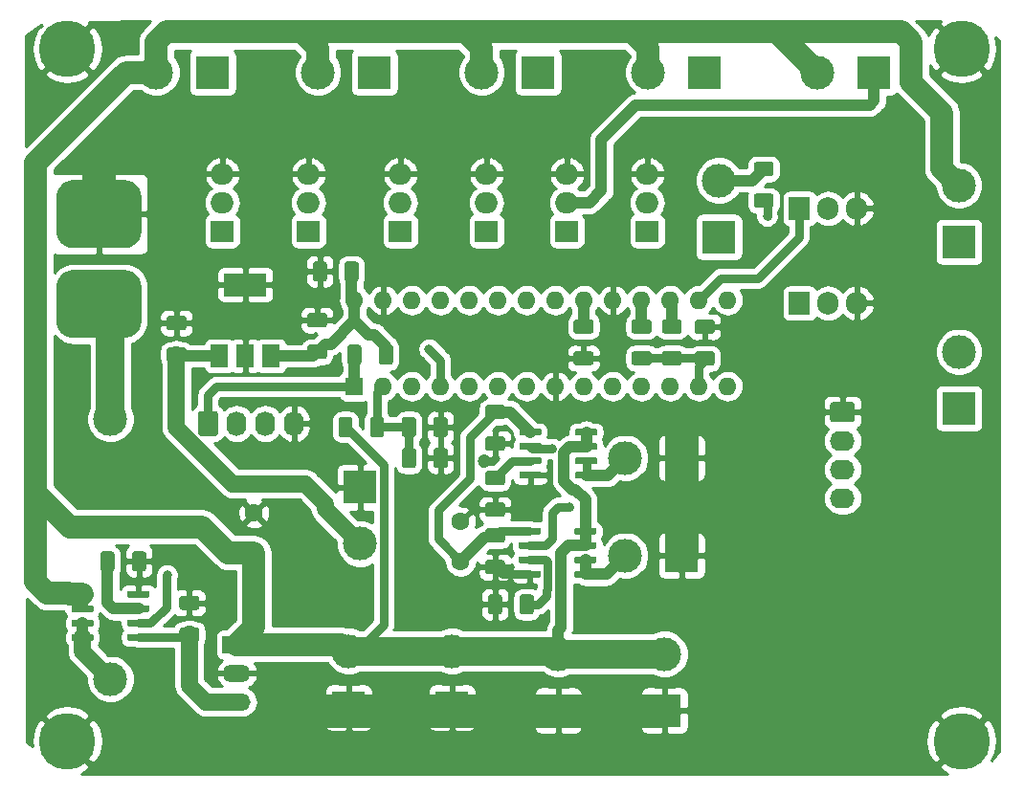
<source format=gbr>
G04 #@! TF.GenerationSoftware,KiCad,Pcbnew,5.1.2-f72e74a~84~ubuntu18.04.1*
G04 #@! TF.CreationDate,2019-09-15T12:20:08+02:00*
G04 #@! TF.ProjectId,PowerElectrobot,506f7765-7245-46c6-9563-74726f626f74,rev?*
G04 #@! TF.SameCoordinates,Original*
G04 #@! TF.FileFunction,Copper,L2,Bot*
G04 #@! TF.FilePolarity,Positive*
%FSLAX46Y46*%
G04 Gerber Fmt 4.6, Leading zero omitted, Abs format (unit mm)*
G04 Created by KiCad (PCBNEW 5.1.2-f72e74a~84~ubuntu18.04.1) date 2019-09-15 12:20:08*
%MOMM*%
%LPD*%
G04 APERTURE LIST*
%ADD10C,0.100000*%
%ADD11C,6.000000*%
%ADD12C,5.000000*%
%ADD13C,1.250000*%
%ADD14C,1.600000*%
%ADD15C,3.000000*%
%ADD16R,3.000000X3.000000*%
%ADD17O,1.740000X2.200000*%
%ADD18C,1.740000*%
%ADD19O,2.200000X1.740000*%
%ADD20O,1.905000X2.000000*%
%ADD21R,1.905000X2.000000*%
%ADD22O,2.000000X1.905000*%
%ADD23R,2.000000X1.905000*%
%ADD24R,1.600000X1.600000*%
%ADD25O,1.600000X1.600000*%
%ADD26R,2.500000X1.500000*%
%ADD27O,2.500000X1.500000*%
%ADD28R,3.800000X2.000000*%
%ADD29R,1.500000X2.000000*%
%ADD30C,0.600000*%
%ADD31C,1.200000*%
%ADD32C,0.800000*%
%ADD33C,1.000000*%
%ADD34C,0.750000*%
%ADD35C,3.000000*%
%ADD36C,2.000000*%
%ADD37C,2.500000*%
%ADD38C,1.500000*%
%ADD39C,0.254000*%
G04 APERTURE END LIST*
D10*
G36*
X78089026Y-70675223D02*
G01*
X78234635Y-70696822D01*
X78377427Y-70732589D01*
X78516025Y-70782181D01*
X78649095Y-70845118D01*
X78775355Y-70920796D01*
X78893590Y-71008484D01*
X79002660Y-71107340D01*
X79101516Y-71216410D01*
X79189204Y-71334645D01*
X79264882Y-71460905D01*
X79327819Y-71593975D01*
X79377411Y-71732573D01*
X79413178Y-71875365D01*
X79434777Y-72020974D01*
X79442000Y-72168000D01*
X79442000Y-75168000D01*
X79434777Y-75315026D01*
X79413178Y-75460635D01*
X79377411Y-75603427D01*
X79327819Y-75742025D01*
X79264882Y-75875095D01*
X79189204Y-76001355D01*
X79101516Y-76119590D01*
X79002660Y-76228660D01*
X78893590Y-76327516D01*
X78775355Y-76415204D01*
X78649095Y-76490882D01*
X78516025Y-76553819D01*
X78377427Y-76603411D01*
X78234635Y-76639178D01*
X78089026Y-76660777D01*
X77942000Y-76668000D01*
X73442000Y-76668000D01*
X73294974Y-76660777D01*
X73149365Y-76639178D01*
X73006573Y-76603411D01*
X72867975Y-76553819D01*
X72734905Y-76490882D01*
X72608645Y-76415204D01*
X72490410Y-76327516D01*
X72381340Y-76228660D01*
X72282484Y-76119590D01*
X72194796Y-76001355D01*
X72119118Y-75875095D01*
X72056181Y-75742025D01*
X72006589Y-75603427D01*
X71970822Y-75460635D01*
X71949223Y-75315026D01*
X71942000Y-75168000D01*
X71942000Y-72168000D01*
X71949223Y-72020974D01*
X71970822Y-71875365D01*
X72006589Y-71732573D01*
X72056181Y-71593975D01*
X72119118Y-71460905D01*
X72194796Y-71334645D01*
X72282484Y-71216410D01*
X72381340Y-71107340D01*
X72490410Y-71008484D01*
X72608645Y-70920796D01*
X72734905Y-70845118D01*
X72867975Y-70782181D01*
X73006573Y-70732589D01*
X73149365Y-70696822D01*
X73294974Y-70675223D01*
X73442000Y-70668000D01*
X77942000Y-70668000D01*
X78089026Y-70675223D01*
X78089026Y-70675223D01*
G37*
D11*
X75692000Y-73668000D03*
D10*
G36*
X78089026Y-78625223D02*
G01*
X78234635Y-78646822D01*
X78377427Y-78682589D01*
X78516025Y-78732181D01*
X78649095Y-78795118D01*
X78775355Y-78870796D01*
X78893590Y-78958484D01*
X79002660Y-79057340D01*
X79101516Y-79166410D01*
X79189204Y-79284645D01*
X79264882Y-79410905D01*
X79327819Y-79543975D01*
X79377411Y-79682573D01*
X79413178Y-79825365D01*
X79434777Y-79970974D01*
X79442000Y-80118000D01*
X79442000Y-83118000D01*
X79434777Y-83265026D01*
X79413178Y-83410635D01*
X79377411Y-83553427D01*
X79327819Y-83692025D01*
X79264882Y-83825095D01*
X79189204Y-83951355D01*
X79101516Y-84069590D01*
X79002660Y-84178660D01*
X78893590Y-84277516D01*
X78775355Y-84365204D01*
X78649095Y-84440882D01*
X78516025Y-84503819D01*
X78377427Y-84553411D01*
X78234635Y-84589178D01*
X78089026Y-84610777D01*
X77942000Y-84618000D01*
X73442000Y-84618000D01*
X73294974Y-84610777D01*
X73149365Y-84589178D01*
X73006573Y-84553411D01*
X72867975Y-84503819D01*
X72734905Y-84440882D01*
X72608645Y-84365204D01*
X72490410Y-84277516D01*
X72381340Y-84178660D01*
X72282484Y-84069590D01*
X72194796Y-83951355D01*
X72119118Y-83825095D01*
X72056181Y-83692025D01*
X72006589Y-83553427D01*
X71970822Y-83410635D01*
X71949223Y-83265026D01*
X71942000Y-83118000D01*
X71942000Y-80118000D01*
X71949223Y-79970974D01*
X71970822Y-79825365D01*
X72006589Y-79682573D01*
X72056181Y-79543975D01*
X72119118Y-79410905D01*
X72194796Y-79284645D01*
X72282484Y-79166410D01*
X72381340Y-79057340D01*
X72490410Y-78958484D01*
X72608645Y-78870796D01*
X72734905Y-78795118D01*
X72867975Y-78732181D01*
X73006573Y-78682589D01*
X73149365Y-78646822D01*
X73294974Y-78625223D01*
X73442000Y-78618000D01*
X77942000Y-78618000D01*
X78089026Y-78625223D01*
X78089026Y-78625223D01*
G37*
D11*
X75692000Y-81618000D03*
D12*
X152000000Y-59029600D03*
D10*
G36*
X119216704Y-82993004D02*
G01*
X119240973Y-82996604D01*
X119264771Y-83002565D01*
X119287871Y-83010830D01*
X119310049Y-83021320D01*
X119331093Y-83033933D01*
X119350798Y-83048547D01*
X119368977Y-83065023D01*
X119385453Y-83083202D01*
X119400067Y-83102907D01*
X119412680Y-83123951D01*
X119423170Y-83146129D01*
X119431435Y-83169229D01*
X119437396Y-83193027D01*
X119440996Y-83217296D01*
X119442200Y-83241800D01*
X119442200Y-83991800D01*
X119440996Y-84016304D01*
X119437396Y-84040573D01*
X119431435Y-84064371D01*
X119423170Y-84087471D01*
X119412680Y-84109649D01*
X119400067Y-84130693D01*
X119385453Y-84150398D01*
X119368977Y-84168577D01*
X119350798Y-84185053D01*
X119331093Y-84199667D01*
X119310049Y-84212280D01*
X119287871Y-84222770D01*
X119264771Y-84231035D01*
X119240973Y-84236996D01*
X119216704Y-84240596D01*
X119192200Y-84241800D01*
X117942200Y-84241800D01*
X117917696Y-84240596D01*
X117893427Y-84236996D01*
X117869629Y-84231035D01*
X117846529Y-84222770D01*
X117824351Y-84212280D01*
X117803307Y-84199667D01*
X117783602Y-84185053D01*
X117765423Y-84168577D01*
X117748947Y-84150398D01*
X117734333Y-84130693D01*
X117721720Y-84109649D01*
X117711230Y-84087471D01*
X117702965Y-84064371D01*
X117697004Y-84040573D01*
X117693404Y-84016304D01*
X117692200Y-83991800D01*
X117692200Y-83241800D01*
X117693404Y-83217296D01*
X117697004Y-83193027D01*
X117702965Y-83169229D01*
X117711230Y-83146129D01*
X117721720Y-83123951D01*
X117734333Y-83102907D01*
X117748947Y-83083202D01*
X117765423Y-83065023D01*
X117783602Y-83048547D01*
X117803307Y-83033933D01*
X117824351Y-83021320D01*
X117846529Y-83010830D01*
X117869629Y-83002565D01*
X117893427Y-82996604D01*
X117917696Y-82993004D01*
X117942200Y-82991800D01*
X119192200Y-82991800D01*
X119216704Y-82993004D01*
X119216704Y-82993004D01*
G37*
D13*
X118567200Y-83616800D03*
D10*
G36*
X119216704Y-85793004D02*
G01*
X119240973Y-85796604D01*
X119264771Y-85802565D01*
X119287871Y-85810830D01*
X119310049Y-85821320D01*
X119331093Y-85833933D01*
X119350798Y-85848547D01*
X119368977Y-85865023D01*
X119385453Y-85883202D01*
X119400067Y-85902907D01*
X119412680Y-85923951D01*
X119423170Y-85946129D01*
X119431435Y-85969229D01*
X119437396Y-85993027D01*
X119440996Y-86017296D01*
X119442200Y-86041800D01*
X119442200Y-86791800D01*
X119440996Y-86816304D01*
X119437396Y-86840573D01*
X119431435Y-86864371D01*
X119423170Y-86887471D01*
X119412680Y-86909649D01*
X119400067Y-86930693D01*
X119385453Y-86950398D01*
X119368977Y-86968577D01*
X119350798Y-86985053D01*
X119331093Y-86999667D01*
X119310049Y-87012280D01*
X119287871Y-87022770D01*
X119264771Y-87031035D01*
X119240973Y-87036996D01*
X119216704Y-87040596D01*
X119192200Y-87041800D01*
X117942200Y-87041800D01*
X117917696Y-87040596D01*
X117893427Y-87036996D01*
X117869629Y-87031035D01*
X117846529Y-87022770D01*
X117824351Y-87012280D01*
X117803307Y-86999667D01*
X117783602Y-86985053D01*
X117765423Y-86968577D01*
X117748947Y-86950398D01*
X117734333Y-86930693D01*
X117721720Y-86909649D01*
X117711230Y-86887471D01*
X117702965Y-86864371D01*
X117697004Y-86840573D01*
X117693404Y-86816304D01*
X117692200Y-86791800D01*
X117692200Y-86041800D01*
X117693404Y-86017296D01*
X117697004Y-85993027D01*
X117702965Y-85969229D01*
X117711230Y-85946129D01*
X117721720Y-85923951D01*
X117734333Y-85902907D01*
X117748947Y-85883202D01*
X117765423Y-85865023D01*
X117783602Y-85848547D01*
X117803307Y-85833933D01*
X117824351Y-85821320D01*
X117846529Y-85810830D01*
X117869629Y-85802565D01*
X117893427Y-85796604D01*
X117917696Y-85793004D01*
X117942200Y-85791800D01*
X119192200Y-85791800D01*
X119216704Y-85793004D01*
X119216704Y-85793004D01*
G37*
D13*
X118567200Y-86416800D03*
D10*
G36*
X106323504Y-94376204D02*
G01*
X106347773Y-94379804D01*
X106371571Y-94385765D01*
X106394671Y-94394030D01*
X106416849Y-94404520D01*
X106437893Y-94417133D01*
X106457598Y-94431747D01*
X106475777Y-94448223D01*
X106492253Y-94466402D01*
X106506867Y-94486107D01*
X106519480Y-94507151D01*
X106529970Y-94529329D01*
X106538235Y-94552429D01*
X106544196Y-94576227D01*
X106547796Y-94600496D01*
X106549000Y-94625000D01*
X106549000Y-95875000D01*
X106547796Y-95899504D01*
X106544196Y-95923773D01*
X106538235Y-95947571D01*
X106529970Y-95970671D01*
X106519480Y-95992849D01*
X106506867Y-96013893D01*
X106492253Y-96033598D01*
X106475777Y-96051777D01*
X106457598Y-96068253D01*
X106437893Y-96082867D01*
X106416849Y-96095480D01*
X106394671Y-96105970D01*
X106371571Y-96114235D01*
X106347773Y-96120196D01*
X106323504Y-96123796D01*
X106299000Y-96125000D01*
X105549000Y-96125000D01*
X105524496Y-96123796D01*
X105500227Y-96120196D01*
X105476429Y-96114235D01*
X105453329Y-96105970D01*
X105431151Y-96095480D01*
X105410107Y-96082867D01*
X105390402Y-96068253D01*
X105372223Y-96051777D01*
X105355747Y-96033598D01*
X105341133Y-96013893D01*
X105328520Y-95992849D01*
X105318030Y-95970671D01*
X105309765Y-95947571D01*
X105303804Y-95923773D01*
X105300204Y-95899504D01*
X105299000Y-95875000D01*
X105299000Y-94625000D01*
X105300204Y-94600496D01*
X105303804Y-94576227D01*
X105309765Y-94552429D01*
X105318030Y-94529329D01*
X105328520Y-94507151D01*
X105341133Y-94486107D01*
X105355747Y-94466402D01*
X105372223Y-94448223D01*
X105390402Y-94431747D01*
X105410107Y-94417133D01*
X105431151Y-94404520D01*
X105453329Y-94394030D01*
X105476429Y-94385765D01*
X105500227Y-94379804D01*
X105524496Y-94376204D01*
X105549000Y-94375000D01*
X106299000Y-94375000D01*
X106323504Y-94376204D01*
X106323504Y-94376204D01*
G37*
D13*
X105924000Y-95250000D03*
D10*
G36*
X103523504Y-94376204D02*
G01*
X103547773Y-94379804D01*
X103571571Y-94385765D01*
X103594671Y-94394030D01*
X103616849Y-94404520D01*
X103637893Y-94417133D01*
X103657598Y-94431747D01*
X103675777Y-94448223D01*
X103692253Y-94466402D01*
X103706867Y-94486107D01*
X103719480Y-94507151D01*
X103729970Y-94529329D01*
X103738235Y-94552429D01*
X103744196Y-94576227D01*
X103747796Y-94600496D01*
X103749000Y-94625000D01*
X103749000Y-95875000D01*
X103747796Y-95899504D01*
X103744196Y-95923773D01*
X103738235Y-95947571D01*
X103729970Y-95970671D01*
X103719480Y-95992849D01*
X103706867Y-96013893D01*
X103692253Y-96033598D01*
X103675777Y-96051777D01*
X103657598Y-96068253D01*
X103637893Y-96082867D01*
X103616849Y-96095480D01*
X103594671Y-96105970D01*
X103571571Y-96114235D01*
X103547773Y-96120196D01*
X103523504Y-96123796D01*
X103499000Y-96125000D01*
X102749000Y-96125000D01*
X102724496Y-96123796D01*
X102700227Y-96120196D01*
X102676429Y-96114235D01*
X102653329Y-96105970D01*
X102631151Y-96095480D01*
X102610107Y-96082867D01*
X102590402Y-96068253D01*
X102572223Y-96051777D01*
X102555747Y-96033598D01*
X102541133Y-96013893D01*
X102528520Y-95992849D01*
X102518030Y-95970671D01*
X102509765Y-95947571D01*
X102503804Y-95923773D01*
X102500204Y-95899504D01*
X102499000Y-95875000D01*
X102499000Y-94625000D01*
X102500204Y-94600496D01*
X102503804Y-94576227D01*
X102509765Y-94552429D01*
X102518030Y-94529329D01*
X102528520Y-94507151D01*
X102541133Y-94486107D01*
X102555747Y-94466402D01*
X102572223Y-94448223D01*
X102590402Y-94431747D01*
X102610107Y-94417133D01*
X102631151Y-94404520D01*
X102653329Y-94394030D01*
X102676429Y-94385765D01*
X102700227Y-94379804D01*
X102724496Y-94376204D01*
X102749000Y-94375000D01*
X103499000Y-94375000D01*
X103523504Y-94376204D01*
X103523504Y-94376204D01*
G37*
D13*
X103124000Y-95250000D03*
D10*
G36*
X129935504Y-85815404D02*
G01*
X129959773Y-85819004D01*
X129983571Y-85824965D01*
X130006671Y-85833230D01*
X130028849Y-85843720D01*
X130049893Y-85856333D01*
X130069598Y-85870947D01*
X130087777Y-85887423D01*
X130104253Y-85905602D01*
X130118867Y-85925307D01*
X130131480Y-85946351D01*
X130141970Y-85968529D01*
X130150235Y-85991629D01*
X130156196Y-86015427D01*
X130159796Y-86039696D01*
X130161000Y-86064200D01*
X130161000Y-86814200D01*
X130159796Y-86838704D01*
X130156196Y-86862973D01*
X130150235Y-86886771D01*
X130141970Y-86909871D01*
X130131480Y-86932049D01*
X130118867Y-86953093D01*
X130104253Y-86972798D01*
X130087777Y-86990977D01*
X130069598Y-87007453D01*
X130049893Y-87022067D01*
X130028849Y-87034680D01*
X130006671Y-87045170D01*
X129983571Y-87053435D01*
X129959773Y-87059396D01*
X129935504Y-87062996D01*
X129911000Y-87064200D01*
X128661000Y-87064200D01*
X128636496Y-87062996D01*
X128612227Y-87059396D01*
X128588429Y-87053435D01*
X128565329Y-87045170D01*
X128543151Y-87034680D01*
X128522107Y-87022067D01*
X128502402Y-87007453D01*
X128484223Y-86990977D01*
X128467747Y-86972798D01*
X128453133Y-86953093D01*
X128440520Y-86932049D01*
X128430030Y-86909871D01*
X128421765Y-86886771D01*
X128415804Y-86862973D01*
X128412204Y-86838704D01*
X128411000Y-86814200D01*
X128411000Y-86064200D01*
X128412204Y-86039696D01*
X128415804Y-86015427D01*
X128421765Y-85991629D01*
X128430030Y-85968529D01*
X128440520Y-85946351D01*
X128453133Y-85925307D01*
X128467747Y-85905602D01*
X128484223Y-85887423D01*
X128502402Y-85870947D01*
X128522107Y-85856333D01*
X128543151Y-85843720D01*
X128565329Y-85833230D01*
X128588429Y-85824965D01*
X128612227Y-85819004D01*
X128636496Y-85815404D01*
X128661000Y-85814200D01*
X129911000Y-85814200D01*
X129935504Y-85815404D01*
X129935504Y-85815404D01*
G37*
D13*
X129286000Y-86439200D03*
D10*
G36*
X129935504Y-83015404D02*
G01*
X129959773Y-83019004D01*
X129983571Y-83024965D01*
X130006671Y-83033230D01*
X130028849Y-83043720D01*
X130049893Y-83056333D01*
X130069598Y-83070947D01*
X130087777Y-83087423D01*
X130104253Y-83105602D01*
X130118867Y-83125307D01*
X130131480Y-83146351D01*
X130141970Y-83168529D01*
X130150235Y-83191629D01*
X130156196Y-83215427D01*
X130159796Y-83239696D01*
X130161000Y-83264200D01*
X130161000Y-84014200D01*
X130159796Y-84038704D01*
X130156196Y-84062973D01*
X130150235Y-84086771D01*
X130141970Y-84109871D01*
X130131480Y-84132049D01*
X130118867Y-84153093D01*
X130104253Y-84172798D01*
X130087777Y-84190977D01*
X130069598Y-84207453D01*
X130049893Y-84222067D01*
X130028849Y-84234680D01*
X130006671Y-84245170D01*
X129983571Y-84253435D01*
X129959773Y-84259396D01*
X129935504Y-84262996D01*
X129911000Y-84264200D01*
X128661000Y-84264200D01*
X128636496Y-84262996D01*
X128612227Y-84259396D01*
X128588429Y-84253435D01*
X128565329Y-84245170D01*
X128543151Y-84234680D01*
X128522107Y-84222067D01*
X128502402Y-84207453D01*
X128484223Y-84190977D01*
X128467747Y-84172798D01*
X128453133Y-84153093D01*
X128440520Y-84132049D01*
X128430030Y-84109871D01*
X128421765Y-84086771D01*
X128415804Y-84062973D01*
X128412204Y-84038704D01*
X128411000Y-84014200D01*
X128411000Y-83264200D01*
X128412204Y-83239696D01*
X128415804Y-83215427D01*
X128421765Y-83191629D01*
X128430030Y-83168529D01*
X128440520Y-83146351D01*
X128453133Y-83125307D01*
X128467747Y-83105602D01*
X128484223Y-83087423D01*
X128502402Y-83070947D01*
X128522107Y-83056333D01*
X128543151Y-83043720D01*
X128565329Y-83033230D01*
X128588429Y-83024965D01*
X128612227Y-83019004D01*
X128636496Y-83015404D01*
X128661000Y-83014200D01*
X129911000Y-83014200D01*
X129935504Y-83015404D01*
X129935504Y-83015404D01*
G37*
D13*
X129286000Y-83639200D03*
D14*
X89408000Y-103632000D03*
X89408000Y-100132000D03*
D10*
G36*
X98443504Y-77866204D02*
G01*
X98467773Y-77869804D01*
X98491571Y-77875765D01*
X98514671Y-77884030D01*
X98536849Y-77894520D01*
X98557893Y-77907133D01*
X98577598Y-77921747D01*
X98595777Y-77938223D01*
X98612253Y-77956402D01*
X98626867Y-77976107D01*
X98639480Y-77997151D01*
X98649970Y-78019329D01*
X98658235Y-78042429D01*
X98664196Y-78066227D01*
X98667796Y-78090496D01*
X98669000Y-78115000D01*
X98669000Y-79365000D01*
X98667796Y-79389504D01*
X98664196Y-79413773D01*
X98658235Y-79437571D01*
X98649970Y-79460671D01*
X98639480Y-79482849D01*
X98626867Y-79503893D01*
X98612253Y-79523598D01*
X98595777Y-79541777D01*
X98577598Y-79558253D01*
X98557893Y-79572867D01*
X98536849Y-79585480D01*
X98514671Y-79595970D01*
X98491571Y-79604235D01*
X98467773Y-79610196D01*
X98443504Y-79613796D01*
X98419000Y-79615000D01*
X97669000Y-79615000D01*
X97644496Y-79613796D01*
X97620227Y-79610196D01*
X97596429Y-79604235D01*
X97573329Y-79595970D01*
X97551151Y-79585480D01*
X97530107Y-79572867D01*
X97510402Y-79558253D01*
X97492223Y-79541777D01*
X97475747Y-79523598D01*
X97461133Y-79503893D01*
X97448520Y-79482849D01*
X97438030Y-79460671D01*
X97429765Y-79437571D01*
X97423804Y-79413773D01*
X97420204Y-79389504D01*
X97419000Y-79365000D01*
X97419000Y-78115000D01*
X97420204Y-78090496D01*
X97423804Y-78066227D01*
X97429765Y-78042429D01*
X97438030Y-78019329D01*
X97448520Y-77997151D01*
X97461133Y-77976107D01*
X97475747Y-77956402D01*
X97492223Y-77938223D01*
X97510402Y-77921747D01*
X97530107Y-77907133D01*
X97551151Y-77894520D01*
X97573329Y-77884030D01*
X97596429Y-77875765D01*
X97620227Y-77869804D01*
X97644496Y-77866204D01*
X97669000Y-77865000D01*
X98419000Y-77865000D01*
X98443504Y-77866204D01*
X98443504Y-77866204D01*
G37*
D13*
X98044000Y-78740000D03*
D10*
G36*
X95643504Y-77866204D02*
G01*
X95667773Y-77869804D01*
X95691571Y-77875765D01*
X95714671Y-77884030D01*
X95736849Y-77894520D01*
X95757893Y-77907133D01*
X95777598Y-77921747D01*
X95795777Y-77938223D01*
X95812253Y-77956402D01*
X95826867Y-77976107D01*
X95839480Y-77997151D01*
X95849970Y-78019329D01*
X95858235Y-78042429D01*
X95864196Y-78066227D01*
X95867796Y-78090496D01*
X95869000Y-78115000D01*
X95869000Y-79365000D01*
X95867796Y-79389504D01*
X95864196Y-79413773D01*
X95858235Y-79437571D01*
X95849970Y-79460671D01*
X95839480Y-79482849D01*
X95826867Y-79503893D01*
X95812253Y-79523598D01*
X95795777Y-79541777D01*
X95777598Y-79558253D01*
X95757893Y-79572867D01*
X95736849Y-79585480D01*
X95714671Y-79595970D01*
X95691571Y-79604235D01*
X95667773Y-79610196D01*
X95643504Y-79613796D01*
X95619000Y-79615000D01*
X94869000Y-79615000D01*
X94844496Y-79613796D01*
X94820227Y-79610196D01*
X94796429Y-79604235D01*
X94773329Y-79595970D01*
X94751151Y-79585480D01*
X94730107Y-79572867D01*
X94710402Y-79558253D01*
X94692223Y-79541777D01*
X94675747Y-79523598D01*
X94661133Y-79503893D01*
X94648520Y-79482849D01*
X94638030Y-79460671D01*
X94629765Y-79437571D01*
X94623804Y-79413773D01*
X94620204Y-79389504D01*
X94619000Y-79365000D01*
X94619000Y-78115000D01*
X94620204Y-78090496D01*
X94623804Y-78066227D01*
X94629765Y-78042429D01*
X94638030Y-78019329D01*
X94648520Y-77997151D01*
X94661133Y-77976107D01*
X94675747Y-77956402D01*
X94692223Y-77938223D01*
X94710402Y-77921747D01*
X94730107Y-77907133D01*
X94751151Y-77894520D01*
X94773329Y-77884030D01*
X94796429Y-77875765D01*
X94820227Y-77869804D01*
X94844496Y-77866204D01*
X94869000Y-77865000D01*
X95619000Y-77865000D01*
X95643504Y-77866204D01*
X95643504Y-77866204D01*
G37*
D13*
X95244000Y-78740000D03*
D14*
X107696000Y-100894000D03*
X107696000Y-104394000D03*
D10*
G36*
X83199504Y-85482204D02*
G01*
X83223773Y-85485804D01*
X83247571Y-85491765D01*
X83270671Y-85500030D01*
X83292849Y-85510520D01*
X83313893Y-85523133D01*
X83333598Y-85537747D01*
X83351777Y-85554223D01*
X83368253Y-85572402D01*
X83382867Y-85592107D01*
X83395480Y-85613151D01*
X83405970Y-85635329D01*
X83414235Y-85658429D01*
X83420196Y-85682227D01*
X83423796Y-85706496D01*
X83425000Y-85731000D01*
X83425000Y-86481000D01*
X83423796Y-86505504D01*
X83420196Y-86529773D01*
X83414235Y-86553571D01*
X83405970Y-86576671D01*
X83395480Y-86598849D01*
X83382867Y-86619893D01*
X83368253Y-86639598D01*
X83351777Y-86657777D01*
X83333598Y-86674253D01*
X83313893Y-86688867D01*
X83292849Y-86701480D01*
X83270671Y-86711970D01*
X83247571Y-86720235D01*
X83223773Y-86726196D01*
X83199504Y-86729796D01*
X83175000Y-86731000D01*
X81925000Y-86731000D01*
X81900496Y-86729796D01*
X81876227Y-86726196D01*
X81852429Y-86720235D01*
X81829329Y-86711970D01*
X81807151Y-86701480D01*
X81786107Y-86688867D01*
X81766402Y-86674253D01*
X81748223Y-86657777D01*
X81731747Y-86639598D01*
X81717133Y-86619893D01*
X81704520Y-86598849D01*
X81694030Y-86576671D01*
X81685765Y-86553571D01*
X81679804Y-86529773D01*
X81676204Y-86505504D01*
X81675000Y-86481000D01*
X81675000Y-85731000D01*
X81676204Y-85706496D01*
X81679804Y-85682227D01*
X81685765Y-85658429D01*
X81694030Y-85635329D01*
X81704520Y-85613151D01*
X81717133Y-85592107D01*
X81731747Y-85572402D01*
X81748223Y-85554223D01*
X81766402Y-85537747D01*
X81786107Y-85523133D01*
X81807151Y-85510520D01*
X81829329Y-85500030D01*
X81852429Y-85491765D01*
X81876227Y-85485804D01*
X81900496Y-85482204D01*
X81925000Y-85481000D01*
X83175000Y-85481000D01*
X83199504Y-85482204D01*
X83199504Y-85482204D01*
G37*
D13*
X82550000Y-86106000D03*
D10*
G36*
X83199504Y-82682204D02*
G01*
X83223773Y-82685804D01*
X83247571Y-82691765D01*
X83270671Y-82700030D01*
X83292849Y-82710520D01*
X83313893Y-82723133D01*
X83333598Y-82737747D01*
X83351777Y-82754223D01*
X83368253Y-82772402D01*
X83382867Y-82792107D01*
X83395480Y-82813151D01*
X83405970Y-82835329D01*
X83414235Y-82858429D01*
X83420196Y-82882227D01*
X83423796Y-82906496D01*
X83425000Y-82931000D01*
X83425000Y-83681000D01*
X83423796Y-83705504D01*
X83420196Y-83729773D01*
X83414235Y-83753571D01*
X83405970Y-83776671D01*
X83395480Y-83798849D01*
X83382867Y-83819893D01*
X83368253Y-83839598D01*
X83351777Y-83857777D01*
X83333598Y-83874253D01*
X83313893Y-83888867D01*
X83292849Y-83901480D01*
X83270671Y-83911970D01*
X83247571Y-83920235D01*
X83223773Y-83926196D01*
X83199504Y-83929796D01*
X83175000Y-83931000D01*
X81925000Y-83931000D01*
X81900496Y-83929796D01*
X81876227Y-83926196D01*
X81852429Y-83920235D01*
X81829329Y-83911970D01*
X81807151Y-83901480D01*
X81786107Y-83888867D01*
X81766402Y-83874253D01*
X81748223Y-83857777D01*
X81731747Y-83839598D01*
X81717133Y-83819893D01*
X81704520Y-83798849D01*
X81694030Y-83776671D01*
X81685765Y-83753571D01*
X81679804Y-83729773D01*
X81676204Y-83705504D01*
X81675000Y-83681000D01*
X81675000Y-82931000D01*
X81676204Y-82906496D01*
X81679804Y-82882227D01*
X81685765Y-82858429D01*
X81694030Y-82835329D01*
X81704520Y-82813151D01*
X81717133Y-82792107D01*
X81731747Y-82772402D01*
X81748223Y-82754223D01*
X81766402Y-82737747D01*
X81786107Y-82723133D01*
X81807151Y-82710520D01*
X81829329Y-82700030D01*
X81852429Y-82691765D01*
X81876227Y-82685804D01*
X81900496Y-82682204D01*
X81925000Y-82681000D01*
X83175000Y-82681000D01*
X83199504Y-82682204D01*
X83199504Y-82682204D01*
G37*
D13*
X82550000Y-83306000D03*
D10*
G36*
X95645504Y-82428204D02*
G01*
X95669773Y-82431804D01*
X95693571Y-82437765D01*
X95716671Y-82446030D01*
X95738849Y-82456520D01*
X95759893Y-82469133D01*
X95779598Y-82483747D01*
X95797777Y-82500223D01*
X95814253Y-82518402D01*
X95828867Y-82538107D01*
X95841480Y-82559151D01*
X95851970Y-82581329D01*
X95860235Y-82604429D01*
X95866196Y-82628227D01*
X95869796Y-82652496D01*
X95871000Y-82677000D01*
X95871000Y-83427000D01*
X95869796Y-83451504D01*
X95866196Y-83475773D01*
X95860235Y-83499571D01*
X95851970Y-83522671D01*
X95841480Y-83544849D01*
X95828867Y-83565893D01*
X95814253Y-83585598D01*
X95797777Y-83603777D01*
X95779598Y-83620253D01*
X95759893Y-83634867D01*
X95738849Y-83647480D01*
X95716671Y-83657970D01*
X95693571Y-83666235D01*
X95669773Y-83672196D01*
X95645504Y-83675796D01*
X95621000Y-83677000D01*
X94371000Y-83677000D01*
X94346496Y-83675796D01*
X94322227Y-83672196D01*
X94298429Y-83666235D01*
X94275329Y-83657970D01*
X94253151Y-83647480D01*
X94232107Y-83634867D01*
X94212402Y-83620253D01*
X94194223Y-83603777D01*
X94177747Y-83585598D01*
X94163133Y-83565893D01*
X94150520Y-83544849D01*
X94140030Y-83522671D01*
X94131765Y-83499571D01*
X94125804Y-83475773D01*
X94122204Y-83451504D01*
X94121000Y-83427000D01*
X94121000Y-82677000D01*
X94122204Y-82652496D01*
X94125804Y-82628227D01*
X94131765Y-82604429D01*
X94140030Y-82581329D01*
X94150520Y-82559151D01*
X94163133Y-82538107D01*
X94177747Y-82518402D01*
X94194223Y-82500223D01*
X94212402Y-82483747D01*
X94232107Y-82469133D01*
X94253151Y-82456520D01*
X94275329Y-82446030D01*
X94298429Y-82437765D01*
X94322227Y-82431804D01*
X94346496Y-82428204D01*
X94371000Y-82427000D01*
X95621000Y-82427000D01*
X95645504Y-82428204D01*
X95645504Y-82428204D01*
G37*
D13*
X94996000Y-83052000D03*
D10*
G36*
X95645504Y-85228204D02*
G01*
X95669773Y-85231804D01*
X95693571Y-85237765D01*
X95716671Y-85246030D01*
X95738849Y-85256520D01*
X95759893Y-85269133D01*
X95779598Y-85283747D01*
X95797777Y-85300223D01*
X95814253Y-85318402D01*
X95828867Y-85338107D01*
X95841480Y-85359151D01*
X95851970Y-85381329D01*
X95860235Y-85404429D01*
X95866196Y-85428227D01*
X95869796Y-85452496D01*
X95871000Y-85477000D01*
X95871000Y-86227000D01*
X95869796Y-86251504D01*
X95866196Y-86275773D01*
X95860235Y-86299571D01*
X95851970Y-86322671D01*
X95841480Y-86344849D01*
X95828867Y-86365893D01*
X95814253Y-86385598D01*
X95797777Y-86403777D01*
X95779598Y-86420253D01*
X95759893Y-86434867D01*
X95738849Y-86447480D01*
X95716671Y-86457970D01*
X95693571Y-86466235D01*
X95669773Y-86472196D01*
X95645504Y-86475796D01*
X95621000Y-86477000D01*
X94371000Y-86477000D01*
X94346496Y-86475796D01*
X94322227Y-86472196D01*
X94298429Y-86466235D01*
X94275329Y-86457970D01*
X94253151Y-86447480D01*
X94232107Y-86434867D01*
X94212402Y-86420253D01*
X94194223Y-86403777D01*
X94177747Y-86385598D01*
X94163133Y-86365893D01*
X94150520Y-86344849D01*
X94140030Y-86322671D01*
X94131765Y-86299571D01*
X94125804Y-86275773D01*
X94122204Y-86251504D01*
X94121000Y-86227000D01*
X94121000Y-85477000D01*
X94122204Y-85452496D01*
X94125804Y-85428227D01*
X94131765Y-85404429D01*
X94140030Y-85381329D01*
X94150520Y-85359151D01*
X94163133Y-85338107D01*
X94177747Y-85318402D01*
X94194223Y-85300223D01*
X94212402Y-85283747D01*
X94232107Y-85269133D01*
X94253151Y-85256520D01*
X94275329Y-85246030D01*
X94298429Y-85237765D01*
X94322227Y-85231804D01*
X94346496Y-85228204D01*
X94371000Y-85227000D01*
X95621000Y-85227000D01*
X95645504Y-85228204D01*
X95645504Y-85228204D01*
G37*
D13*
X94996000Y-85852000D03*
D10*
G36*
X111393504Y-93356204D02*
G01*
X111417773Y-93359804D01*
X111441571Y-93365765D01*
X111464671Y-93374030D01*
X111486849Y-93384520D01*
X111507893Y-93397133D01*
X111527598Y-93411747D01*
X111545777Y-93428223D01*
X111562253Y-93446402D01*
X111576867Y-93466107D01*
X111589480Y-93487151D01*
X111599970Y-93509329D01*
X111608235Y-93532429D01*
X111614196Y-93556227D01*
X111617796Y-93580496D01*
X111619000Y-93605000D01*
X111619000Y-94355000D01*
X111617796Y-94379504D01*
X111614196Y-94403773D01*
X111608235Y-94427571D01*
X111599970Y-94450671D01*
X111589480Y-94472849D01*
X111576867Y-94493893D01*
X111562253Y-94513598D01*
X111545777Y-94531777D01*
X111527598Y-94548253D01*
X111507893Y-94562867D01*
X111486849Y-94575480D01*
X111464671Y-94585970D01*
X111441571Y-94594235D01*
X111417773Y-94600196D01*
X111393504Y-94603796D01*
X111369000Y-94605000D01*
X110119000Y-94605000D01*
X110094496Y-94603796D01*
X110070227Y-94600196D01*
X110046429Y-94594235D01*
X110023329Y-94585970D01*
X110001151Y-94575480D01*
X109980107Y-94562867D01*
X109960402Y-94548253D01*
X109942223Y-94531777D01*
X109925747Y-94513598D01*
X109911133Y-94493893D01*
X109898520Y-94472849D01*
X109888030Y-94450671D01*
X109879765Y-94427571D01*
X109873804Y-94403773D01*
X109870204Y-94379504D01*
X109869000Y-94355000D01*
X109869000Y-93605000D01*
X109870204Y-93580496D01*
X109873804Y-93556227D01*
X109879765Y-93532429D01*
X109888030Y-93509329D01*
X109898520Y-93487151D01*
X109911133Y-93466107D01*
X109925747Y-93446402D01*
X109942223Y-93428223D01*
X109960402Y-93411747D01*
X109980107Y-93397133D01*
X110001151Y-93384520D01*
X110023329Y-93374030D01*
X110046429Y-93365765D01*
X110070227Y-93359804D01*
X110094496Y-93356204D01*
X110119000Y-93355000D01*
X111369000Y-93355000D01*
X111393504Y-93356204D01*
X111393504Y-93356204D01*
G37*
D13*
X110744000Y-93980000D03*
D10*
G36*
X111393504Y-90556204D02*
G01*
X111417773Y-90559804D01*
X111441571Y-90565765D01*
X111464671Y-90574030D01*
X111486849Y-90584520D01*
X111507893Y-90597133D01*
X111527598Y-90611747D01*
X111545777Y-90628223D01*
X111562253Y-90646402D01*
X111576867Y-90666107D01*
X111589480Y-90687151D01*
X111599970Y-90709329D01*
X111608235Y-90732429D01*
X111614196Y-90756227D01*
X111617796Y-90780496D01*
X111619000Y-90805000D01*
X111619000Y-91555000D01*
X111617796Y-91579504D01*
X111614196Y-91603773D01*
X111608235Y-91627571D01*
X111599970Y-91650671D01*
X111589480Y-91672849D01*
X111576867Y-91693893D01*
X111562253Y-91713598D01*
X111545777Y-91731777D01*
X111527598Y-91748253D01*
X111507893Y-91762867D01*
X111486849Y-91775480D01*
X111464671Y-91785970D01*
X111441571Y-91794235D01*
X111417773Y-91800196D01*
X111393504Y-91803796D01*
X111369000Y-91805000D01*
X110119000Y-91805000D01*
X110094496Y-91803796D01*
X110070227Y-91800196D01*
X110046429Y-91794235D01*
X110023329Y-91785970D01*
X110001151Y-91775480D01*
X109980107Y-91762867D01*
X109960402Y-91748253D01*
X109942223Y-91731777D01*
X109925747Y-91713598D01*
X109911133Y-91693893D01*
X109898520Y-91672849D01*
X109888030Y-91650671D01*
X109879765Y-91627571D01*
X109873804Y-91603773D01*
X109870204Y-91579504D01*
X109869000Y-91555000D01*
X109869000Y-90805000D01*
X109870204Y-90780496D01*
X109873804Y-90756227D01*
X109879765Y-90732429D01*
X109888030Y-90709329D01*
X109898520Y-90687151D01*
X109911133Y-90666107D01*
X109925747Y-90646402D01*
X109942223Y-90628223D01*
X109960402Y-90611747D01*
X109980107Y-90597133D01*
X110001151Y-90584520D01*
X110023329Y-90574030D01*
X110046429Y-90565765D01*
X110070227Y-90559804D01*
X110094496Y-90556204D01*
X110119000Y-90555000D01*
X111369000Y-90555000D01*
X111393504Y-90556204D01*
X111393504Y-90556204D01*
G37*
D13*
X110744000Y-91180000D03*
D10*
G36*
X111393504Y-99198204D02*
G01*
X111417773Y-99201804D01*
X111441571Y-99207765D01*
X111464671Y-99216030D01*
X111486849Y-99226520D01*
X111507893Y-99239133D01*
X111527598Y-99253747D01*
X111545777Y-99270223D01*
X111562253Y-99288402D01*
X111576867Y-99308107D01*
X111589480Y-99329151D01*
X111599970Y-99351329D01*
X111608235Y-99374429D01*
X111614196Y-99398227D01*
X111617796Y-99422496D01*
X111619000Y-99447000D01*
X111619000Y-100197000D01*
X111617796Y-100221504D01*
X111614196Y-100245773D01*
X111608235Y-100269571D01*
X111599970Y-100292671D01*
X111589480Y-100314849D01*
X111576867Y-100335893D01*
X111562253Y-100355598D01*
X111545777Y-100373777D01*
X111527598Y-100390253D01*
X111507893Y-100404867D01*
X111486849Y-100417480D01*
X111464671Y-100427970D01*
X111441571Y-100436235D01*
X111417773Y-100442196D01*
X111393504Y-100445796D01*
X111369000Y-100447000D01*
X110119000Y-100447000D01*
X110094496Y-100445796D01*
X110070227Y-100442196D01*
X110046429Y-100436235D01*
X110023329Y-100427970D01*
X110001151Y-100417480D01*
X109980107Y-100404867D01*
X109960402Y-100390253D01*
X109942223Y-100373777D01*
X109925747Y-100355598D01*
X109911133Y-100335893D01*
X109898520Y-100314849D01*
X109888030Y-100292671D01*
X109879765Y-100269571D01*
X109873804Y-100245773D01*
X109870204Y-100221504D01*
X109869000Y-100197000D01*
X109869000Y-99447000D01*
X109870204Y-99422496D01*
X109873804Y-99398227D01*
X109879765Y-99374429D01*
X109888030Y-99351329D01*
X109898520Y-99329151D01*
X109911133Y-99308107D01*
X109925747Y-99288402D01*
X109942223Y-99270223D01*
X109960402Y-99253747D01*
X109980107Y-99239133D01*
X110001151Y-99226520D01*
X110023329Y-99216030D01*
X110046429Y-99207765D01*
X110070227Y-99201804D01*
X110094496Y-99198204D01*
X110119000Y-99197000D01*
X111369000Y-99197000D01*
X111393504Y-99198204D01*
X111393504Y-99198204D01*
G37*
D13*
X110744000Y-99822000D03*
D10*
G36*
X111393504Y-96398204D02*
G01*
X111417773Y-96401804D01*
X111441571Y-96407765D01*
X111464671Y-96416030D01*
X111486849Y-96426520D01*
X111507893Y-96439133D01*
X111527598Y-96453747D01*
X111545777Y-96470223D01*
X111562253Y-96488402D01*
X111576867Y-96508107D01*
X111589480Y-96529151D01*
X111599970Y-96551329D01*
X111608235Y-96574429D01*
X111614196Y-96598227D01*
X111617796Y-96622496D01*
X111619000Y-96647000D01*
X111619000Y-97397000D01*
X111617796Y-97421504D01*
X111614196Y-97445773D01*
X111608235Y-97469571D01*
X111599970Y-97492671D01*
X111589480Y-97514849D01*
X111576867Y-97535893D01*
X111562253Y-97555598D01*
X111545777Y-97573777D01*
X111527598Y-97590253D01*
X111507893Y-97604867D01*
X111486849Y-97617480D01*
X111464671Y-97627970D01*
X111441571Y-97636235D01*
X111417773Y-97642196D01*
X111393504Y-97645796D01*
X111369000Y-97647000D01*
X110119000Y-97647000D01*
X110094496Y-97645796D01*
X110070227Y-97642196D01*
X110046429Y-97636235D01*
X110023329Y-97627970D01*
X110001151Y-97617480D01*
X109980107Y-97604867D01*
X109960402Y-97590253D01*
X109942223Y-97573777D01*
X109925747Y-97555598D01*
X109911133Y-97535893D01*
X109898520Y-97514849D01*
X109888030Y-97492671D01*
X109879765Y-97469571D01*
X109873804Y-97445773D01*
X109870204Y-97421504D01*
X109869000Y-97397000D01*
X109869000Y-96647000D01*
X109870204Y-96622496D01*
X109873804Y-96598227D01*
X109879765Y-96574429D01*
X109888030Y-96551329D01*
X109898520Y-96529151D01*
X109911133Y-96508107D01*
X109925747Y-96488402D01*
X109942223Y-96470223D01*
X109960402Y-96453747D01*
X109980107Y-96439133D01*
X110001151Y-96426520D01*
X110023329Y-96416030D01*
X110046429Y-96407765D01*
X110070227Y-96401804D01*
X110094496Y-96398204D01*
X110119000Y-96397000D01*
X111369000Y-96397000D01*
X111393504Y-96398204D01*
X111393504Y-96398204D01*
G37*
D13*
X110744000Y-97022000D03*
D10*
G36*
X111393504Y-104284204D02*
G01*
X111417773Y-104287804D01*
X111441571Y-104293765D01*
X111464671Y-104302030D01*
X111486849Y-104312520D01*
X111507893Y-104325133D01*
X111527598Y-104339747D01*
X111545777Y-104356223D01*
X111562253Y-104374402D01*
X111576867Y-104394107D01*
X111589480Y-104415151D01*
X111599970Y-104437329D01*
X111608235Y-104460429D01*
X111614196Y-104484227D01*
X111617796Y-104508496D01*
X111619000Y-104533000D01*
X111619000Y-105283000D01*
X111617796Y-105307504D01*
X111614196Y-105331773D01*
X111608235Y-105355571D01*
X111599970Y-105378671D01*
X111589480Y-105400849D01*
X111576867Y-105421893D01*
X111562253Y-105441598D01*
X111545777Y-105459777D01*
X111527598Y-105476253D01*
X111507893Y-105490867D01*
X111486849Y-105503480D01*
X111464671Y-105513970D01*
X111441571Y-105522235D01*
X111417773Y-105528196D01*
X111393504Y-105531796D01*
X111369000Y-105533000D01*
X110119000Y-105533000D01*
X110094496Y-105531796D01*
X110070227Y-105528196D01*
X110046429Y-105522235D01*
X110023329Y-105513970D01*
X110001151Y-105503480D01*
X109980107Y-105490867D01*
X109960402Y-105476253D01*
X109942223Y-105459777D01*
X109925747Y-105441598D01*
X109911133Y-105421893D01*
X109898520Y-105400849D01*
X109888030Y-105378671D01*
X109879765Y-105355571D01*
X109873804Y-105331773D01*
X109870204Y-105307504D01*
X109869000Y-105283000D01*
X109869000Y-104533000D01*
X109870204Y-104508496D01*
X109873804Y-104484227D01*
X109879765Y-104460429D01*
X109888030Y-104437329D01*
X109898520Y-104415151D01*
X109911133Y-104394107D01*
X109925747Y-104374402D01*
X109942223Y-104356223D01*
X109960402Y-104339747D01*
X109980107Y-104325133D01*
X110001151Y-104312520D01*
X110023329Y-104302030D01*
X110046429Y-104293765D01*
X110070227Y-104287804D01*
X110094496Y-104284204D01*
X110119000Y-104283000D01*
X111369000Y-104283000D01*
X111393504Y-104284204D01*
X111393504Y-104284204D01*
G37*
D13*
X110744000Y-104908000D03*
D10*
G36*
X111393504Y-101484204D02*
G01*
X111417773Y-101487804D01*
X111441571Y-101493765D01*
X111464671Y-101502030D01*
X111486849Y-101512520D01*
X111507893Y-101525133D01*
X111527598Y-101539747D01*
X111545777Y-101556223D01*
X111562253Y-101574402D01*
X111576867Y-101594107D01*
X111589480Y-101615151D01*
X111599970Y-101637329D01*
X111608235Y-101660429D01*
X111614196Y-101684227D01*
X111617796Y-101708496D01*
X111619000Y-101733000D01*
X111619000Y-102483000D01*
X111617796Y-102507504D01*
X111614196Y-102531773D01*
X111608235Y-102555571D01*
X111599970Y-102578671D01*
X111589480Y-102600849D01*
X111576867Y-102621893D01*
X111562253Y-102641598D01*
X111545777Y-102659777D01*
X111527598Y-102676253D01*
X111507893Y-102690867D01*
X111486849Y-102703480D01*
X111464671Y-102713970D01*
X111441571Y-102722235D01*
X111417773Y-102728196D01*
X111393504Y-102731796D01*
X111369000Y-102733000D01*
X110119000Y-102733000D01*
X110094496Y-102731796D01*
X110070227Y-102728196D01*
X110046429Y-102722235D01*
X110023329Y-102713970D01*
X110001151Y-102703480D01*
X109980107Y-102690867D01*
X109960402Y-102676253D01*
X109942223Y-102659777D01*
X109925747Y-102641598D01*
X109911133Y-102621893D01*
X109898520Y-102600849D01*
X109888030Y-102578671D01*
X109879765Y-102555571D01*
X109873804Y-102531773D01*
X109870204Y-102507504D01*
X109869000Y-102483000D01*
X109869000Y-101733000D01*
X109870204Y-101708496D01*
X109873804Y-101684227D01*
X109879765Y-101660429D01*
X109888030Y-101637329D01*
X109898520Y-101615151D01*
X109911133Y-101594107D01*
X109925747Y-101574402D01*
X109942223Y-101556223D01*
X109960402Y-101539747D01*
X109980107Y-101525133D01*
X110001151Y-101512520D01*
X110023329Y-101502030D01*
X110046429Y-101493765D01*
X110070227Y-101487804D01*
X110094496Y-101484204D01*
X110119000Y-101483000D01*
X111369000Y-101483000D01*
X111393504Y-101484204D01*
X111393504Y-101484204D01*
G37*
D13*
X110744000Y-102108000D03*
D10*
G36*
X111137504Y-107330204D02*
G01*
X111161773Y-107333804D01*
X111185571Y-107339765D01*
X111208671Y-107348030D01*
X111230849Y-107358520D01*
X111251893Y-107371133D01*
X111271598Y-107385747D01*
X111289777Y-107402223D01*
X111306253Y-107420402D01*
X111320867Y-107440107D01*
X111333480Y-107461151D01*
X111343970Y-107483329D01*
X111352235Y-107506429D01*
X111358196Y-107530227D01*
X111361796Y-107554496D01*
X111363000Y-107579000D01*
X111363000Y-108829000D01*
X111361796Y-108853504D01*
X111358196Y-108877773D01*
X111352235Y-108901571D01*
X111343970Y-108924671D01*
X111333480Y-108946849D01*
X111320867Y-108967893D01*
X111306253Y-108987598D01*
X111289777Y-109005777D01*
X111271598Y-109022253D01*
X111251893Y-109036867D01*
X111230849Y-109049480D01*
X111208671Y-109059970D01*
X111185571Y-109068235D01*
X111161773Y-109074196D01*
X111137504Y-109077796D01*
X111113000Y-109079000D01*
X110363000Y-109079000D01*
X110338496Y-109077796D01*
X110314227Y-109074196D01*
X110290429Y-109068235D01*
X110267329Y-109059970D01*
X110245151Y-109049480D01*
X110224107Y-109036867D01*
X110204402Y-109022253D01*
X110186223Y-109005777D01*
X110169747Y-108987598D01*
X110155133Y-108967893D01*
X110142520Y-108946849D01*
X110132030Y-108924671D01*
X110123765Y-108901571D01*
X110117804Y-108877773D01*
X110114204Y-108853504D01*
X110113000Y-108829000D01*
X110113000Y-107579000D01*
X110114204Y-107554496D01*
X110117804Y-107530227D01*
X110123765Y-107506429D01*
X110132030Y-107483329D01*
X110142520Y-107461151D01*
X110155133Y-107440107D01*
X110169747Y-107420402D01*
X110186223Y-107402223D01*
X110204402Y-107385747D01*
X110224107Y-107371133D01*
X110245151Y-107358520D01*
X110267329Y-107348030D01*
X110290429Y-107339765D01*
X110314227Y-107333804D01*
X110338496Y-107330204D01*
X110363000Y-107329000D01*
X111113000Y-107329000D01*
X111137504Y-107330204D01*
X111137504Y-107330204D01*
G37*
D13*
X110738000Y-108204000D03*
D10*
G36*
X113937504Y-107330204D02*
G01*
X113961773Y-107333804D01*
X113985571Y-107339765D01*
X114008671Y-107348030D01*
X114030849Y-107358520D01*
X114051893Y-107371133D01*
X114071598Y-107385747D01*
X114089777Y-107402223D01*
X114106253Y-107420402D01*
X114120867Y-107440107D01*
X114133480Y-107461151D01*
X114143970Y-107483329D01*
X114152235Y-107506429D01*
X114158196Y-107530227D01*
X114161796Y-107554496D01*
X114163000Y-107579000D01*
X114163000Y-108829000D01*
X114161796Y-108853504D01*
X114158196Y-108877773D01*
X114152235Y-108901571D01*
X114143970Y-108924671D01*
X114133480Y-108946849D01*
X114120867Y-108967893D01*
X114106253Y-108987598D01*
X114089777Y-109005777D01*
X114071598Y-109022253D01*
X114051893Y-109036867D01*
X114030849Y-109049480D01*
X114008671Y-109059970D01*
X113985571Y-109068235D01*
X113961773Y-109074196D01*
X113937504Y-109077796D01*
X113913000Y-109079000D01*
X113163000Y-109079000D01*
X113138496Y-109077796D01*
X113114227Y-109074196D01*
X113090429Y-109068235D01*
X113067329Y-109059970D01*
X113045151Y-109049480D01*
X113024107Y-109036867D01*
X113004402Y-109022253D01*
X112986223Y-109005777D01*
X112969747Y-108987598D01*
X112955133Y-108967893D01*
X112942520Y-108946849D01*
X112932030Y-108924671D01*
X112923765Y-108901571D01*
X112917804Y-108877773D01*
X112914204Y-108853504D01*
X112913000Y-108829000D01*
X112913000Y-107579000D01*
X112914204Y-107554496D01*
X112917804Y-107530227D01*
X112923765Y-107506429D01*
X112932030Y-107483329D01*
X112942520Y-107461151D01*
X112955133Y-107440107D01*
X112969747Y-107420402D01*
X112986223Y-107402223D01*
X113004402Y-107385747D01*
X113024107Y-107371133D01*
X113045151Y-107358520D01*
X113067329Y-107348030D01*
X113090429Y-107339765D01*
X113114227Y-107333804D01*
X113138496Y-107330204D01*
X113163000Y-107329000D01*
X113913000Y-107329000D01*
X113937504Y-107330204D01*
X113937504Y-107330204D01*
G37*
D13*
X113538000Y-108204000D03*
D10*
G36*
X84342504Y-107450204D02*
G01*
X84366773Y-107453804D01*
X84390571Y-107459765D01*
X84413671Y-107468030D01*
X84435849Y-107478520D01*
X84456893Y-107491133D01*
X84476598Y-107505747D01*
X84494777Y-107522223D01*
X84511253Y-107540402D01*
X84525867Y-107560107D01*
X84538480Y-107581151D01*
X84548970Y-107603329D01*
X84557235Y-107626429D01*
X84563196Y-107650227D01*
X84566796Y-107674496D01*
X84568000Y-107699000D01*
X84568000Y-108449000D01*
X84566796Y-108473504D01*
X84563196Y-108497773D01*
X84557235Y-108521571D01*
X84548970Y-108544671D01*
X84538480Y-108566849D01*
X84525867Y-108587893D01*
X84511253Y-108607598D01*
X84494777Y-108625777D01*
X84476598Y-108642253D01*
X84456893Y-108656867D01*
X84435849Y-108669480D01*
X84413671Y-108679970D01*
X84390571Y-108688235D01*
X84366773Y-108694196D01*
X84342504Y-108697796D01*
X84318000Y-108699000D01*
X83068000Y-108699000D01*
X83043496Y-108697796D01*
X83019227Y-108694196D01*
X82995429Y-108688235D01*
X82972329Y-108679970D01*
X82950151Y-108669480D01*
X82929107Y-108656867D01*
X82909402Y-108642253D01*
X82891223Y-108625777D01*
X82874747Y-108607598D01*
X82860133Y-108587893D01*
X82847520Y-108566849D01*
X82837030Y-108544671D01*
X82828765Y-108521571D01*
X82822804Y-108497773D01*
X82819204Y-108473504D01*
X82818000Y-108449000D01*
X82818000Y-107699000D01*
X82819204Y-107674496D01*
X82822804Y-107650227D01*
X82828765Y-107626429D01*
X82837030Y-107603329D01*
X82847520Y-107581151D01*
X82860133Y-107560107D01*
X82874747Y-107540402D01*
X82891223Y-107522223D01*
X82909402Y-107505747D01*
X82929107Y-107491133D01*
X82950151Y-107478520D01*
X82972329Y-107468030D01*
X82995429Y-107459765D01*
X83019227Y-107453804D01*
X83043496Y-107450204D01*
X83068000Y-107449000D01*
X84318000Y-107449000D01*
X84342504Y-107450204D01*
X84342504Y-107450204D01*
G37*
D13*
X83693000Y-108074000D03*
D10*
G36*
X84342504Y-110250204D02*
G01*
X84366773Y-110253804D01*
X84390571Y-110259765D01*
X84413671Y-110268030D01*
X84435849Y-110278520D01*
X84456893Y-110291133D01*
X84476598Y-110305747D01*
X84494777Y-110322223D01*
X84511253Y-110340402D01*
X84525867Y-110360107D01*
X84538480Y-110381151D01*
X84548970Y-110403329D01*
X84557235Y-110426429D01*
X84563196Y-110450227D01*
X84566796Y-110474496D01*
X84568000Y-110499000D01*
X84568000Y-111249000D01*
X84566796Y-111273504D01*
X84563196Y-111297773D01*
X84557235Y-111321571D01*
X84548970Y-111344671D01*
X84538480Y-111366849D01*
X84525867Y-111387893D01*
X84511253Y-111407598D01*
X84494777Y-111425777D01*
X84476598Y-111442253D01*
X84456893Y-111456867D01*
X84435849Y-111469480D01*
X84413671Y-111479970D01*
X84390571Y-111488235D01*
X84366773Y-111494196D01*
X84342504Y-111497796D01*
X84318000Y-111499000D01*
X83068000Y-111499000D01*
X83043496Y-111497796D01*
X83019227Y-111494196D01*
X82995429Y-111488235D01*
X82972329Y-111479970D01*
X82950151Y-111469480D01*
X82929107Y-111456867D01*
X82909402Y-111442253D01*
X82891223Y-111425777D01*
X82874747Y-111407598D01*
X82860133Y-111387893D01*
X82847520Y-111366849D01*
X82837030Y-111344671D01*
X82828765Y-111321571D01*
X82822804Y-111297773D01*
X82819204Y-111273504D01*
X82818000Y-111249000D01*
X82818000Y-110499000D01*
X82819204Y-110474496D01*
X82822804Y-110450227D01*
X82828765Y-110426429D01*
X82837030Y-110403329D01*
X82847520Y-110381151D01*
X82860133Y-110360107D01*
X82874747Y-110340402D01*
X82891223Y-110322223D01*
X82909402Y-110305747D01*
X82929107Y-110291133D01*
X82950151Y-110278520D01*
X82972329Y-110268030D01*
X82995429Y-110259765D01*
X83019227Y-110253804D01*
X83043496Y-110250204D01*
X83068000Y-110249000D01*
X84318000Y-110249000D01*
X84342504Y-110250204D01*
X84342504Y-110250204D01*
G37*
D13*
X83693000Y-110874000D03*
D10*
G36*
X79647504Y-103520204D02*
G01*
X79671773Y-103523804D01*
X79695571Y-103529765D01*
X79718671Y-103538030D01*
X79740849Y-103548520D01*
X79761893Y-103561133D01*
X79781598Y-103575747D01*
X79799777Y-103592223D01*
X79816253Y-103610402D01*
X79830867Y-103630107D01*
X79843480Y-103651151D01*
X79853970Y-103673329D01*
X79862235Y-103696429D01*
X79868196Y-103720227D01*
X79871796Y-103744496D01*
X79873000Y-103769000D01*
X79873000Y-105019000D01*
X79871796Y-105043504D01*
X79868196Y-105067773D01*
X79862235Y-105091571D01*
X79853970Y-105114671D01*
X79843480Y-105136849D01*
X79830867Y-105157893D01*
X79816253Y-105177598D01*
X79799777Y-105195777D01*
X79781598Y-105212253D01*
X79761893Y-105226867D01*
X79740849Y-105239480D01*
X79718671Y-105249970D01*
X79695571Y-105258235D01*
X79671773Y-105264196D01*
X79647504Y-105267796D01*
X79623000Y-105269000D01*
X78873000Y-105269000D01*
X78848496Y-105267796D01*
X78824227Y-105264196D01*
X78800429Y-105258235D01*
X78777329Y-105249970D01*
X78755151Y-105239480D01*
X78734107Y-105226867D01*
X78714402Y-105212253D01*
X78696223Y-105195777D01*
X78679747Y-105177598D01*
X78665133Y-105157893D01*
X78652520Y-105136849D01*
X78642030Y-105114671D01*
X78633765Y-105091571D01*
X78627804Y-105067773D01*
X78624204Y-105043504D01*
X78623000Y-105019000D01*
X78623000Y-103769000D01*
X78624204Y-103744496D01*
X78627804Y-103720227D01*
X78633765Y-103696429D01*
X78642030Y-103673329D01*
X78652520Y-103651151D01*
X78665133Y-103630107D01*
X78679747Y-103610402D01*
X78696223Y-103592223D01*
X78714402Y-103575747D01*
X78734107Y-103561133D01*
X78755151Y-103548520D01*
X78777329Y-103538030D01*
X78800429Y-103529765D01*
X78824227Y-103523804D01*
X78848496Y-103520204D01*
X78873000Y-103519000D01*
X79623000Y-103519000D01*
X79647504Y-103520204D01*
X79647504Y-103520204D01*
G37*
D13*
X79248000Y-104394000D03*
D10*
G36*
X76847504Y-103520204D02*
G01*
X76871773Y-103523804D01*
X76895571Y-103529765D01*
X76918671Y-103538030D01*
X76940849Y-103548520D01*
X76961893Y-103561133D01*
X76981598Y-103575747D01*
X76999777Y-103592223D01*
X77016253Y-103610402D01*
X77030867Y-103630107D01*
X77043480Y-103651151D01*
X77053970Y-103673329D01*
X77062235Y-103696429D01*
X77068196Y-103720227D01*
X77071796Y-103744496D01*
X77073000Y-103769000D01*
X77073000Y-105019000D01*
X77071796Y-105043504D01*
X77068196Y-105067773D01*
X77062235Y-105091571D01*
X77053970Y-105114671D01*
X77043480Y-105136849D01*
X77030867Y-105157893D01*
X77016253Y-105177598D01*
X76999777Y-105195777D01*
X76981598Y-105212253D01*
X76961893Y-105226867D01*
X76940849Y-105239480D01*
X76918671Y-105249970D01*
X76895571Y-105258235D01*
X76871773Y-105264196D01*
X76847504Y-105267796D01*
X76823000Y-105269000D01*
X76073000Y-105269000D01*
X76048496Y-105267796D01*
X76024227Y-105264196D01*
X76000429Y-105258235D01*
X75977329Y-105249970D01*
X75955151Y-105239480D01*
X75934107Y-105226867D01*
X75914402Y-105212253D01*
X75896223Y-105195777D01*
X75879747Y-105177598D01*
X75865133Y-105157893D01*
X75852520Y-105136849D01*
X75842030Y-105114671D01*
X75833765Y-105091571D01*
X75827804Y-105067773D01*
X75824204Y-105043504D01*
X75823000Y-105019000D01*
X75823000Y-103769000D01*
X75824204Y-103744496D01*
X75827804Y-103720227D01*
X75833765Y-103696429D01*
X75842030Y-103673329D01*
X75852520Y-103651151D01*
X75865133Y-103630107D01*
X75879747Y-103610402D01*
X75896223Y-103592223D01*
X75914402Y-103575747D01*
X75934107Y-103561133D01*
X75955151Y-103548520D01*
X75977329Y-103538030D01*
X76000429Y-103529765D01*
X76024227Y-103523804D01*
X76048496Y-103520204D01*
X76073000Y-103519000D01*
X76823000Y-103519000D01*
X76847504Y-103520204D01*
X76847504Y-103520204D01*
G37*
D13*
X76448000Y-104394000D03*
D15*
X76708000Y-91808000D03*
X76708000Y-114808000D03*
D12*
X72898000Y-59029600D03*
X152000000Y-120294400D03*
X72898000Y-120294400D03*
D15*
X97790000Y-112348000D03*
D16*
X97790000Y-117348000D03*
X106934000Y-117348000D03*
D15*
X106934000Y-112348000D03*
D16*
X116332000Y-117602000D03*
D15*
X116332000Y-112602000D03*
X125730000Y-112602000D03*
D16*
X125730000Y-117602000D03*
X98806000Y-97840800D03*
D15*
X98806000Y-102840800D03*
D17*
X92964000Y-92202000D03*
X90424000Y-92202000D03*
X87884000Y-92202000D03*
D10*
G36*
X85988505Y-91103204D02*
G01*
X86012773Y-91106804D01*
X86036572Y-91112765D01*
X86059671Y-91121030D01*
X86081850Y-91131520D01*
X86102893Y-91144132D01*
X86122599Y-91158747D01*
X86140777Y-91175223D01*
X86157253Y-91193401D01*
X86171868Y-91213107D01*
X86184480Y-91234150D01*
X86194970Y-91256329D01*
X86203235Y-91279428D01*
X86209196Y-91303227D01*
X86212796Y-91327495D01*
X86214000Y-91351999D01*
X86214000Y-93052001D01*
X86212796Y-93076505D01*
X86209196Y-93100773D01*
X86203235Y-93124572D01*
X86194970Y-93147671D01*
X86184480Y-93169850D01*
X86171868Y-93190893D01*
X86157253Y-93210599D01*
X86140777Y-93228777D01*
X86122599Y-93245253D01*
X86102893Y-93259868D01*
X86081850Y-93272480D01*
X86059671Y-93282970D01*
X86036572Y-93291235D01*
X86012773Y-93297196D01*
X85988505Y-93300796D01*
X85964001Y-93302000D01*
X84723999Y-93302000D01*
X84699495Y-93300796D01*
X84675227Y-93297196D01*
X84651428Y-93291235D01*
X84628329Y-93282970D01*
X84606150Y-93272480D01*
X84585107Y-93259868D01*
X84565401Y-93245253D01*
X84547223Y-93228777D01*
X84530747Y-93210599D01*
X84516132Y-93190893D01*
X84503520Y-93169850D01*
X84493030Y-93147671D01*
X84484765Y-93124572D01*
X84478804Y-93100773D01*
X84475204Y-93076505D01*
X84474000Y-93052001D01*
X84474000Y-91351999D01*
X84475204Y-91327495D01*
X84478804Y-91303227D01*
X84484765Y-91279428D01*
X84493030Y-91256329D01*
X84503520Y-91234150D01*
X84516132Y-91213107D01*
X84530747Y-91193401D01*
X84547223Y-91175223D01*
X84565401Y-91158747D01*
X84585107Y-91144132D01*
X84606150Y-91131520D01*
X84628329Y-91121030D01*
X84651428Y-91112765D01*
X84675227Y-91106804D01*
X84699495Y-91103204D01*
X84723999Y-91102000D01*
X85964001Y-91102000D01*
X85988505Y-91103204D01*
X85988505Y-91103204D01*
G37*
D18*
X85344000Y-92202000D03*
D10*
G36*
X142352505Y-90317204D02*
G01*
X142376773Y-90320804D01*
X142400572Y-90326765D01*
X142423671Y-90335030D01*
X142445850Y-90345520D01*
X142466893Y-90358132D01*
X142486599Y-90372747D01*
X142504777Y-90389223D01*
X142521253Y-90407401D01*
X142535868Y-90427107D01*
X142548480Y-90448150D01*
X142558970Y-90470329D01*
X142567235Y-90493428D01*
X142573196Y-90517227D01*
X142576796Y-90541495D01*
X142578000Y-90565999D01*
X142578000Y-91806001D01*
X142576796Y-91830505D01*
X142573196Y-91854773D01*
X142567235Y-91878572D01*
X142558970Y-91901671D01*
X142548480Y-91923850D01*
X142535868Y-91944893D01*
X142521253Y-91964599D01*
X142504777Y-91982777D01*
X142486599Y-91999253D01*
X142466893Y-92013868D01*
X142445850Y-92026480D01*
X142423671Y-92036970D01*
X142400572Y-92045235D01*
X142376773Y-92051196D01*
X142352505Y-92054796D01*
X142328001Y-92056000D01*
X140627999Y-92056000D01*
X140603495Y-92054796D01*
X140579227Y-92051196D01*
X140555428Y-92045235D01*
X140532329Y-92036970D01*
X140510150Y-92026480D01*
X140489107Y-92013868D01*
X140469401Y-91999253D01*
X140451223Y-91982777D01*
X140434747Y-91964599D01*
X140420132Y-91944893D01*
X140407520Y-91923850D01*
X140397030Y-91901671D01*
X140388765Y-91878572D01*
X140382804Y-91854773D01*
X140379204Y-91830505D01*
X140378000Y-91806001D01*
X140378000Y-90565999D01*
X140379204Y-90541495D01*
X140382804Y-90517227D01*
X140388765Y-90493428D01*
X140397030Y-90470329D01*
X140407520Y-90448150D01*
X140420132Y-90427107D01*
X140434747Y-90407401D01*
X140451223Y-90389223D01*
X140469401Y-90372747D01*
X140489107Y-90358132D01*
X140510150Y-90345520D01*
X140532329Y-90335030D01*
X140555428Y-90326765D01*
X140579227Y-90320804D01*
X140603495Y-90317204D01*
X140627999Y-90316000D01*
X142328001Y-90316000D01*
X142352505Y-90317204D01*
X142352505Y-90317204D01*
G37*
D18*
X141478000Y-91186000D03*
D19*
X141478000Y-93726000D03*
X141478000Y-96266000D03*
X141478000Y-98806000D03*
D15*
X122254000Y-95250000D03*
D16*
X127254000Y-95250000D03*
X151790400Y-90852000D03*
D15*
X151790400Y-85852000D03*
X124286000Y-61112400D03*
D16*
X129286000Y-61112400D03*
D15*
X151790400Y-71120000D03*
D16*
X151790400Y-76120000D03*
D15*
X109554000Y-61112400D03*
D16*
X114554000Y-61112400D03*
X127254000Y-103886000D03*
D15*
X122254000Y-103886000D03*
D16*
X130556000Y-75692000D03*
D15*
X130556000Y-70692000D03*
X95076000Y-61112400D03*
D16*
X100076000Y-61112400D03*
X144272000Y-61112400D03*
D15*
X139272000Y-61112400D03*
X80772000Y-61112400D03*
D16*
X85772000Y-61112400D03*
D20*
X142748000Y-81534000D03*
X140208000Y-81534000D03*
D21*
X137668000Y-81534000D03*
D22*
X109982000Y-70104000D03*
X109982000Y-72644000D03*
D23*
X109982000Y-75184000D03*
D21*
X137668000Y-73152000D03*
D20*
X140208000Y-73152000D03*
X142748000Y-73152000D03*
D23*
X102362000Y-75184000D03*
D22*
X102362000Y-72644000D03*
X102362000Y-70104000D03*
D23*
X124206000Y-75184000D03*
D22*
X124206000Y-72644000D03*
X124206000Y-70104000D03*
X94234000Y-70104000D03*
X94234000Y-72644000D03*
D23*
X94234000Y-75184000D03*
X117094000Y-75184000D03*
D22*
X117094000Y-72644000D03*
X117094000Y-70104000D03*
X86614000Y-70104000D03*
X86614000Y-72644000D03*
D23*
X86614000Y-75184000D03*
D10*
G36*
X97908505Y-91635205D02*
G01*
X97932774Y-91638805D01*
X97956572Y-91644766D01*
X97979672Y-91653031D01*
X98001850Y-91663521D01*
X98022894Y-91676134D01*
X98042599Y-91690748D01*
X98060778Y-91707224D01*
X98077254Y-91725403D01*
X98091868Y-91745108D01*
X98104481Y-91766152D01*
X98114971Y-91788330D01*
X98123236Y-91811430D01*
X98129197Y-91835228D01*
X98132797Y-91859497D01*
X98134001Y-91884001D01*
X98134001Y-93134001D01*
X98132797Y-93158505D01*
X98129197Y-93182774D01*
X98123236Y-93206572D01*
X98114971Y-93229672D01*
X98104481Y-93251850D01*
X98091868Y-93272894D01*
X98077254Y-93292599D01*
X98060778Y-93310778D01*
X98042599Y-93327254D01*
X98022894Y-93341868D01*
X98001850Y-93354481D01*
X97979672Y-93364971D01*
X97956572Y-93373236D01*
X97932774Y-93379197D01*
X97908505Y-93382797D01*
X97884001Y-93384001D01*
X97134001Y-93384001D01*
X97109497Y-93382797D01*
X97085228Y-93379197D01*
X97061430Y-93373236D01*
X97038330Y-93364971D01*
X97016152Y-93354481D01*
X96995108Y-93341868D01*
X96975403Y-93327254D01*
X96957224Y-93310778D01*
X96940748Y-93292599D01*
X96926134Y-93272894D01*
X96913521Y-93251850D01*
X96903031Y-93229672D01*
X96894766Y-93206572D01*
X96888805Y-93182774D01*
X96885205Y-93158505D01*
X96884001Y-93134001D01*
X96884001Y-91884001D01*
X96885205Y-91859497D01*
X96888805Y-91835228D01*
X96894766Y-91811430D01*
X96903031Y-91788330D01*
X96913521Y-91766152D01*
X96926134Y-91745108D01*
X96940748Y-91725403D01*
X96957224Y-91707224D01*
X96975403Y-91690748D01*
X96995108Y-91676134D01*
X97016152Y-91663521D01*
X97038330Y-91653031D01*
X97061430Y-91644766D01*
X97085228Y-91638805D01*
X97109497Y-91635205D01*
X97134001Y-91634001D01*
X97884001Y-91634001D01*
X97908505Y-91635205D01*
X97908505Y-91635205D01*
G37*
D13*
X97509001Y-92509001D03*
D10*
G36*
X100708505Y-91635205D02*
G01*
X100732774Y-91638805D01*
X100756572Y-91644766D01*
X100779672Y-91653031D01*
X100801850Y-91663521D01*
X100822894Y-91676134D01*
X100842599Y-91690748D01*
X100860778Y-91707224D01*
X100877254Y-91725403D01*
X100891868Y-91745108D01*
X100904481Y-91766152D01*
X100914971Y-91788330D01*
X100923236Y-91811430D01*
X100929197Y-91835228D01*
X100932797Y-91859497D01*
X100934001Y-91884001D01*
X100934001Y-93134001D01*
X100932797Y-93158505D01*
X100929197Y-93182774D01*
X100923236Y-93206572D01*
X100914971Y-93229672D01*
X100904481Y-93251850D01*
X100891868Y-93272894D01*
X100877254Y-93292599D01*
X100860778Y-93310778D01*
X100842599Y-93327254D01*
X100822894Y-93341868D01*
X100801850Y-93354481D01*
X100779672Y-93364971D01*
X100756572Y-93373236D01*
X100732774Y-93379197D01*
X100708505Y-93382797D01*
X100684001Y-93384001D01*
X99934001Y-93384001D01*
X99909497Y-93382797D01*
X99885228Y-93379197D01*
X99861430Y-93373236D01*
X99838330Y-93364971D01*
X99816152Y-93354481D01*
X99795108Y-93341868D01*
X99775403Y-93327254D01*
X99757224Y-93310778D01*
X99740748Y-93292599D01*
X99726134Y-93272894D01*
X99713521Y-93251850D01*
X99703031Y-93229672D01*
X99694766Y-93206572D01*
X99688805Y-93182774D01*
X99685205Y-93158505D01*
X99684001Y-93134001D01*
X99684001Y-91884001D01*
X99685205Y-91859497D01*
X99688805Y-91835228D01*
X99694766Y-91811430D01*
X99703031Y-91788330D01*
X99713521Y-91766152D01*
X99726134Y-91745108D01*
X99740748Y-91725403D01*
X99757224Y-91707224D01*
X99775403Y-91690748D01*
X99795108Y-91676134D01*
X99816152Y-91663521D01*
X99838330Y-91653031D01*
X99861430Y-91644766D01*
X99885228Y-91638805D01*
X99909497Y-91635205D01*
X99934001Y-91634001D01*
X100684001Y-91634001D01*
X100708505Y-91635205D01*
X100708505Y-91635205D01*
G37*
D13*
X100309001Y-92509001D03*
D10*
G36*
X103518505Y-91635205D02*
G01*
X103542774Y-91638805D01*
X103566572Y-91644766D01*
X103589672Y-91653031D01*
X103611850Y-91663521D01*
X103632894Y-91676134D01*
X103652599Y-91690748D01*
X103670778Y-91707224D01*
X103687254Y-91725403D01*
X103701868Y-91745108D01*
X103714481Y-91766152D01*
X103724971Y-91788330D01*
X103733236Y-91811430D01*
X103739197Y-91835228D01*
X103742797Y-91859497D01*
X103744001Y-91884001D01*
X103744001Y-93134001D01*
X103742797Y-93158505D01*
X103739197Y-93182774D01*
X103733236Y-93206572D01*
X103724971Y-93229672D01*
X103714481Y-93251850D01*
X103701868Y-93272894D01*
X103687254Y-93292599D01*
X103670778Y-93310778D01*
X103652599Y-93327254D01*
X103632894Y-93341868D01*
X103611850Y-93354481D01*
X103589672Y-93364971D01*
X103566572Y-93373236D01*
X103542774Y-93379197D01*
X103518505Y-93382797D01*
X103494001Y-93384001D01*
X102744001Y-93384001D01*
X102719497Y-93382797D01*
X102695228Y-93379197D01*
X102671430Y-93373236D01*
X102648330Y-93364971D01*
X102626152Y-93354481D01*
X102605108Y-93341868D01*
X102585403Y-93327254D01*
X102567224Y-93310778D01*
X102550748Y-93292599D01*
X102536134Y-93272894D01*
X102523521Y-93251850D01*
X102513031Y-93229672D01*
X102504766Y-93206572D01*
X102498805Y-93182774D01*
X102495205Y-93158505D01*
X102494001Y-93134001D01*
X102494001Y-91884001D01*
X102495205Y-91859497D01*
X102498805Y-91835228D01*
X102504766Y-91811430D01*
X102513031Y-91788330D01*
X102523521Y-91766152D01*
X102536134Y-91745108D01*
X102550748Y-91725403D01*
X102567224Y-91707224D01*
X102585403Y-91690748D01*
X102605108Y-91676134D01*
X102626152Y-91663521D01*
X102648330Y-91653031D01*
X102671430Y-91644766D01*
X102695228Y-91638805D01*
X102719497Y-91635205D01*
X102744001Y-91634001D01*
X103494001Y-91634001D01*
X103518505Y-91635205D01*
X103518505Y-91635205D01*
G37*
D13*
X103119001Y-92509001D03*
D10*
G36*
X106318505Y-91635205D02*
G01*
X106342774Y-91638805D01*
X106366572Y-91644766D01*
X106389672Y-91653031D01*
X106411850Y-91663521D01*
X106432894Y-91676134D01*
X106452599Y-91690748D01*
X106470778Y-91707224D01*
X106487254Y-91725403D01*
X106501868Y-91745108D01*
X106514481Y-91766152D01*
X106524971Y-91788330D01*
X106533236Y-91811430D01*
X106539197Y-91835228D01*
X106542797Y-91859497D01*
X106544001Y-91884001D01*
X106544001Y-93134001D01*
X106542797Y-93158505D01*
X106539197Y-93182774D01*
X106533236Y-93206572D01*
X106524971Y-93229672D01*
X106514481Y-93251850D01*
X106501868Y-93272894D01*
X106487254Y-93292599D01*
X106470778Y-93310778D01*
X106452599Y-93327254D01*
X106432894Y-93341868D01*
X106411850Y-93354481D01*
X106389672Y-93364971D01*
X106366572Y-93373236D01*
X106342774Y-93379197D01*
X106318505Y-93382797D01*
X106294001Y-93384001D01*
X105544001Y-93384001D01*
X105519497Y-93382797D01*
X105495228Y-93379197D01*
X105471430Y-93373236D01*
X105448330Y-93364971D01*
X105426152Y-93354481D01*
X105405108Y-93341868D01*
X105385403Y-93327254D01*
X105367224Y-93310778D01*
X105350748Y-93292599D01*
X105336134Y-93272894D01*
X105323521Y-93251850D01*
X105313031Y-93229672D01*
X105304766Y-93206572D01*
X105298805Y-93182774D01*
X105295205Y-93158505D01*
X105294001Y-93134001D01*
X105294001Y-91884001D01*
X105295205Y-91859497D01*
X105298805Y-91835228D01*
X105304766Y-91811430D01*
X105313031Y-91788330D01*
X105323521Y-91766152D01*
X105336134Y-91745108D01*
X105350748Y-91725403D01*
X105367224Y-91707224D01*
X105385403Y-91690748D01*
X105405108Y-91676134D01*
X105426152Y-91663521D01*
X105448330Y-91653031D01*
X105471430Y-91644766D01*
X105495228Y-91638805D01*
X105519497Y-91635205D01*
X105544001Y-91634001D01*
X106294001Y-91634001D01*
X106318505Y-91635205D01*
X106318505Y-91635205D01*
G37*
D13*
X105919001Y-92509001D03*
D10*
G36*
X101491504Y-85232204D02*
G01*
X101515773Y-85235804D01*
X101539571Y-85241765D01*
X101562671Y-85250030D01*
X101584849Y-85260520D01*
X101605893Y-85273133D01*
X101625598Y-85287747D01*
X101643777Y-85304223D01*
X101660253Y-85322402D01*
X101674867Y-85342107D01*
X101687480Y-85363151D01*
X101697970Y-85385329D01*
X101706235Y-85408429D01*
X101712196Y-85432227D01*
X101715796Y-85456496D01*
X101717000Y-85481000D01*
X101717000Y-86731000D01*
X101715796Y-86755504D01*
X101712196Y-86779773D01*
X101706235Y-86803571D01*
X101697970Y-86826671D01*
X101687480Y-86848849D01*
X101674867Y-86869893D01*
X101660253Y-86889598D01*
X101643777Y-86907777D01*
X101625598Y-86924253D01*
X101605893Y-86938867D01*
X101584849Y-86951480D01*
X101562671Y-86961970D01*
X101539571Y-86970235D01*
X101515773Y-86976196D01*
X101491504Y-86979796D01*
X101467000Y-86981000D01*
X100717000Y-86981000D01*
X100692496Y-86979796D01*
X100668227Y-86976196D01*
X100644429Y-86970235D01*
X100621329Y-86961970D01*
X100599151Y-86951480D01*
X100578107Y-86938867D01*
X100558402Y-86924253D01*
X100540223Y-86907777D01*
X100523747Y-86889598D01*
X100509133Y-86869893D01*
X100496520Y-86848849D01*
X100486030Y-86826671D01*
X100477765Y-86803571D01*
X100471804Y-86779773D01*
X100468204Y-86755504D01*
X100467000Y-86731000D01*
X100467000Y-85481000D01*
X100468204Y-85456496D01*
X100471804Y-85432227D01*
X100477765Y-85408429D01*
X100486030Y-85385329D01*
X100496520Y-85363151D01*
X100509133Y-85342107D01*
X100523747Y-85322402D01*
X100540223Y-85304223D01*
X100558402Y-85287747D01*
X100578107Y-85273133D01*
X100599151Y-85260520D01*
X100621329Y-85250030D01*
X100644429Y-85241765D01*
X100668227Y-85235804D01*
X100692496Y-85232204D01*
X100717000Y-85231000D01*
X101467000Y-85231000D01*
X101491504Y-85232204D01*
X101491504Y-85232204D01*
G37*
D13*
X101092000Y-86106000D03*
D10*
G36*
X98691504Y-85232204D02*
G01*
X98715773Y-85235804D01*
X98739571Y-85241765D01*
X98762671Y-85250030D01*
X98784849Y-85260520D01*
X98805893Y-85273133D01*
X98825598Y-85287747D01*
X98843777Y-85304223D01*
X98860253Y-85322402D01*
X98874867Y-85342107D01*
X98887480Y-85363151D01*
X98897970Y-85385329D01*
X98906235Y-85408429D01*
X98912196Y-85432227D01*
X98915796Y-85456496D01*
X98917000Y-85481000D01*
X98917000Y-86731000D01*
X98915796Y-86755504D01*
X98912196Y-86779773D01*
X98906235Y-86803571D01*
X98897970Y-86826671D01*
X98887480Y-86848849D01*
X98874867Y-86869893D01*
X98860253Y-86889598D01*
X98843777Y-86907777D01*
X98825598Y-86924253D01*
X98805893Y-86938867D01*
X98784849Y-86951480D01*
X98762671Y-86961970D01*
X98739571Y-86970235D01*
X98715773Y-86976196D01*
X98691504Y-86979796D01*
X98667000Y-86981000D01*
X97917000Y-86981000D01*
X97892496Y-86979796D01*
X97868227Y-86976196D01*
X97844429Y-86970235D01*
X97821329Y-86961970D01*
X97799151Y-86951480D01*
X97778107Y-86938867D01*
X97758402Y-86924253D01*
X97740223Y-86907777D01*
X97723747Y-86889598D01*
X97709133Y-86869893D01*
X97696520Y-86848849D01*
X97686030Y-86826671D01*
X97677765Y-86803571D01*
X97671804Y-86779773D01*
X97668204Y-86755504D01*
X97667000Y-86731000D01*
X97667000Y-85481000D01*
X97668204Y-85456496D01*
X97671804Y-85432227D01*
X97677765Y-85408429D01*
X97686030Y-85385329D01*
X97696520Y-85363151D01*
X97709133Y-85342107D01*
X97723747Y-85322402D01*
X97740223Y-85304223D01*
X97758402Y-85287747D01*
X97778107Y-85273133D01*
X97799151Y-85260520D01*
X97821329Y-85250030D01*
X97844429Y-85241765D01*
X97868227Y-85235804D01*
X97892496Y-85232204D01*
X97917000Y-85231000D01*
X98667000Y-85231000D01*
X98691504Y-85232204D01*
X98691504Y-85232204D01*
G37*
D13*
X98292000Y-86106000D03*
D10*
G36*
X127039904Y-85793004D02*
G01*
X127064173Y-85796604D01*
X127087971Y-85802565D01*
X127111071Y-85810830D01*
X127133249Y-85821320D01*
X127154293Y-85833933D01*
X127173998Y-85848547D01*
X127192177Y-85865023D01*
X127208653Y-85883202D01*
X127223267Y-85902907D01*
X127235880Y-85923951D01*
X127246370Y-85946129D01*
X127254635Y-85969229D01*
X127260596Y-85993027D01*
X127264196Y-86017296D01*
X127265400Y-86041800D01*
X127265400Y-86791800D01*
X127264196Y-86816304D01*
X127260596Y-86840573D01*
X127254635Y-86864371D01*
X127246370Y-86887471D01*
X127235880Y-86909649D01*
X127223267Y-86930693D01*
X127208653Y-86950398D01*
X127192177Y-86968577D01*
X127173998Y-86985053D01*
X127154293Y-86999667D01*
X127133249Y-87012280D01*
X127111071Y-87022770D01*
X127087971Y-87031035D01*
X127064173Y-87036996D01*
X127039904Y-87040596D01*
X127015400Y-87041800D01*
X125765400Y-87041800D01*
X125740896Y-87040596D01*
X125716627Y-87036996D01*
X125692829Y-87031035D01*
X125669729Y-87022770D01*
X125647551Y-87012280D01*
X125626507Y-86999667D01*
X125606802Y-86985053D01*
X125588623Y-86968577D01*
X125572147Y-86950398D01*
X125557533Y-86930693D01*
X125544920Y-86909649D01*
X125534430Y-86887471D01*
X125526165Y-86864371D01*
X125520204Y-86840573D01*
X125516604Y-86816304D01*
X125515400Y-86791800D01*
X125515400Y-86041800D01*
X125516604Y-86017296D01*
X125520204Y-85993027D01*
X125526165Y-85969229D01*
X125534430Y-85946129D01*
X125544920Y-85923951D01*
X125557533Y-85902907D01*
X125572147Y-85883202D01*
X125588623Y-85865023D01*
X125606802Y-85848547D01*
X125626507Y-85833933D01*
X125647551Y-85821320D01*
X125669729Y-85810830D01*
X125692829Y-85802565D01*
X125716627Y-85796604D01*
X125740896Y-85793004D01*
X125765400Y-85791800D01*
X127015400Y-85791800D01*
X127039904Y-85793004D01*
X127039904Y-85793004D01*
G37*
D13*
X126390400Y-86416800D03*
D10*
G36*
X127039904Y-82993004D02*
G01*
X127064173Y-82996604D01*
X127087971Y-83002565D01*
X127111071Y-83010830D01*
X127133249Y-83021320D01*
X127154293Y-83033933D01*
X127173998Y-83048547D01*
X127192177Y-83065023D01*
X127208653Y-83083202D01*
X127223267Y-83102907D01*
X127235880Y-83123951D01*
X127246370Y-83146129D01*
X127254635Y-83169229D01*
X127260596Y-83193027D01*
X127264196Y-83217296D01*
X127265400Y-83241800D01*
X127265400Y-83991800D01*
X127264196Y-84016304D01*
X127260596Y-84040573D01*
X127254635Y-84064371D01*
X127246370Y-84087471D01*
X127235880Y-84109649D01*
X127223267Y-84130693D01*
X127208653Y-84150398D01*
X127192177Y-84168577D01*
X127173998Y-84185053D01*
X127154293Y-84199667D01*
X127133249Y-84212280D01*
X127111071Y-84222770D01*
X127087971Y-84231035D01*
X127064173Y-84236996D01*
X127039904Y-84240596D01*
X127015400Y-84241800D01*
X125765400Y-84241800D01*
X125740896Y-84240596D01*
X125716627Y-84236996D01*
X125692829Y-84231035D01*
X125669729Y-84222770D01*
X125647551Y-84212280D01*
X125626507Y-84199667D01*
X125606802Y-84185053D01*
X125588623Y-84168577D01*
X125572147Y-84150398D01*
X125557533Y-84130693D01*
X125544920Y-84109649D01*
X125534430Y-84087471D01*
X125526165Y-84064371D01*
X125520204Y-84040573D01*
X125516604Y-84016304D01*
X125515400Y-83991800D01*
X125515400Y-83241800D01*
X125516604Y-83217296D01*
X125520204Y-83193027D01*
X125526165Y-83169229D01*
X125534430Y-83146129D01*
X125544920Y-83123951D01*
X125557533Y-83102907D01*
X125572147Y-83083202D01*
X125588623Y-83065023D01*
X125606802Y-83048547D01*
X125626507Y-83033933D01*
X125647551Y-83021320D01*
X125669729Y-83010830D01*
X125692829Y-83002565D01*
X125716627Y-82996604D01*
X125740896Y-82993004D01*
X125765400Y-82991800D01*
X127015400Y-82991800D01*
X127039904Y-82993004D01*
X127039904Y-82993004D01*
G37*
D13*
X126390400Y-83616800D03*
D10*
G36*
X124347504Y-85793004D02*
G01*
X124371773Y-85796604D01*
X124395571Y-85802565D01*
X124418671Y-85810830D01*
X124440849Y-85821320D01*
X124461893Y-85833933D01*
X124481598Y-85848547D01*
X124499777Y-85865023D01*
X124516253Y-85883202D01*
X124530867Y-85902907D01*
X124543480Y-85923951D01*
X124553970Y-85946129D01*
X124562235Y-85969229D01*
X124568196Y-85993027D01*
X124571796Y-86017296D01*
X124573000Y-86041800D01*
X124573000Y-86791800D01*
X124571796Y-86816304D01*
X124568196Y-86840573D01*
X124562235Y-86864371D01*
X124553970Y-86887471D01*
X124543480Y-86909649D01*
X124530867Y-86930693D01*
X124516253Y-86950398D01*
X124499777Y-86968577D01*
X124481598Y-86985053D01*
X124461893Y-86999667D01*
X124440849Y-87012280D01*
X124418671Y-87022770D01*
X124395571Y-87031035D01*
X124371773Y-87036996D01*
X124347504Y-87040596D01*
X124323000Y-87041800D01*
X123073000Y-87041800D01*
X123048496Y-87040596D01*
X123024227Y-87036996D01*
X123000429Y-87031035D01*
X122977329Y-87022770D01*
X122955151Y-87012280D01*
X122934107Y-86999667D01*
X122914402Y-86985053D01*
X122896223Y-86968577D01*
X122879747Y-86950398D01*
X122865133Y-86930693D01*
X122852520Y-86909649D01*
X122842030Y-86887471D01*
X122833765Y-86864371D01*
X122827804Y-86840573D01*
X122824204Y-86816304D01*
X122823000Y-86791800D01*
X122823000Y-86041800D01*
X122824204Y-86017296D01*
X122827804Y-85993027D01*
X122833765Y-85969229D01*
X122842030Y-85946129D01*
X122852520Y-85923951D01*
X122865133Y-85902907D01*
X122879747Y-85883202D01*
X122896223Y-85865023D01*
X122914402Y-85848547D01*
X122934107Y-85833933D01*
X122955151Y-85821320D01*
X122977329Y-85810830D01*
X123000429Y-85802565D01*
X123024227Y-85796604D01*
X123048496Y-85793004D01*
X123073000Y-85791800D01*
X124323000Y-85791800D01*
X124347504Y-85793004D01*
X124347504Y-85793004D01*
G37*
D13*
X123698000Y-86416800D03*
D10*
G36*
X124347504Y-82993004D02*
G01*
X124371773Y-82996604D01*
X124395571Y-83002565D01*
X124418671Y-83010830D01*
X124440849Y-83021320D01*
X124461893Y-83033933D01*
X124481598Y-83048547D01*
X124499777Y-83065023D01*
X124516253Y-83083202D01*
X124530867Y-83102907D01*
X124543480Y-83123951D01*
X124553970Y-83146129D01*
X124562235Y-83169229D01*
X124568196Y-83193027D01*
X124571796Y-83217296D01*
X124573000Y-83241800D01*
X124573000Y-83991800D01*
X124571796Y-84016304D01*
X124568196Y-84040573D01*
X124562235Y-84064371D01*
X124553970Y-84087471D01*
X124543480Y-84109649D01*
X124530867Y-84130693D01*
X124516253Y-84150398D01*
X124499777Y-84168577D01*
X124481598Y-84185053D01*
X124461893Y-84199667D01*
X124440849Y-84212280D01*
X124418671Y-84222770D01*
X124395571Y-84231035D01*
X124371773Y-84236996D01*
X124347504Y-84240596D01*
X124323000Y-84241800D01*
X123073000Y-84241800D01*
X123048496Y-84240596D01*
X123024227Y-84236996D01*
X123000429Y-84231035D01*
X122977329Y-84222770D01*
X122955151Y-84212280D01*
X122934107Y-84199667D01*
X122914402Y-84185053D01*
X122896223Y-84168577D01*
X122879747Y-84150398D01*
X122865133Y-84130693D01*
X122852520Y-84109649D01*
X122842030Y-84087471D01*
X122833765Y-84064371D01*
X122827804Y-84040573D01*
X122824204Y-84016304D01*
X122823000Y-83991800D01*
X122823000Y-83241800D01*
X122824204Y-83217296D01*
X122827804Y-83193027D01*
X122833765Y-83169229D01*
X122842030Y-83146129D01*
X122852520Y-83123951D01*
X122865133Y-83102907D01*
X122879747Y-83083202D01*
X122896223Y-83065023D01*
X122914402Y-83048547D01*
X122934107Y-83033933D01*
X122955151Y-83021320D01*
X122977329Y-83010830D01*
X123000429Y-83002565D01*
X123024227Y-82996604D01*
X123048496Y-82993004D01*
X123073000Y-82991800D01*
X124323000Y-82991800D01*
X124347504Y-82993004D01*
X124347504Y-82993004D01*
G37*
D13*
X123698000Y-83616800D03*
D24*
X98298000Y-88900000D03*
D25*
X131318000Y-81280000D03*
X100838000Y-88900000D03*
X128778000Y-81280000D03*
X103378000Y-88900000D03*
X126238000Y-81280000D03*
X105918000Y-88900000D03*
X123698000Y-81280000D03*
X108458000Y-88900000D03*
X121158000Y-81280000D03*
X110998000Y-88900000D03*
X118618000Y-81280000D03*
X113538000Y-88900000D03*
X116078000Y-81280000D03*
X116078000Y-88900000D03*
X113538000Y-81280000D03*
X118618000Y-88900000D03*
X110998000Y-81280000D03*
X121158000Y-88900000D03*
X108458000Y-81280000D03*
X123698000Y-88900000D03*
X105918000Y-81280000D03*
X126238000Y-88900000D03*
X103378000Y-81280000D03*
X128778000Y-88900000D03*
X100838000Y-81280000D03*
X131318000Y-88900000D03*
X98298000Y-81280000D03*
D26*
X87884000Y-111760000D03*
D27*
X87884000Y-114300000D03*
X87884000Y-116840000D03*
D28*
X88646000Y-79908000D03*
D29*
X88646000Y-86208000D03*
X86346000Y-86208000D03*
X90946000Y-86208000D03*
D10*
G36*
X114696703Y-92664722D02*
G01*
X114711264Y-92666882D01*
X114725543Y-92670459D01*
X114739403Y-92675418D01*
X114752710Y-92681712D01*
X114765336Y-92689280D01*
X114777159Y-92698048D01*
X114788066Y-92707934D01*
X114797952Y-92718841D01*
X114806720Y-92730664D01*
X114814288Y-92743290D01*
X114820582Y-92756597D01*
X114825541Y-92770457D01*
X114829118Y-92784736D01*
X114831278Y-92799297D01*
X114832000Y-92814000D01*
X114832000Y-93114000D01*
X114831278Y-93128703D01*
X114829118Y-93143264D01*
X114825541Y-93157543D01*
X114820582Y-93171403D01*
X114814288Y-93184710D01*
X114806720Y-93197336D01*
X114797952Y-93209159D01*
X114788066Y-93220066D01*
X114777159Y-93229952D01*
X114765336Y-93238720D01*
X114752710Y-93246288D01*
X114739403Y-93252582D01*
X114725543Y-93257541D01*
X114711264Y-93261118D01*
X114696703Y-93263278D01*
X114682000Y-93264000D01*
X113032000Y-93264000D01*
X113017297Y-93263278D01*
X113002736Y-93261118D01*
X112988457Y-93257541D01*
X112974597Y-93252582D01*
X112961290Y-93246288D01*
X112948664Y-93238720D01*
X112936841Y-93229952D01*
X112925934Y-93220066D01*
X112916048Y-93209159D01*
X112907280Y-93197336D01*
X112899712Y-93184710D01*
X112893418Y-93171403D01*
X112888459Y-93157543D01*
X112884882Y-93143264D01*
X112882722Y-93128703D01*
X112882000Y-93114000D01*
X112882000Y-92814000D01*
X112882722Y-92799297D01*
X112884882Y-92784736D01*
X112888459Y-92770457D01*
X112893418Y-92756597D01*
X112899712Y-92743290D01*
X112907280Y-92730664D01*
X112916048Y-92718841D01*
X112925934Y-92707934D01*
X112936841Y-92698048D01*
X112948664Y-92689280D01*
X112961290Y-92681712D01*
X112974597Y-92675418D01*
X112988457Y-92670459D01*
X113002736Y-92666882D01*
X113017297Y-92664722D01*
X113032000Y-92664000D01*
X114682000Y-92664000D01*
X114696703Y-92664722D01*
X114696703Y-92664722D01*
G37*
D30*
X113857000Y-92964000D03*
D10*
G36*
X114696703Y-93934722D02*
G01*
X114711264Y-93936882D01*
X114725543Y-93940459D01*
X114739403Y-93945418D01*
X114752710Y-93951712D01*
X114765336Y-93959280D01*
X114777159Y-93968048D01*
X114788066Y-93977934D01*
X114797952Y-93988841D01*
X114806720Y-94000664D01*
X114814288Y-94013290D01*
X114820582Y-94026597D01*
X114825541Y-94040457D01*
X114829118Y-94054736D01*
X114831278Y-94069297D01*
X114832000Y-94084000D01*
X114832000Y-94384000D01*
X114831278Y-94398703D01*
X114829118Y-94413264D01*
X114825541Y-94427543D01*
X114820582Y-94441403D01*
X114814288Y-94454710D01*
X114806720Y-94467336D01*
X114797952Y-94479159D01*
X114788066Y-94490066D01*
X114777159Y-94499952D01*
X114765336Y-94508720D01*
X114752710Y-94516288D01*
X114739403Y-94522582D01*
X114725543Y-94527541D01*
X114711264Y-94531118D01*
X114696703Y-94533278D01*
X114682000Y-94534000D01*
X113032000Y-94534000D01*
X113017297Y-94533278D01*
X113002736Y-94531118D01*
X112988457Y-94527541D01*
X112974597Y-94522582D01*
X112961290Y-94516288D01*
X112948664Y-94508720D01*
X112936841Y-94499952D01*
X112925934Y-94490066D01*
X112916048Y-94479159D01*
X112907280Y-94467336D01*
X112899712Y-94454710D01*
X112893418Y-94441403D01*
X112888459Y-94427543D01*
X112884882Y-94413264D01*
X112882722Y-94398703D01*
X112882000Y-94384000D01*
X112882000Y-94084000D01*
X112882722Y-94069297D01*
X112884882Y-94054736D01*
X112888459Y-94040457D01*
X112893418Y-94026597D01*
X112899712Y-94013290D01*
X112907280Y-94000664D01*
X112916048Y-93988841D01*
X112925934Y-93977934D01*
X112936841Y-93968048D01*
X112948664Y-93959280D01*
X112961290Y-93951712D01*
X112974597Y-93945418D01*
X112988457Y-93940459D01*
X113002736Y-93936882D01*
X113017297Y-93934722D01*
X113032000Y-93934000D01*
X114682000Y-93934000D01*
X114696703Y-93934722D01*
X114696703Y-93934722D01*
G37*
D30*
X113857000Y-94234000D03*
D10*
G36*
X114696703Y-95204722D02*
G01*
X114711264Y-95206882D01*
X114725543Y-95210459D01*
X114739403Y-95215418D01*
X114752710Y-95221712D01*
X114765336Y-95229280D01*
X114777159Y-95238048D01*
X114788066Y-95247934D01*
X114797952Y-95258841D01*
X114806720Y-95270664D01*
X114814288Y-95283290D01*
X114820582Y-95296597D01*
X114825541Y-95310457D01*
X114829118Y-95324736D01*
X114831278Y-95339297D01*
X114832000Y-95354000D01*
X114832000Y-95654000D01*
X114831278Y-95668703D01*
X114829118Y-95683264D01*
X114825541Y-95697543D01*
X114820582Y-95711403D01*
X114814288Y-95724710D01*
X114806720Y-95737336D01*
X114797952Y-95749159D01*
X114788066Y-95760066D01*
X114777159Y-95769952D01*
X114765336Y-95778720D01*
X114752710Y-95786288D01*
X114739403Y-95792582D01*
X114725543Y-95797541D01*
X114711264Y-95801118D01*
X114696703Y-95803278D01*
X114682000Y-95804000D01*
X113032000Y-95804000D01*
X113017297Y-95803278D01*
X113002736Y-95801118D01*
X112988457Y-95797541D01*
X112974597Y-95792582D01*
X112961290Y-95786288D01*
X112948664Y-95778720D01*
X112936841Y-95769952D01*
X112925934Y-95760066D01*
X112916048Y-95749159D01*
X112907280Y-95737336D01*
X112899712Y-95724710D01*
X112893418Y-95711403D01*
X112888459Y-95697543D01*
X112884882Y-95683264D01*
X112882722Y-95668703D01*
X112882000Y-95654000D01*
X112882000Y-95354000D01*
X112882722Y-95339297D01*
X112884882Y-95324736D01*
X112888459Y-95310457D01*
X112893418Y-95296597D01*
X112899712Y-95283290D01*
X112907280Y-95270664D01*
X112916048Y-95258841D01*
X112925934Y-95247934D01*
X112936841Y-95238048D01*
X112948664Y-95229280D01*
X112961290Y-95221712D01*
X112974597Y-95215418D01*
X112988457Y-95210459D01*
X113002736Y-95206882D01*
X113017297Y-95204722D01*
X113032000Y-95204000D01*
X114682000Y-95204000D01*
X114696703Y-95204722D01*
X114696703Y-95204722D01*
G37*
D30*
X113857000Y-95504000D03*
D10*
G36*
X114696703Y-96474722D02*
G01*
X114711264Y-96476882D01*
X114725543Y-96480459D01*
X114739403Y-96485418D01*
X114752710Y-96491712D01*
X114765336Y-96499280D01*
X114777159Y-96508048D01*
X114788066Y-96517934D01*
X114797952Y-96528841D01*
X114806720Y-96540664D01*
X114814288Y-96553290D01*
X114820582Y-96566597D01*
X114825541Y-96580457D01*
X114829118Y-96594736D01*
X114831278Y-96609297D01*
X114832000Y-96624000D01*
X114832000Y-96924000D01*
X114831278Y-96938703D01*
X114829118Y-96953264D01*
X114825541Y-96967543D01*
X114820582Y-96981403D01*
X114814288Y-96994710D01*
X114806720Y-97007336D01*
X114797952Y-97019159D01*
X114788066Y-97030066D01*
X114777159Y-97039952D01*
X114765336Y-97048720D01*
X114752710Y-97056288D01*
X114739403Y-97062582D01*
X114725543Y-97067541D01*
X114711264Y-97071118D01*
X114696703Y-97073278D01*
X114682000Y-97074000D01*
X113032000Y-97074000D01*
X113017297Y-97073278D01*
X113002736Y-97071118D01*
X112988457Y-97067541D01*
X112974597Y-97062582D01*
X112961290Y-97056288D01*
X112948664Y-97048720D01*
X112936841Y-97039952D01*
X112925934Y-97030066D01*
X112916048Y-97019159D01*
X112907280Y-97007336D01*
X112899712Y-96994710D01*
X112893418Y-96981403D01*
X112888459Y-96967543D01*
X112884882Y-96953264D01*
X112882722Y-96938703D01*
X112882000Y-96924000D01*
X112882000Y-96624000D01*
X112882722Y-96609297D01*
X112884882Y-96594736D01*
X112888459Y-96580457D01*
X112893418Y-96566597D01*
X112899712Y-96553290D01*
X112907280Y-96540664D01*
X112916048Y-96528841D01*
X112925934Y-96517934D01*
X112936841Y-96508048D01*
X112948664Y-96499280D01*
X112961290Y-96491712D01*
X112974597Y-96485418D01*
X112988457Y-96480459D01*
X113002736Y-96476882D01*
X113017297Y-96474722D01*
X113032000Y-96474000D01*
X114682000Y-96474000D01*
X114696703Y-96474722D01*
X114696703Y-96474722D01*
G37*
D30*
X113857000Y-96774000D03*
D10*
G36*
X119646703Y-96474722D02*
G01*
X119661264Y-96476882D01*
X119675543Y-96480459D01*
X119689403Y-96485418D01*
X119702710Y-96491712D01*
X119715336Y-96499280D01*
X119727159Y-96508048D01*
X119738066Y-96517934D01*
X119747952Y-96528841D01*
X119756720Y-96540664D01*
X119764288Y-96553290D01*
X119770582Y-96566597D01*
X119775541Y-96580457D01*
X119779118Y-96594736D01*
X119781278Y-96609297D01*
X119782000Y-96624000D01*
X119782000Y-96924000D01*
X119781278Y-96938703D01*
X119779118Y-96953264D01*
X119775541Y-96967543D01*
X119770582Y-96981403D01*
X119764288Y-96994710D01*
X119756720Y-97007336D01*
X119747952Y-97019159D01*
X119738066Y-97030066D01*
X119727159Y-97039952D01*
X119715336Y-97048720D01*
X119702710Y-97056288D01*
X119689403Y-97062582D01*
X119675543Y-97067541D01*
X119661264Y-97071118D01*
X119646703Y-97073278D01*
X119632000Y-97074000D01*
X117982000Y-97074000D01*
X117967297Y-97073278D01*
X117952736Y-97071118D01*
X117938457Y-97067541D01*
X117924597Y-97062582D01*
X117911290Y-97056288D01*
X117898664Y-97048720D01*
X117886841Y-97039952D01*
X117875934Y-97030066D01*
X117866048Y-97019159D01*
X117857280Y-97007336D01*
X117849712Y-96994710D01*
X117843418Y-96981403D01*
X117838459Y-96967543D01*
X117834882Y-96953264D01*
X117832722Y-96938703D01*
X117832000Y-96924000D01*
X117832000Y-96624000D01*
X117832722Y-96609297D01*
X117834882Y-96594736D01*
X117838459Y-96580457D01*
X117843418Y-96566597D01*
X117849712Y-96553290D01*
X117857280Y-96540664D01*
X117866048Y-96528841D01*
X117875934Y-96517934D01*
X117886841Y-96508048D01*
X117898664Y-96499280D01*
X117911290Y-96491712D01*
X117924597Y-96485418D01*
X117938457Y-96480459D01*
X117952736Y-96476882D01*
X117967297Y-96474722D01*
X117982000Y-96474000D01*
X119632000Y-96474000D01*
X119646703Y-96474722D01*
X119646703Y-96474722D01*
G37*
D30*
X118807000Y-96774000D03*
D10*
G36*
X119646703Y-95204722D02*
G01*
X119661264Y-95206882D01*
X119675543Y-95210459D01*
X119689403Y-95215418D01*
X119702710Y-95221712D01*
X119715336Y-95229280D01*
X119727159Y-95238048D01*
X119738066Y-95247934D01*
X119747952Y-95258841D01*
X119756720Y-95270664D01*
X119764288Y-95283290D01*
X119770582Y-95296597D01*
X119775541Y-95310457D01*
X119779118Y-95324736D01*
X119781278Y-95339297D01*
X119782000Y-95354000D01*
X119782000Y-95654000D01*
X119781278Y-95668703D01*
X119779118Y-95683264D01*
X119775541Y-95697543D01*
X119770582Y-95711403D01*
X119764288Y-95724710D01*
X119756720Y-95737336D01*
X119747952Y-95749159D01*
X119738066Y-95760066D01*
X119727159Y-95769952D01*
X119715336Y-95778720D01*
X119702710Y-95786288D01*
X119689403Y-95792582D01*
X119675543Y-95797541D01*
X119661264Y-95801118D01*
X119646703Y-95803278D01*
X119632000Y-95804000D01*
X117982000Y-95804000D01*
X117967297Y-95803278D01*
X117952736Y-95801118D01*
X117938457Y-95797541D01*
X117924597Y-95792582D01*
X117911290Y-95786288D01*
X117898664Y-95778720D01*
X117886841Y-95769952D01*
X117875934Y-95760066D01*
X117866048Y-95749159D01*
X117857280Y-95737336D01*
X117849712Y-95724710D01*
X117843418Y-95711403D01*
X117838459Y-95697543D01*
X117834882Y-95683264D01*
X117832722Y-95668703D01*
X117832000Y-95654000D01*
X117832000Y-95354000D01*
X117832722Y-95339297D01*
X117834882Y-95324736D01*
X117838459Y-95310457D01*
X117843418Y-95296597D01*
X117849712Y-95283290D01*
X117857280Y-95270664D01*
X117866048Y-95258841D01*
X117875934Y-95247934D01*
X117886841Y-95238048D01*
X117898664Y-95229280D01*
X117911290Y-95221712D01*
X117924597Y-95215418D01*
X117938457Y-95210459D01*
X117952736Y-95206882D01*
X117967297Y-95204722D01*
X117982000Y-95204000D01*
X119632000Y-95204000D01*
X119646703Y-95204722D01*
X119646703Y-95204722D01*
G37*
D30*
X118807000Y-95504000D03*
D10*
G36*
X119646703Y-93934722D02*
G01*
X119661264Y-93936882D01*
X119675543Y-93940459D01*
X119689403Y-93945418D01*
X119702710Y-93951712D01*
X119715336Y-93959280D01*
X119727159Y-93968048D01*
X119738066Y-93977934D01*
X119747952Y-93988841D01*
X119756720Y-94000664D01*
X119764288Y-94013290D01*
X119770582Y-94026597D01*
X119775541Y-94040457D01*
X119779118Y-94054736D01*
X119781278Y-94069297D01*
X119782000Y-94084000D01*
X119782000Y-94384000D01*
X119781278Y-94398703D01*
X119779118Y-94413264D01*
X119775541Y-94427543D01*
X119770582Y-94441403D01*
X119764288Y-94454710D01*
X119756720Y-94467336D01*
X119747952Y-94479159D01*
X119738066Y-94490066D01*
X119727159Y-94499952D01*
X119715336Y-94508720D01*
X119702710Y-94516288D01*
X119689403Y-94522582D01*
X119675543Y-94527541D01*
X119661264Y-94531118D01*
X119646703Y-94533278D01*
X119632000Y-94534000D01*
X117982000Y-94534000D01*
X117967297Y-94533278D01*
X117952736Y-94531118D01*
X117938457Y-94527541D01*
X117924597Y-94522582D01*
X117911290Y-94516288D01*
X117898664Y-94508720D01*
X117886841Y-94499952D01*
X117875934Y-94490066D01*
X117866048Y-94479159D01*
X117857280Y-94467336D01*
X117849712Y-94454710D01*
X117843418Y-94441403D01*
X117838459Y-94427543D01*
X117834882Y-94413264D01*
X117832722Y-94398703D01*
X117832000Y-94384000D01*
X117832000Y-94084000D01*
X117832722Y-94069297D01*
X117834882Y-94054736D01*
X117838459Y-94040457D01*
X117843418Y-94026597D01*
X117849712Y-94013290D01*
X117857280Y-94000664D01*
X117866048Y-93988841D01*
X117875934Y-93977934D01*
X117886841Y-93968048D01*
X117898664Y-93959280D01*
X117911290Y-93951712D01*
X117924597Y-93945418D01*
X117938457Y-93940459D01*
X117952736Y-93936882D01*
X117967297Y-93934722D01*
X117982000Y-93934000D01*
X119632000Y-93934000D01*
X119646703Y-93934722D01*
X119646703Y-93934722D01*
G37*
D30*
X118807000Y-94234000D03*
D10*
G36*
X119646703Y-92664722D02*
G01*
X119661264Y-92666882D01*
X119675543Y-92670459D01*
X119689403Y-92675418D01*
X119702710Y-92681712D01*
X119715336Y-92689280D01*
X119727159Y-92698048D01*
X119738066Y-92707934D01*
X119747952Y-92718841D01*
X119756720Y-92730664D01*
X119764288Y-92743290D01*
X119770582Y-92756597D01*
X119775541Y-92770457D01*
X119779118Y-92784736D01*
X119781278Y-92799297D01*
X119782000Y-92814000D01*
X119782000Y-93114000D01*
X119781278Y-93128703D01*
X119779118Y-93143264D01*
X119775541Y-93157543D01*
X119770582Y-93171403D01*
X119764288Y-93184710D01*
X119756720Y-93197336D01*
X119747952Y-93209159D01*
X119738066Y-93220066D01*
X119727159Y-93229952D01*
X119715336Y-93238720D01*
X119702710Y-93246288D01*
X119689403Y-93252582D01*
X119675543Y-93257541D01*
X119661264Y-93261118D01*
X119646703Y-93263278D01*
X119632000Y-93264000D01*
X117982000Y-93264000D01*
X117967297Y-93263278D01*
X117952736Y-93261118D01*
X117938457Y-93257541D01*
X117924597Y-93252582D01*
X117911290Y-93246288D01*
X117898664Y-93238720D01*
X117886841Y-93229952D01*
X117875934Y-93220066D01*
X117866048Y-93209159D01*
X117857280Y-93197336D01*
X117849712Y-93184710D01*
X117843418Y-93171403D01*
X117838459Y-93157543D01*
X117834882Y-93143264D01*
X117832722Y-93128703D01*
X117832000Y-93114000D01*
X117832000Y-92814000D01*
X117832722Y-92799297D01*
X117834882Y-92784736D01*
X117838459Y-92770457D01*
X117843418Y-92756597D01*
X117849712Y-92743290D01*
X117857280Y-92730664D01*
X117866048Y-92718841D01*
X117875934Y-92707934D01*
X117886841Y-92698048D01*
X117898664Y-92689280D01*
X117911290Y-92681712D01*
X117924597Y-92675418D01*
X117938457Y-92670459D01*
X117952736Y-92666882D01*
X117967297Y-92664722D01*
X117982000Y-92664000D01*
X119632000Y-92664000D01*
X119646703Y-92664722D01*
X119646703Y-92664722D01*
G37*
D30*
X118807000Y-92964000D03*
D10*
G36*
X119581703Y-101427722D02*
G01*
X119596264Y-101429882D01*
X119610543Y-101433459D01*
X119624403Y-101438418D01*
X119637710Y-101444712D01*
X119650336Y-101452280D01*
X119662159Y-101461048D01*
X119673066Y-101470934D01*
X119682952Y-101481841D01*
X119691720Y-101493664D01*
X119699288Y-101506290D01*
X119705582Y-101519597D01*
X119710541Y-101533457D01*
X119714118Y-101547736D01*
X119716278Y-101562297D01*
X119717000Y-101577000D01*
X119717000Y-101877000D01*
X119716278Y-101891703D01*
X119714118Y-101906264D01*
X119710541Y-101920543D01*
X119705582Y-101934403D01*
X119699288Y-101947710D01*
X119691720Y-101960336D01*
X119682952Y-101972159D01*
X119673066Y-101983066D01*
X119662159Y-101992952D01*
X119650336Y-102001720D01*
X119637710Y-102009288D01*
X119624403Y-102015582D01*
X119610543Y-102020541D01*
X119596264Y-102024118D01*
X119581703Y-102026278D01*
X119567000Y-102027000D01*
X117917000Y-102027000D01*
X117902297Y-102026278D01*
X117887736Y-102024118D01*
X117873457Y-102020541D01*
X117859597Y-102015582D01*
X117846290Y-102009288D01*
X117833664Y-102001720D01*
X117821841Y-101992952D01*
X117810934Y-101983066D01*
X117801048Y-101972159D01*
X117792280Y-101960336D01*
X117784712Y-101947710D01*
X117778418Y-101934403D01*
X117773459Y-101920543D01*
X117769882Y-101906264D01*
X117767722Y-101891703D01*
X117767000Y-101877000D01*
X117767000Y-101577000D01*
X117767722Y-101562297D01*
X117769882Y-101547736D01*
X117773459Y-101533457D01*
X117778418Y-101519597D01*
X117784712Y-101506290D01*
X117792280Y-101493664D01*
X117801048Y-101481841D01*
X117810934Y-101470934D01*
X117821841Y-101461048D01*
X117833664Y-101452280D01*
X117846290Y-101444712D01*
X117859597Y-101438418D01*
X117873457Y-101433459D01*
X117887736Y-101429882D01*
X117902297Y-101427722D01*
X117917000Y-101427000D01*
X119567000Y-101427000D01*
X119581703Y-101427722D01*
X119581703Y-101427722D01*
G37*
D30*
X118742000Y-101727000D03*
D10*
G36*
X119581703Y-102697722D02*
G01*
X119596264Y-102699882D01*
X119610543Y-102703459D01*
X119624403Y-102708418D01*
X119637710Y-102714712D01*
X119650336Y-102722280D01*
X119662159Y-102731048D01*
X119673066Y-102740934D01*
X119682952Y-102751841D01*
X119691720Y-102763664D01*
X119699288Y-102776290D01*
X119705582Y-102789597D01*
X119710541Y-102803457D01*
X119714118Y-102817736D01*
X119716278Y-102832297D01*
X119717000Y-102847000D01*
X119717000Y-103147000D01*
X119716278Y-103161703D01*
X119714118Y-103176264D01*
X119710541Y-103190543D01*
X119705582Y-103204403D01*
X119699288Y-103217710D01*
X119691720Y-103230336D01*
X119682952Y-103242159D01*
X119673066Y-103253066D01*
X119662159Y-103262952D01*
X119650336Y-103271720D01*
X119637710Y-103279288D01*
X119624403Y-103285582D01*
X119610543Y-103290541D01*
X119596264Y-103294118D01*
X119581703Y-103296278D01*
X119567000Y-103297000D01*
X117917000Y-103297000D01*
X117902297Y-103296278D01*
X117887736Y-103294118D01*
X117873457Y-103290541D01*
X117859597Y-103285582D01*
X117846290Y-103279288D01*
X117833664Y-103271720D01*
X117821841Y-103262952D01*
X117810934Y-103253066D01*
X117801048Y-103242159D01*
X117792280Y-103230336D01*
X117784712Y-103217710D01*
X117778418Y-103204403D01*
X117773459Y-103190543D01*
X117769882Y-103176264D01*
X117767722Y-103161703D01*
X117767000Y-103147000D01*
X117767000Y-102847000D01*
X117767722Y-102832297D01*
X117769882Y-102817736D01*
X117773459Y-102803457D01*
X117778418Y-102789597D01*
X117784712Y-102776290D01*
X117792280Y-102763664D01*
X117801048Y-102751841D01*
X117810934Y-102740934D01*
X117821841Y-102731048D01*
X117833664Y-102722280D01*
X117846290Y-102714712D01*
X117859597Y-102708418D01*
X117873457Y-102703459D01*
X117887736Y-102699882D01*
X117902297Y-102697722D01*
X117917000Y-102697000D01*
X119567000Y-102697000D01*
X119581703Y-102697722D01*
X119581703Y-102697722D01*
G37*
D30*
X118742000Y-102997000D03*
D10*
G36*
X119581703Y-103967722D02*
G01*
X119596264Y-103969882D01*
X119610543Y-103973459D01*
X119624403Y-103978418D01*
X119637710Y-103984712D01*
X119650336Y-103992280D01*
X119662159Y-104001048D01*
X119673066Y-104010934D01*
X119682952Y-104021841D01*
X119691720Y-104033664D01*
X119699288Y-104046290D01*
X119705582Y-104059597D01*
X119710541Y-104073457D01*
X119714118Y-104087736D01*
X119716278Y-104102297D01*
X119717000Y-104117000D01*
X119717000Y-104417000D01*
X119716278Y-104431703D01*
X119714118Y-104446264D01*
X119710541Y-104460543D01*
X119705582Y-104474403D01*
X119699288Y-104487710D01*
X119691720Y-104500336D01*
X119682952Y-104512159D01*
X119673066Y-104523066D01*
X119662159Y-104532952D01*
X119650336Y-104541720D01*
X119637710Y-104549288D01*
X119624403Y-104555582D01*
X119610543Y-104560541D01*
X119596264Y-104564118D01*
X119581703Y-104566278D01*
X119567000Y-104567000D01*
X117917000Y-104567000D01*
X117902297Y-104566278D01*
X117887736Y-104564118D01*
X117873457Y-104560541D01*
X117859597Y-104555582D01*
X117846290Y-104549288D01*
X117833664Y-104541720D01*
X117821841Y-104532952D01*
X117810934Y-104523066D01*
X117801048Y-104512159D01*
X117792280Y-104500336D01*
X117784712Y-104487710D01*
X117778418Y-104474403D01*
X117773459Y-104460543D01*
X117769882Y-104446264D01*
X117767722Y-104431703D01*
X117767000Y-104417000D01*
X117767000Y-104117000D01*
X117767722Y-104102297D01*
X117769882Y-104087736D01*
X117773459Y-104073457D01*
X117778418Y-104059597D01*
X117784712Y-104046290D01*
X117792280Y-104033664D01*
X117801048Y-104021841D01*
X117810934Y-104010934D01*
X117821841Y-104001048D01*
X117833664Y-103992280D01*
X117846290Y-103984712D01*
X117859597Y-103978418D01*
X117873457Y-103973459D01*
X117887736Y-103969882D01*
X117902297Y-103967722D01*
X117917000Y-103967000D01*
X119567000Y-103967000D01*
X119581703Y-103967722D01*
X119581703Y-103967722D01*
G37*
D30*
X118742000Y-104267000D03*
D10*
G36*
X119581703Y-105237722D02*
G01*
X119596264Y-105239882D01*
X119610543Y-105243459D01*
X119624403Y-105248418D01*
X119637710Y-105254712D01*
X119650336Y-105262280D01*
X119662159Y-105271048D01*
X119673066Y-105280934D01*
X119682952Y-105291841D01*
X119691720Y-105303664D01*
X119699288Y-105316290D01*
X119705582Y-105329597D01*
X119710541Y-105343457D01*
X119714118Y-105357736D01*
X119716278Y-105372297D01*
X119717000Y-105387000D01*
X119717000Y-105687000D01*
X119716278Y-105701703D01*
X119714118Y-105716264D01*
X119710541Y-105730543D01*
X119705582Y-105744403D01*
X119699288Y-105757710D01*
X119691720Y-105770336D01*
X119682952Y-105782159D01*
X119673066Y-105793066D01*
X119662159Y-105802952D01*
X119650336Y-105811720D01*
X119637710Y-105819288D01*
X119624403Y-105825582D01*
X119610543Y-105830541D01*
X119596264Y-105834118D01*
X119581703Y-105836278D01*
X119567000Y-105837000D01*
X117917000Y-105837000D01*
X117902297Y-105836278D01*
X117887736Y-105834118D01*
X117873457Y-105830541D01*
X117859597Y-105825582D01*
X117846290Y-105819288D01*
X117833664Y-105811720D01*
X117821841Y-105802952D01*
X117810934Y-105793066D01*
X117801048Y-105782159D01*
X117792280Y-105770336D01*
X117784712Y-105757710D01*
X117778418Y-105744403D01*
X117773459Y-105730543D01*
X117769882Y-105716264D01*
X117767722Y-105701703D01*
X117767000Y-105687000D01*
X117767000Y-105387000D01*
X117767722Y-105372297D01*
X117769882Y-105357736D01*
X117773459Y-105343457D01*
X117778418Y-105329597D01*
X117784712Y-105316290D01*
X117792280Y-105303664D01*
X117801048Y-105291841D01*
X117810934Y-105280934D01*
X117821841Y-105271048D01*
X117833664Y-105262280D01*
X117846290Y-105254712D01*
X117859597Y-105248418D01*
X117873457Y-105243459D01*
X117887736Y-105239882D01*
X117902297Y-105237722D01*
X117917000Y-105237000D01*
X119567000Y-105237000D01*
X119581703Y-105237722D01*
X119581703Y-105237722D01*
G37*
D30*
X118742000Y-105537000D03*
D10*
G36*
X114631703Y-105237722D02*
G01*
X114646264Y-105239882D01*
X114660543Y-105243459D01*
X114674403Y-105248418D01*
X114687710Y-105254712D01*
X114700336Y-105262280D01*
X114712159Y-105271048D01*
X114723066Y-105280934D01*
X114732952Y-105291841D01*
X114741720Y-105303664D01*
X114749288Y-105316290D01*
X114755582Y-105329597D01*
X114760541Y-105343457D01*
X114764118Y-105357736D01*
X114766278Y-105372297D01*
X114767000Y-105387000D01*
X114767000Y-105687000D01*
X114766278Y-105701703D01*
X114764118Y-105716264D01*
X114760541Y-105730543D01*
X114755582Y-105744403D01*
X114749288Y-105757710D01*
X114741720Y-105770336D01*
X114732952Y-105782159D01*
X114723066Y-105793066D01*
X114712159Y-105802952D01*
X114700336Y-105811720D01*
X114687710Y-105819288D01*
X114674403Y-105825582D01*
X114660543Y-105830541D01*
X114646264Y-105834118D01*
X114631703Y-105836278D01*
X114617000Y-105837000D01*
X112967000Y-105837000D01*
X112952297Y-105836278D01*
X112937736Y-105834118D01*
X112923457Y-105830541D01*
X112909597Y-105825582D01*
X112896290Y-105819288D01*
X112883664Y-105811720D01*
X112871841Y-105802952D01*
X112860934Y-105793066D01*
X112851048Y-105782159D01*
X112842280Y-105770336D01*
X112834712Y-105757710D01*
X112828418Y-105744403D01*
X112823459Y-105730543D01*
X112819882Y-105716264D01*
X112817722Y-105701703D01*
X112817000Y-105687000D01*
X112817000Y-105387000D01*
X112817722Y-105372297D01*
X112819882Y-105357736D01*
X112823459Y-105343457D01*
X112828418Y-105329597D01*
X112834712Y-105316290D01*
X112842280Y-105303664D01*
X112851048Y-105291841D01*
X112860934Y-105280934D01*
X112871841Y-105271048D01*
X112883664Y-105262280D01*
X112896290Y-105254712D01*
X112909597Y-105248418D01*
X112923457Y-105243459D01*
X112937736Y-105239882D01*
X112952297Y-105237722D01*
X112967000Y-105237000D01*
X114617000Y-105237000D01*
X114631703Y-105237722D01*
X114631703Y-105237722D01*
G37*
D30*
X113792000Y-105537000D03*
D10*
G36*
X114631703Y-103967722D02*
G01*
X114646264Y-103969882D01*
X114660543Y-103973459D01*
X114674403Y-103978418D01*
X114687710Y-103984712D01*
X114700336Y-103992280D01*
X114712159Y-104001048D01*
X114723066Y-104010934D01*
X114732952Y-104021841D01*
X114741720Y-104033664D01*
X114749288Y-104046290D01*
X114755582Y-104059597D01*
X114760541Y-104073457D01*
X114764118Y-104087736D01*
X114766278Y-104102297D01*
X114767000Y-104117000D01*
X114767000Y-104417000D01*
X114766278Y-104431703D01*
X114764118Y-104446264D01*
X114760541Y-104460543D01*
X114755582Y-104474403D01*
X114749288Y-104487710D01*
X114741720Y-104500336D01*
X114732952Y-104512159D01*
X114723066Y-104523066D01*
X114712159Y-104532952D01*
X114700336Y-104541720D01*
X114687710Y-104549288D01*
X114674403Y-104555582D01*
X114660543Y-104560541D01*
X114646264Y-104564118D01*
X114631703Y-104566278D01*
X114617000Y-104567000D01*
X112967000Y-104567000D01*
X112952297Y-104566278D01*
X112937736Y-104564118D01*
X112923457Y-104560541D01*
X112909597Y-104555582D01*
X112896290Y-104549288D01*
X112883664Y-104541720D01*
X112871841Y-104532952D01*
X112860934Y-104523066D01*
X112851048Y-104512159D01*
X112842280Y-104500336D01*
X112834712Y-104487710D01*
X112828418Y-104474403D01*
X112823459Y-104460543D01*
X112819882Y-104446264D01*
X112817722Y-104431703D01*
X112817000Y-104417000D01*
X112817000Y-104117000D01*
X112817722Y-104102297D01*
X112819882Y-104087736D01*
X112823459Y-104073457D01*
X112828418Y-104059597D01*
X112834712Y-104046290D01*
X112842280Y-104033664D01*
X112851048Y-104021841D01*
X112860934Y-104010934D01*
X112871841Y-104001048D01*
X112883664Y-103992280D01*
X112896290Y-103984712D01*
X112909597Y-103978418D01*
X112923457Y-103973459D01*
X112937736Y-103969882D01*
X112952297Y-103967722D01*
X112967000Y-103967000D01*
X114617000Y-103967000D01*
X114631703Y-103967722D01*
X114631703Y-103967722D01*
G37*
D30*
X113792000Y-104267000D03*
D10*
G36*
X114631703Y-102697722D02*
G01*
X114646264Y-102699882D01*
X114660543Y-102703459D01*
X114674403Y-102708418D01*
X114687710Y-102714712D01*
X114700336Y-102722280D01*
X114712159Y-102731048D01*
X114723066Y-102740934D01*
X114732952Y-102751841D01*
X114741720Y-102763664D01*
X114749288Y-102776290D01*
X114755582Y-102789597D01*
X114760541Y-102803457D01*
X114764118Y-102817736D01*
X114766278Y-102832297D01*
X114767000Y-102847000D01*
X114767000Y-103147000D01*
X114766278Y-103161703D01*
X114764118Y-103176264D01*
X114760541Y-103190543D01*
X114755582Y-103204403D01*
X114749288Y-103217710D01*
X114741720Y-103230336D01*
X114732952Y-103242159D01*
X114723066Y-103253066D01*
X114712159Y-103262952D01*
X114700336Y-103271720D01*
X114687710Y-103279288D01*
X114674403Y-103285582D01*
X114660543Y-103290541D01*
X114646264Y-103294118D01*
X114631703Y-103296278D01*
X114617000Y-103297000D01*
X112967000Y-103297000D01*
X112952297Y-103296278D01*
X112937736Y-103294118D01*
X112923457Y-103290541D01*
X112909597Y-103285582D01*
X112896290Y-103279288D01*
X112883664Y-103271720D01*
X112871841Y-103262952D01*
X112860934Y-103253066D01*
X112851048Y-103242159D01*
X112842280Y-103230336D01*
X112834712Y-103217710D01*
X112828418Y-103204403D01*
X112823459Y-103190543D01*
X112819882Y-103176264D01*
X112817722Y-103161703D01*
X112817000Y-103147000D01*
X112817000Y-102847000D01*
X112817722Y-102832297D01*
X112819882Y-102817736D01*
X112823459Y-102803457D01*
X112828418Y-102789597D01*
X112834712Y-102776290D01*
X112842280Y-102763664D01*
X112851048Y-102751841D01*
X112860934Y-102740934D01*
X112871841Y-102731048D01*
X112883664Y-102722280D01*
X112896290Y-102714712D01*
X112909597Y-102708418D01*
X112923457Y-102703459D01*
X112937736Y-102699882D01*
X112952297Y-102697722D01*
X112967000Y-102697000D01*
X114617000Y-102697000D01*
X114631703Y-102697722D01*
X114631703Y-102697722D01*
G37*
D30*
X113792000Y-102997000D03*
D10*
G36*
X114631703Y-101427722D02*
G01*
X114646264Y-101429882D01*
X114660543Y-101433459D01*
X114674403Y-101438418D01*
X114687710Y-101444712D01*
X114700336Y-101452280D01*
X114712159Y-101461048D01*
X114723066Y-101470934D01*
X114732952Y-101481841D01*
X114741720Y-101493664D01*
X114749288Y-101506290D01*
X114755582Y-101519597D01*
X114760541Y-101533457D01*
X114764118Y-101547736D01*
X114766278Y-101562297D01*
X114767000Y-101577000D01*
X114767000Y-101877000D01*
X114766278Y-101891703D01*
X114764118Y-101906264D01*
X114760541Y-101920543D01*
X114755582Y-101934403D01*
X114749288Y-101947710D01*
X114741720Y-101960336D01*
X114732952Y-101972159D01*
X114723066Y-101983066D01*
X114712159Y-101992952D01*
X114700336Y-102001720D01*
X114687710Y-102009288D01*
X114674403Y-102015582D01*
X114660543Y-102020541D01*
X114646264Y-102024118D01*
X114631703Y-102026278D01*
X114617000Y-102027000D01*
X112967000Y-102027000D01*
X112952297Y-102026278D01*
X112937736Y-102024118D01*
X112923457Y-102020541D01*
X112909597Y-102015582D01*
X112896290Y-102009288D01*
X112883664Y-102001720D01*
X112871841Y-101992952D01*
X112860934Y-101983066D01*
X112851048Y-101972159D01*
X112842280Y-101960336D01*
X112834712Y-101947710D01*
X112828418Y-101934403D01*
X112823459Y-101920543D01*
X112819882Y-101906264D01*
X112817722Y-101891703D01*
X112817000Y-101877000D01*
X112817000Y-101577000D01*
X112817722Y-101562297D01*
X112819882Y-101547736D01*
X112823459Y-101533457D01*
X112828418Y-101519597D01*
X112834712Y-101506290D01*
X112842280Y-101493664D01*
X112851048Y-101481841D01*
X112860934Y-101470934D01*
X112871841Y-101461048D01*
X112883664Y-101452280D01*
X112896290Y-101444712D01*
X112909597Y-101438418D01*
X112923457Y-101433459D01*
X112937736Y-101429882D01*
X112952297Y-101427722D01*
X112967000Y-101427000D01*
X114617000Y-101427000D01*
X114631703Y-101427722D01*
X114631703Y-101427722D01*
G37*
D30*
X113792000Y-101727000D03*
D10*
G36*
X75072703Y-110825722D02*
G01*
X75087264Y-110827882D01*
X75101543Y-110831459D01*
X75115403Y-110836418D01*
X75128710Y-110842712D01*
X75141336Y-110850280D01*
X75153159Y-110859048D01*
X75164066Y-110868934D01*
X75173952Y-110879841D01*
X75182720Y-110891664D01*
X75190288Y-110904290D01*
X75196582Y-110917597D01*
X75201541Y-110931457D01*
X75205118Y-110945736D01*
X75207278Y-110960297D01*
X75208000Y-110975000D01*
X75208000Y-111275000D01*
X75207278Y-111289703D01*
X75205118Y-111304264D01*
X75201541Y-111318543D01*
X75196582Y-111332403D01*
X75190288Y-111345710D01*
X75182720Y-111358336D01*
X75173952Y-111370159D01*
X75164066Y-111381066D01*
X75153159Y-111390952D01*
X75141336Y-111399720D01*
X75128710Y-111407288D01*
X75115403Y-111413582D01*
X75101543Y-111418541D01*
X75087264Y-111422118D01*
X75072703Y-111424278D01*
X75058000Y-111425000D01*
X73408000Y-111425000D01*
X73393297Y-111424278D01*
X73378736Y-111422118D01*
X73364457Y-111418541D01*
X73350597Y-111413582D01*
X73337290Y-111407288D01*
X73324664Y-111399720D01*
X73312841Y-111390952D01*
X73301934Y-111381066D01*
X73292048Y-111370159D01*
X73283280Y-111358336D01*
X73275712Y-111345710D01*
X73269418Y-111332403D01*
X73264459Y-111318543D01*
X73260882Y-111304264D01*
X73258722Y-111289703D01*
X73258000Y-111275000D01*
X73258000Y-110975000D01*
X73258722Y-110960297D01*
X73260882Y-110945736D01*
X73264459Y-110931457D01*
X73269418Y-110917597D01*
X73275712Y-110904290D01*
X73283280Y-110891664D01*
X73292048Y-110879841D01*
X73301934Y-110868934D01*
X73312841Y-110859048D01*
X73324664Y-110850280D01*
X73337290Y-110842712D01*
X73350597Y-110836418D01*
X73364457Y-110831459D01*
X73378736Y-110827882D01*
X73393297Y-110825722D01*
X73408000Y-110825000D01*
X75058000Y-110825000D01*
X75072703Y-110825722D01*
X75072703Y-110825722D01*
G37*
D30*
X74233000Y-111125000D03*
D10*
G36*
X75072703Y-109555722D02*
G01*
X75087264Y-109557882D01*
X75101543Y-109561459D01*
X75115403Y-109566418D01*
X75128710Y-109572712D01*
X75141336Y-109580280D01*
X75153159Y-109589048D01*
X75164066Y-109598934D01*
X75173952Y-109609841D01*
X75182720Y-109621664D01*
X75190288Y-109634290D01*
X75196582Y-109647597D01*
X75201541Y-109661457D01*
X75205118Y-109675736D01*
X75207278Y-109690297D01*
X75208000Y-109705000D01*
X75208000Y-110005000D01*
X75207278Y-110019703D01*
X75205118Y-110034264D01*
X75201541Y-110048543D01*
X75196582Y-110062403D01*
X75190288Y-110075710D01*
X75182720Y-110088336D01*
X75173952Y-110100159D01*
X75164066Y-110111066D01*
X75153159Y-110120952D01*
X75141336Y-110129720D01*
X75128710Y-110137288D01*
X75115403Y-110143582D01*
X75101543Y-110148541D01*
X75087264Y-110152118D01*
X75072703Y-110154278D01*
X75058000Y-110155000D01*
X73408000Y-110155000D01*
X73393297Y-110154278D01*
X73378736Y-110152118D01*
X73364457Y-110148541D01*
X73350597Y-110143582D01*
X73337290Y-110137288D01*
X73324664Y-110129720D01*
X73312841Y-110120952D01*
X73301934Y-110111066D01*
X73292048Y-110100159D01*
X73283280Y-110088336D01*
X73275712Y-110075710D01*
X73269418Y-110062403D01*
X73264459Y-110048543D01*
X73260882Y-110034264D01*
X73258722Y-110019703D01*
X73258000Y-110005000D01*
X73258000Y-109705000D01*
X73258722Y-109690297D01*
X73260882Y-109675736D01*
X73264459Y-109661457D01*
X73269418Y-109647597D01*
X73275712Y-109634290D01*
X73283280Y-109621664D01*
X73292048Y-109609841D01*
X73301934Y-109598934D01*
X73312841Y-109589048D01*
X73324664Y-109580280D01*
X73337290Y-109572712D01*
X73350597Y-109566418D01*
X73364457Y-109561459D01*
X73378736Y-109557882D01*
X73393297Y-109555722D01*
X73408000Y-109555000D01*
X75058000Y-109555000D01*
X75072703Y-109555722D01*
X75072703Y-109555722D01*
G37*
D30*
X74233000Y-109855000D03*
D10*
G36*
X75072703Y-108285722D02*
G01*
X75087264Y-108287882D01*
X75101543Y-108291459D01*
X75115403Y-108296418D01*
X75128710Y-108302712D01*
X75141336Y-108310280D01*
X75153159Y-108319048D01*
X75164066Y-108328934D01*
X75173952Y-108339841D01*
X75182720Y-108351664D01*
X75190288Y-108364290D01*
X75196582Y-108377597D01*
X75201541Y-108391457D01*
X75205118Y-108405736D01*
X75207278Y-108420297D01*
X75208000Y-108435000D01*
X75208000Y-108735000D01*
X75207278Y-108749703D01*
X75205118Y-108764264D01*
X75201541Y-108778543D01*
X75196582Y-108792403D01*
X75190288Y-108805710D01*
X75182720Y-108818336D01*
X75173952Y-108830159D01*
X75164066Y-108841066D01*
X75153159Y-108850952D01*
X75141336Y-108859720D01*
X75128710Y-108867288D01*
X75115403Y-108873582D01*
X75101543Y-108878541D01*
X75087264Y-108882118D01*
X75072703Y-108884278D01*
X75058000Y-108885000D01*
X73408000Y-108885000D01*
X73393297Y-108884278D01*
X73378736Y-108882118D01*
X73364457Y-108878541D01*
X73350597Y-108873582D01*
X73337290Y-108867288D01*
X73324664Y-108859720D01*
X73312841Y-108850952D01*
X73301934Y-108841066D01*
X73292048Y-108830159D01*
X73283280Y-108818336D01*
X73275712Y-108805710D01*
X73269418Y-108792403D01*
X73264459Y-108778543D01*
X73260882Y-108764264D01*
X73258722Y-108749703D01*
X73258000Y-108735000D01*
X73258000Y-108435000D01*
X73258722Y-108420297D01*
X73260882Y-108405736D01*
X73264459Y-108391457D01*
X73269418Y-108377597D01*
X73275712Y-108364290D01*
X73283280Y-108351664D01*
X73292048Y-108339841D01*
X73301934Y-108328934D01*
X73312841Y-108319048D01*
X73324664Y-108310280D01*
X73337290Y-108302712D01*
X73350597Y-108296418D01*
X73364457Y-108291459D01*
X73378736Y-108287882D01*
X73393297Y-108285722D01*
X73408000Y-108285000D01*
X75058000Y-108285000D01*
X75072703Y-108285722D01*
X75072703Y-108285722D01*
G37*
D30*
X74233000Y-108585000D03*
D10*
G36*
X75072703Y-107015722D02*
G01*
X75087264Y-107017882D01*
X75101543Y-107021459D01*
X75115403Y-107026418D01*
X75128710Y-107032712D01*
X75141336Y-107040280D01*
X75153159Y-107049048D01*
X75164066Y-107058934D01*
X75173952Y-107069841D01*
X75182720Y-107081664D01*
X75190288Y-107094290D01*
X75196582Y-107107597D01*
X75201541Y-107121457D01*
X75205118Y-107135736D01*
X75207278Y-107150297D01*
X75208000Y-107165000D01*
X75208000Y-107465000D01*
X75207278Y-107479703D01*
X75205118Y-107494264D01*
X75201541Y-107508543D01*
X75196582Y-107522403D01*
X75190288Y-107535710D01*
X75182720Y-107548336D01*
X75173952Y-107560159D01*
X75164066Y-107571066D01*
X75153159Y-107580952D01*
X75141336Y-107589720D01*
X75128710Y-107597288D01*
X75115403Y-107603582D01*
X75101543Y-107608541D01*
X75087264Y-107612118D01*
X75072703Y-107614278D01*
X75058000Y-107615000D01*
X73408000Y-107615000D01*
X73393297Y-107614278D01*
X73378736Y-107612118D01*
X73364457Y-107608541D01*
X73350597Y-107603582D01*
X73337290Y-107597288D01*
X73324664Y-107589720D01*
X73312841Y-107580952D01*
X73301934Y-107571066D01*
X73292048Y-107560159D01*
X73283280Y-107548336D01*
X73275712Y-107535710D01*
X73269418Y-107522403D01*
X73264459Y-107508543D01*
X73260882Y-107494264D01*
X73258722Y-107479703D01*
X73258000Y-107465000D01*
X73258000Y-107165000D01*
X73258722Y-107150297D01*
X73260882Y-107135736D01*
X73264459Y-107121457D01*
X73269418Y-107107597D01*
X73275712Y-107094290D01*
X73283280Y-107081664D01*
X73292048Y-107069841D01*
X73301934Y-107058934D01*
X73312841Y-107049048D01*
X73324664Y-107040280D01*
X73337290Y-107032712D01*
X73350597Y-107026418D01*
X73364457Y-107021459D01*
X73378736Y-107017882D01*
X73393297Y-107015722D01*
X73408000Y-107015000D01*
X75058000Y-107015000D01*
X75072703Y-107015722D01*
X75072703Y-107015722D01*
G37*
D30*
X74233000Y-107315000D03*
D10*
G36*
X80022703Y-107015722D02*
G01*
X80037264Y-107017882D01*
X80051543Y-107021459D01*
X80065403Y-107026418D01*
X80078710Y-107032712D01*
X80091336Y-107040280D01*
X80103159Y-107049048D01*
X80114066Y-107058934D01*
X80123952Y-107069841D01*
X80132720Y-107081664D01*
X80140288Y-107094290D01*
X80146582Y-107107597D01*
X80151541Y-107121457D01*
X80155118Y-107135736D01*
X80157278Y-107150297D01*
X80158000Y-107165000D01*
X80158000Y-107465000D01*
X80157278Y-107479703D01*
X80155118Y-107494264D01*
X80151541Y-107508543D01*
X80146582Y-107522403D01*
X80140288Y-107535710D01*
X80132720Y-107548336D01*
X80123952Y-107560159D01*
X80114066Y-107571066D01*
X80103159Y-107580952D01*
X80091336Y-107589720D01*
X80078710Y-107597288D01*
X80065403Y-107603582D01*
X80051543Y-107608541D01*
X80037264Y-107612118D01*
X80022703Y-107614278D01*
X80008000Y-107615000D01*
X78358000Y-107615000D01*
X78343297Y-107614278D01*
X78328736Y-107612118D01*
X78314457Y-107608541D01*
X78300597Y-107603582D01*
X78287290Y-107597288D01*
X78274664Y-107589720D01*
X78262841Y-107580952D01*
X78251934Y-107571066D01*
X78242048Y-107560159D01*
X78233280Y-107548336D01*
X78225712Y-107535710D01*
X78219418Y-107522403D01*
X78214459Y-107508543D01*
X78210882Y-107494264D01*
X78208722Y-107479703D01*
X78208000Y-107465000D01*
X78208000Y-107165000D01*
X78208722Y-107150297D01*
X78210882Y-107135736D01*
X78214459Y-107121457D01*
X78219418Y-107107597D01*
X78225712Y-107094290D01*
X78233280Y-107081664D01*
X78242048Y-107069841D01*
X78251934Y-107058934D01*
X78262841Y-107049048D01*
X78274664Y-107040280D01*
X78287290Y-107032712D01*
X78300597Y-107026418D01*
X78314457Y-107021459D01*
X78328736Y-107017882D01*
X78343297Y-107015722D01*
X78358000Y-107015000D01*
X80008000Y-107015000D01*
X80022703Y-107015722D01*
X80022703Y-107015722D01*
G37*
D30*
X79183000Y-107315000D03*
D10*
G36*
X80022703Y-108285722D02*
G01*
X80037264Y-108287882D01*
X80051543Y-108291459D01*
X80065403Y-108296418D01*
X80078710Y-108302712D01*
X80091336Y-108310280D01*
X80103159Y-108319048D01*
X80114066Y-108328934D01*
X80123952Y-108339841D01*
X80132720Y-108351664D01*
X80140288Y-108364290D01*
X80146582Y-108377597D01*
X80151541Y-108391457D01*
X80155118Y-108405736D01*
X80157278Y-108420297D01*
X80158000Y-108435000D01*
X80158000Y-108735000D01*
X80157278Y-108749703D01*
X80155118Y-108764264D01*
X80151541Y-108778543D01*
X80146582Y-108792403D01*
X80140288Y-108805710D01*
X80132720Y-108818336D01*
X80123952Y-108830159D01*
X80114066Y-108841066D01*
X80103159Y-108850952D01*
X80091336Y-108859720D01*
X80078710Y-108867288D01*
X80065403Y-108873582D01*
X80051543Y-108878541D01*
X80037264Y-108882118D01*
X80022703Y-108884278D01*
X80008000Y-108885000D01*
X78358000Y-108885000D01*
X78343297Y-108884278D01*
X78328736Y-108882118D01*
X78314457Y-108878541D01*
X78300597Y-108873582D01*
X78287290Y-108867288D01*
X78274664Y-108859720D01*
X78262841Y-108850952D01*
X78251934Y-108841066D01*
X78242048Y-108830159D01*
X78233280Y-108818336D01*
X78225712Y-108805710D01*
X78219418Y-108792403D01*
X78214459Y-108778543D01*
X78210882Y-108764264D01*
X78208722Y-108749703D01*
X78208000Y-108735000D01*
X78208000Y-108435000D01*
X78208722Y-108420297D01*
X78210882Y-108405736D01*
X78214459Y-108391457D01*
X78219418Y-108377597D01*
X78225712Y-108364290D01*
X78233280Y-108351664D01*
X78242048Y-108339841D01*
X78251934Y-108328934D01*
X78262841Y-108319048D01*
X78274664Y-108310280D01*
X78287290Y-108302712D01*
X78300597Y-108296418D01*
X78314457Y-108291459D01*
X78328736Y-108287882D01*
X78343297Y-108285722D01*
X78358000Y-108285000D01*
X80008000Y-108285000D01*
X80022703Y-108285722D01*
X80022703Y-108285722D01*
G37*
D30*
X79183000Y-108585000D03*
D10*
G36*
X80022703Y-109555722D02*
G01*
X80037264Y-109557882D01*
X80051543Y-109561459D01*
X80065403Y-109566418D01*
X80078710Y-109572712D01*
X80091336Y-109580280D01*
X80103159Y-109589048D01*
X80114066Y-109598934D01*
X80123952Y-109609841D01*
X80132720Y-109621664D01*
X80140288Y-109634290D01*
X80146582Y-109647597D01*
X80151541Y-109661457D01*
X80155118Y-109675736D01*
X80157278Y-109690297D01*
X80158000Y-109705000D01*
X80158000Y-110005000D01*
X80157278Y-110019703D01*
X80155118Y-110034264D01*
X80151541Y-110048543D01*
X80146582Y-110062403D01*
X80140288Y-110075710D01*
X80132720Y-110088336D01*
X80123952Y-110100159D01*
X80114066Y-110111066D01*
X80103159Y-110120952D01*
X80091336Y-110129720D01*
X80078710Y-110137288D01*
X80065403Y-110143582D01*
X80051543Y-110148541D01*
X80037264Y-110152118D01*
X80022703Y-110154278D01*
X80008000Y-110155000D01*
X78358000Y-110155000D01*
X78343297Y-110154278D01*
X78328736Y-110152118D01*
X78314457Y-110148541D01*
X78300597Y-110143582D01*
X78287290Y-110137288D01*
X78274664Y-110129720D01*
X78262841Y-110120952D01*
X78251934Y-110111066D01*
X78242048Y-110100159D01*
X78233280Y-110088336D01*
X78225712Y-110075710D01*
X78219418Y-110062403D01*
X78214459Y-110048543D01*
X78210882Y-110034264D01*
X78208722Y-110019703D01*
X78208000Y-110005000D01*
X78208000Y-109705000D01*
X78208722Y-109690297D01*
X78210882Y-109675736D01*
X78214459Y-109661457D01*
X78219418Y-109647597D01*
X78225712Y-109634290D01*
X78233280Y-109621664D01*
X78242048Y-109609841D01*
X78251934Y-109598934D01*
X78262841Y-109589048D01*
X78274664Y-109580280D01*
X78287290Y-109572712D01*
X78300597Y-109566418D01*
X78314457Y-109561459D01*
X78328736Y-109557882D01*
X78343297Y-109555722D01*
X78358000Y-109555000D01*
X80008000Y-109555000D01*
X80022703Y-109555722D01*
X80022703Y-109555722D01*
G37*
D30*
X79183000Y-109855000D03*
D10*
G36*
X80022703Y-110825722D02*
G01*
X80037264Y-110827882D01*
X80051543Y-110831459D01*
X80065403Y-110836418D01*
X80078710Y-110842712D01*
X80091336Y-110850280D01*
X80103159Y-110859048D01*
X80114066Y-110868934D01*
X80123952Y-110879841D01*
X80132720Y-110891664D01*
X80140288Y-110904290D01*
X80146582Y-110917597D01*
X80151541Y-110931457D01*
X80155118Y-110945736D01*
X80157278Y-110960297D01*
X80158000Y-110975000D01*
X80158000Y-111275000D01*
X80157278Y-111289703D01*
X80155118Y-111304264D01*
X80151541Y-111318543D01*
X80146582Y-111332403D01*
X80140288Y-111345710D01*
X80132720Y-111358336D01*
X80123952Y-111370159D01*
X80114066Y-111381066D01*
X80103159Y-111390952D01*
X80091336Y-111399720D01*
X80078710Y-111407288D01*
X80065403Y-111413582D01*
X80051543Y-111418541D01*
X80037264Y-111422118D01*
X80022703Y-111424278D01*
X80008000Y-111425000D01*
X78358000Y-111425000D01*
X78343297Y-111424278D01*
X78328736Y-111422118D01*
X78314457Y-111418541D01*
X78300597Y-111413582D01*
X78287290Y-111407288D01*
X78274664Y-111399720D01*
X78262841Y-111390952D01*
X78251934Y-111381066D01*
X78242048Y-111370159D01*
X78233280Y-111358336D01*
X78225712Y-111345710D01*
X78219418Y-111332403D01*
X78214459Y-111318543D01*
X78210882Y-111304264D01*
X78208722Y-111289703D01*
X78208000Y-111275000D01*
X78208000Y-110975000D01*
X78208722Y-110960297D01*
X78210882Y-110945736D01*
X78214459Y-110931457D01*
X78219418Y-110917597D01*
X78225712Y-110904290D01*
X78233280Y-110891664D01*
X78242048Y-110879841D01*
X78251934Y-110868934D01*
X78262841Y-110859048D01*
X78274664Y-110850280D01*
X78287290Y-110842712D01*
X78300597Y-110836418D01*
X78314457Y-110831459D01*
X78328736Y-110827882D01*
X78343297Y-110825722D01*
X78358000Y-110825000D01*
X80008000Y-110825000D01*
X80022703Y-110825722D01*
X80022703Y-110825722D01*
G37*
D30*
X79183000Y-111125000D03*
D10*
G36*
X135167904Y-71845404D02*
G01*
X135192173Y-71849004D01*
X135215971Y-71854965D01*
X135239071Y-71863230D01*
X135261249Y-71873720D01*
X135282293Y-71886333D01*
X135301998Y-71900947D01*
X135320177Y-71917423D01*
X135336653Y-71935602D01*
X135351267Y-71955307D01*
X135363880Y-71976351D01*
X135374370Y-71998529D01*
X135382635Y-72021629D01*
X135388596Y-72045427D01*
X135392196Y-72069696D01*
X135393400Y-72094200D01*
X135393400Y-72844200D01*
X135392196Y-72868704D01*
X135388596Y-72892973D01*
X135382635Y-72916771D01*
X135374370Y-72939871D01*
X135363880Y-72962049D01*
X135351267Y-72983093D01*
X135336653Y-73002798D01*
X135320177Y-73020977D01*
X135301998Y-73037453D01*
X135282293Y-73052067D01*
X135261249Y-73064680D01*
X135239071Y-73075170D01*
X135215971Y-73083435D01*
X135192173Y-73089396D01*
X135167904Y-73092996D01*
X135143400Y-73094200D01*
X133893400Y-73094200D01*
X133868896Y-73092996D01*
X133844627Y-73089396D01*
X133820829Y-73083435D01*
X133797729Y-73075170D01*
X133775551Y-73064680D01*
X133754507Y-73052067D01*
X133734802Y-73037453D01*
X133716623Y-73020977D01*
X133700147Y-73002798D01*
X133685533Y-72983093D01*
X133672920Y-72962049D01*
X133662430Y-72939871D01*
X133654165Y-72916771D01*
X133648204Y-72892973D01*
X133644604Y-72868704D01*
X133643400Y-72844200D01*
X133643400Y-72094200D01*
X133644604Y-72069696D01*
X133648204Y-72045427D01*
X133654165Y-72021629D01*
X133662430Y-71998529D01*
X133672920Y-71976351D01*
X133685533Y-71955307D01*
X133700147Y-71935602D01*
X133716623Y-71917423D01*
X133734802Y-71900947D01*
X133754507Y-71886333D01*
X133775551Y-71873720D01*
X133797729Y-71863230D01*
X133820829Y-71854965D01*
X133844627Y-71849004D01*
X133868896Y-71845404D01*
X133893400Y-71844200D01*
X135143400Y-71844200D01*
X135167904Y-71845404D01*
X135167904Y-71845404D01*
G37*
D13*
X134518400Y-72469200D03*
D10*
G36*
X135167904Y-69045404D02*
G01*
X135192173Y-69049004D01*
X135215971Y-69054965D01*
X135239071Y-69063230D01*
X135261249Y-69073720D01*
X135282293Y-69086333D01*
X135301998Y-69100947D01*
X135320177Y-69117423D01*
X135336653Y-69135602D01*
X135351267Y-69155307D01*
X135363880Y-69176351D01*
X135374370Y-69198529D01*
X135382635Y-69221629D01*
X135388596Y-69245427D01*
X135392196Y-69269696D01*
X135393400Y-69294200D01*
X135393400Y-70044200D01*
X135392196Y-70068704D01*
X135388596Y-70092973D01*
X135382635Y-70116771D01*
X135374370Y-70139871D01*
X135363880Y-70162049D01*
X135351267Y-70183093D01*
X135336653Y-70202798D01*
X135320177Y-70220977D01*
X135301998Y-70237453D01*
X135282293Y-70252067D01*
X135261249Y-70264680D01*
X135239071Y-70275170D01*
X135215971Y-70283435D01*
X135192173Y-70289396D01*
X135167904Y-70292996D01*
X135143400Y-70294200D01*
X133893400Y-70294200D01*
X133868896Y-70292996D01*
X133844627Y-70289396D01*
X133820829Y-70283435D01*
X133797729Y-70275170D01*
X133775551Y-70264680D01*
X133754507Y-70252067D01*
X133734802Y-70237453D01*
X133716623Y-70220977D01*
X133700147Y-70202798D01*
X133685533Y-70183093D01*
X133672920Y-70162049D01*
X133662430Y-70139871D01*
X133654165Y-70116771D01*
X133648204Y-70092973D01*
X133644604Y-70068704D01*
X133643400Y-70044200D01*
X133643400Y-69294200D01*
X133644604Y-69269696D01*
X133648204Y-69245427D01*
X133654165Y-69221629D01*
X133662430Y-69198529D01*
X133672920Y-69176351D01*
X133685533Y-69155307D01*
X133700147Y-69135602D01*
X133716623Y-69117423D01*
X133734802Y-69100947D01*
X133754507Y-69086333D01*
X133775551Y-69073720D01*
X133797729Y-69063230D01*
X133820829Y-69054965D01*
X133844627Y-69049004D01*
X133868896Y-69045404D01*
X133893400Y-69044200D01*
X135143400Y-69044200D01*
X135167904Y-69045404D01*
X135167904Y-69045404D01*
G37*
D13*
X134518400Y-69669200D03*
D31*
X107823000Y-91313000D03*
X109791500Y-95504000D03*
X116078000Y-92392500D03*
D32*
X104902000Y-85598000D03*
X134810500Y-73850500D03*
X81724500Y-105600500D03*
X115792796Y-94405304D03*
X117348000Y-99568000D03*
D33*
X118567200Y-81330800D02*
X118618000Y-81280000D01*
X118567200Y-83616800D02*
X118567200Y-81330800D01*
D34*
X111373000Y-105537000D02*
X113792000Y-105537000D01*
X110744000Y-104908000D02*
X111373000Y-105537000D01*
D35*
X75692000Y-74168000D02*
X75692000Y-69659500D01*
X125730000Y-117602000D02*
X92964000Y-117602000D01*
X127254000Y-103886000D02*
X127254000Y-92710000D01*
D34*
X103119001Y-92509001D02*
X100309001Y-92509001D01*
X100309001Y-89428999D02*
X100838000Y-88900000D01*
X100309001Y-92509001D02*
X100309001Y-89428999D01*
X103124000Y-92514000D02*
X103119001Y-92509001D01*
X103124000Y-95250000D02*
X103124000Y-92514000D01*
D33*
X94640000Y-86208000D02*
X94996000Y-85852000D01*
X90946000Y-86208000D02*
X94640000Y-86208000D01*
X98044000Y-81026000D02*
X98298000Y-81280000D01*
X98044000Y-78740000D02*
X98044000Y-81026000D01*
X98298000Y-81280000D02*
X98298000Y-83058000D01*
X98298000Y-83058000D02*
X99568000Y-84328000D01*
X99568000Y-84328000D02*
X100076000Y-84328000D01*
X100076000Y-84328000D02*
X101092000Y-85344000D01*
X101092000Y-85344000D02*
X101092000Y-86106000D01*
X95691710Y-85156290D02*
X96199710Y-85156290D01*
X96199710Y-85156290D02*
X98298000Y-83058000D01*
X94996000Y-85852000D02*
X95691710Y-85156290D01*
D34*
X123698000Y-86416800D02*
X126390400Y-86416800D01*
X129263600Y-86416800D02*
X129286000Y-86439200D01*
X126390400Y-86416800D02*
X129263600Y-86416800D01*
X129286000Y-86439200D02*
X129286000Y-86614000D01*
X128778000Y-87122000D02*
X128778000Y-88900000D01*
X129286000Y-86614000D02*
X128778000Y-87122000D01*
D33*
X74233000Y-107315000D02*
X74233000Y-108139000D01*
D36*
X97202000Y-111760000D02*
X97790000Y-112348000D01*
X87884000Y-111760000D02*
X97202000Y-111760000D01*
X89408000Y-110236000D02*
X87884000Y-111760000D01*
X89408000Y-103632000D02*
X89408000Y-110236000D01*
D37*
X116078000Y-112348000D02*
X116332000Y-112602000D01*
X106934000Y-112348000D02*
X116078000Y-112348000D01*
X116332000Y-112602000D02*
X125730000Y-112602000D01*
D36*
X135690600Y-57531000D02*
X139272000Y-61112400D01*
X123444000Y-57531000D02*
X135690600Y-57531000D01*
X80772000Y-58420000D02*
X80772000Y-61112400D01*
X81661000Y-57531000D02*
X80772000Y-58420000D01*
X95076000Y-58991080D02*
X93615920Y-57531000D01*
X93615920Y-57531000D02*
X93599000Y-57531000D01*
X95076000Y-61112400D02*
X95076000Y-58991080D01*
X93599000Y-57531000D02*
X81661000Y-57531000D01*
X109554000Y-58991080D02*
X108093920Y-57531000D01*
X108093920Y-57531000D02*
X107569000Y-57531000D01*
X109554000Y-61112400D02*
X109554000Y-58991080D01*
X107569000Y-57531000D02*
X93599000Y-57531000D01*
X124286000Y-58991080D02*
X122825920Y-57531000D01*
X123444000Y-57531000D02*
X121031000Y-57531000D01*
X122825920Y-57531000D02*
X121031000Y-57531000D01*
X124286000Y-61112400D02*
X124286000Y-58991080D01*
X121031000Y-57531000D02*
X107569000Y-57531000D01*
D33*
X118742000Y-102997000D02*
X118742000Y-101727000D01*
X118807000Y-94234000D02*
X118807000Y-92964000D01*
X133495600Y-70692000D02*
X134518400Y-69669200D01*
D36*
X150290401Y-69620001D02*
X150290401Y-64692401D01*
X151790400Y-71120000D02*
X150290401Y-69620001D01*
X150290401Y-64692401D02*
X147574000Y-61976000D01*
X147574000Y-61976000D02*
X147574000Y-58420000D01*
X146685000Y-57531000D02*
X135690600Y-57531000D01*
X147574000Y-58420000D02*
X146685000Y-57531000D01*
D33*
X133176000Y-70692000D02*
X133495600Y-70692000D01*
X133176000Y-70692000D02*
X130556000Y-70692000D01*
X117221000Y-102997000D02*
X118742000Y-102997000D01*
X116586000Y-110226680D02*
X116586000Y-103632000D01*
X116332000Y-112602000D02*
X116332000Y-110480680D01*
X116586000Y-103632000D02*
X117221000Y-102997000D01*
X116332000Y-110480680D02*
X116586000Y-110226680D01*
X118742000Y-101727000D02*
X118742000Y-98936000D01*
X118742000Y-98936000D02*
X117850000Y-98044000D01*
X117850000Y-98044000D02*
X117602000Y-98044000D01*
X117602000Y-98044000D02*
X116840000Y-97282000D01*
X116840000Y-97282000D02*
X116840000Y-94742000D01*
X117348000Y-94234000D02*
X118807000Y-94234000D01*
X116840000Y-94742000D02*
X117348000Y-94234000D01*
D36*
X78079600Y-61112400D02*
X80772000Y-61112400D01*
X73158000Y-107315000D02*
X73031000Y-107188000D01*
X74233000Y-107315000D02*
X73158000Y-107315000D01*
X73031000Y-107188000D02*
X71120000Y-107188000D01*
X71120000Y-107188000D02*
X70104000Y-106172000D01*
X70104000Y-69088000D02*
X78079600Y-61112400D01*
X84836000Y-101346000D02*
X73152000Y-101346000D01*
X87122000Y-103632000D02*
X84836000Y-101346000D01*
X89408000Y-103632000D02*
X87122000Y-103632000D01*
X73152000Y-101346000D02*
X70104000Y-98298000D01*
X70104000Y-106172000D02*
X70104000Y-98298000D01*
X70104000Y-98298000D02*
X70104000Y-69088000D01*
D34*
X100881001Y-110002499D02*
X98535500Y-112348000D01*
X100881001Y-95881001D02*
X100881001Y-110002499D01*
X97509001Y-92509001D02*
X100881001Y-95881001D01*
D37*
X97790000Y-112348000D02*
X98535500Y-112348000D01*
X98535500Y-112348000D02*
X106934000Y-112348000D01*
D34*
X111125000Y-101727000D02*
X110744000Y-102108000D01*
X113792000Y-101727000D02*
X111125000Y-101727000D01*
D33*
X112073000Y-91180000D02*
X110744000Y-91180000D01*
X113857000Y-92964000D02*
X112073000Y-91180000D01*
X82652000Y-86208000D02*
X82550000Y-86106000D01*
X86346000Y-86208000D02*
X82652000Y-86208000D01*
D38*
X82550000Y-92575074D02*
X87510926Y-97536000D01*
X82550000Y-86106000D02*
X82550000Y-92575074D01*
X87510926Y-97536000D02*
X93980000Y-97536000D01*
X95758000Y-99792800D02*
X98806000Y-102840800D01*
X95758000Y-99314000D02*
X93980000Y-97536000D01*
X95758000Y-99792800D02*
X95758000Y-99314000D01*
D33*
X107696000Y-104394000D02*
X109728000Y-102362000D01*
D34*
X109769000Y-102108000D02*
X110744000Y-102108000D01*
X109728000Y-102149000D02*
X109769000Y-102108000D01*
X109728000Y-102362000D02*
X109728000Y-102149000D01*
X110744000Y-91180000D02*
X108521500Y-93402500D01*
X108521500Y-93402500D02*
X108521500Y-97091500D01*
X108521500Y-97091500D02*
X105727500Y-99885500D01*
X105727500Y-102425500D02*
X107696000Y-104394000D01*
X105727500Y-99885500D02*
X105727500Y-102425500D01*
X83442000Y-111125000D02*
X83693000Y-110874000D01*
X79183000Y-111125000D02*
X83442000Y-111125000D01*
D38*
X83693000Y-111599000D02*
X83693000Y-110874000D01*
X83693000Y-115399000D02*
X83693000Y-111599000D01*
X85134000Y-116840000D02*
X83693000Y-115399000D01*
X87884000Y-116840000D02*
X85134000Y-116840000D01*
D34*
X112262000Y-95504000D02*
X113857000Y-95504000D01*
X110744000Y-97022000D02*
X112262000Y-95504000D01*
X113538000Y-108204000D02*
X114263000Y-108204000D01*
X113792000Y-104267000D02*
X115189000Y-104267000D01*
X115342010Y-104420010D02*
X115342010Y-106907990D01*
X115189000Y-104267000D02*
X115342010Y-104420010D01*
X115342010Y-106907990D02*
X115316000Y-106934000D01*
X115316000Y-106934000D02*
X115316000Y-107442000D01*
X114554000Y-108204000D02*
X113538000Y-108204000D01*
X115316000Y-107442000D02*
X114554000Y-108204000D01*
D33*
X76448000Y-108071000D02*
X76448000Y-104394000D01*
X79183000Y-108585000D02*
X76962000Y-108585000D01*
X76962000Y-108585000D02*
X76448000Y-108071000D01*
D37*
X76708000Y-82134000D02*
X75692000Y-81118000D01*
X76708000Y-91808000D02*
X76708000Y-82134000D01*
D33*
X74233000Y-109855000D02*
X74233000Y-111125000D01*
D38*
X74233000Y-112333000D02*
X74233000Y-111125000D01*
X76708000Y-114808000D02*
X74233000Y-112333000D01*
D34*
X104902000Y-85598000D02*
X105918000Y-86614000D01*
X105918000Y-86614000D02*
X105918000Y-88900000D01*
D33*
X98292000Y-88894000D02*
X98298000Y-88900000D01*
X98292000Y-86106000D02*
X98292000Y-88894000D01*
D34*
X85344000Y-92202000D02*
X85344000Y-89662000D01*
X86106000Y-88900000D02*
X98298000Y-88900000D01*
X85344000Y-89662000D02*
X86106000Y-88900000D01*
D33*
X126390400Y-81432400D02*
X126238000Y-81280000D01*
X126390400Y-83616800D02*
X126390400Y-81432400D01*
X123698000Y-83616800D02*
X123698000Y-81280000D01*
D34*
X122000000Y-95504000D02*
X122254000Y-95250000D01*
X118807000Y-95504000D02*
X118807000Y-96774000D01*
D33*
X120730000Y-96774000D02*
X122254000Y-95250000D01*
X118807000Y-96774000D02*
X120730000Y-96774000D01*
X118742000Y-104267000D02*
X118742000Y-105026000D01*
X118742000Y-105026000D02*
X118742000Y-105537000D01*
X121873000Y-104267000D02*
X122254000Y-103886000D01*
X120603000Y-105537000D02*
X122254000Y-103886000D01*
X118742000Y-105537000D02*
X120603000Y-105537000D01*
D34*
X128778000Y-81280000D02*
X130683000Y-79375000D01*
X130683000Y-79375000D02*
X133985000Y-79375000D01*
X137668000Y-75692000D02*
X137668000Y-73152000D01*
X133985000Y-79375000D02*
X137668000Y-75692000D01*
X134810500Y-72761300D02*
X134518400Y-72469200D01*
X134810500Y-73850500D02*
X134810500Y-72761300D01*
D33*
X117094000Y-72644000D02*
X119094000Y-72644000D01*
X144272000Y-63612400D02*
X144272000Y-61112400D01*
X119094000Y-72644000D02*
X120142000Y-71596000D01*
X120142000Y-71596000D02*
X120142000Y-67056000D01*
X120142000Y-67056000D02*
X123190000Y-64008000D01*
X123190000Y-64008000D02*
X143876400Y-64008000D01*
X143876400Y-64008000D02*
X144272000Y-63612400D01*
D34*
X80258000Y-109855000D02*
X81661000Y-108452000D01*
X79183000Y-109855000D02*
X80258000Y-109855000D01*
X81661000Y-108452000D02*
X81661000Y-105727500D01*
X114028304Y-94405304D02*
X113857000Y-94234000D01*
X115792796Y-94405304D02*
X114028304Y-94405304D01*
X113792000Y-102997000D02*
X115189000Y-102997000D01*
X115189000Y-102997000D02*
X115824000Y-102362000D01*
X115824000Y-102362000D02*
X115824000Y-100076000D01*
X115824000Y-100076000D02*
X116332000Y-99568000D01*
X116332000Y-99568000D02*
X117348000Y-99568000D01*
D39*
G36*
X149976457Y-56826452D02*
G01*
X152000000Y-58849995D01*
X152014143Y-58835853D01*
X152193748Y-59015458D01*
X152179605Y-59029600D01*
X154203148Y-61053143D01*
X154621118Y-60776973D01*
X154911649Y-60232043D01*
X155090287Y-59640904D01*
X155150168Y-59026272D01*
X155088990Y-58411769D01*
X154979453Y-58052043D01*
X155296000Y-58238579D01*
X155296001Y-121180483D01*
X154649386Y-121988752D01*
X154911649Y-121496843D01*
X155090287Y-120905704D01*
X155150168Y-120291072D01*
X155088990Y-119676569D01*
X154909103Y-119085808D01*
X154621118Y-118547027D01*
X154203148Y-118270857D01*
X152179605Y-120294400D01*
X152193748Y-120308543D01*
X152014143Y-120488148D01*
X152000000Y-120474005D01*
X149976457Y-122497548D01*
X150252627Y-122915518D01*
X150767455Y-123190000D01*
X74131854Y-123190000D01*
X74645373Y-122915518D01*
X74921543Y-122497548D01*
X72898000Y-120474005D01*
X72883858Y-120488148D01*
X72704253Y-120308543D01*
X72718395Y-120294400D01*
X73077605Y-120294400D01*
X75101148Y-122317943D01*
X75519118Y-122041773D01*
X75809649Y-121496843D01*
X75988287Y-120905704D01*
X76047519Y-120297728D01*
X148849832Y-120297728D01*
X148911010Y-120912231D01*
X149090897Y-121502992D01*
X149378882Y-122041773D01*
X149796852Y-122317943D01*
X151820395Y-120294400D01*
X149796852Y-118270857D01*
X149378882Y-118547027D01*
X149088351Y-119091957D01*
X148909713Y-119683096D01*
X148849832Y-120297728D01*
X76047519Y-120297728D01*
X76048168Y-120291072D01*
X75986990Y-119676569D01*
X75807103Y-119085808D01*
X75679992Y-118848000D01*
X95651928Y-118848000D01*
X95664188Y-118972482D01*
X95700498Y-119092180D01*
X95759463Y-119202494D01*
X95838815Y-119299185D01*
X95935506Y-119378537D01*
X96045820Y-119437502D01*
X96165518Y-119473812D01*
X96290000Y-119486072D01*
X97504250Y-119483000D01*
X97663000Y-119324250D01*
X97663000Y-117475000D01*
X97917000Y-117475000D01*
X97917000Y-119324250D01*
X98075750Y-119483000D01*
X99290000Y-119486072D01*
X99414482Y-119473812D01*
X99534180Y-119437502D01*
X99644494Y-119378537D01*
X99741185Y-119299185D01*
X99820537Y-119202494D01*
X99879502Y-119092180D01*
X99915812Y-118972482D01*
X99928072Y-118848000D01*
X104795928Y-118848000D01*
X104808188Y-118972482D01*
X104844498Y-119092180D01*
X104903463Y-119202494D01*
X104982815Y-119299185D01*
X105079506Y-119378537D01*
X105189820Y-119437502D01*
X105309518Y-119473812D01*
X105434000Y-119486072D01*
X106648250Y-119483000D01*
X106807000Y-119324250D01*
X106807000Y-117475000D01*
X107061000Y-117475000D01*
X107061000Y-119324250D01*
X107219750Y-119483000D01*
X108434000Y-119486072D01*
X108558482Y-119473812D01*
X108678180Y-119437502D01*
X108788494Y-119378537D01*
X108885185Y-119299185D01*
X108964537Y-119202494D01*
X109018253Y-119102000D01*
X114193928Y-119102000D01*
X114206188Y-119226482D01*
X114242498Y-119346180D01*
X114301463Y-119456494D01*
X114380815Y-119553185D01*
X114477506Y-119632537D01*
X114587820Y-119691502D01*
X114707518Y-119727812D01*
X114832000Y-119740072D01*
X116046250Y-119737000D01*
X116205000Y-119578250D01*
X116205000Y-117729000D01*
X116459000Y-117729000D01*
X116459000Y-119578250D01*
X116617750Y-119737000D01*
X117832000Y-119740072D01*
X117956482Y-119727812D01*
X118076180Y-119691502D01*
X118186494Y-119632537D01*
X118283185Y-119553185D01*
X118362537Y-119456494D01*
X118421502Y-119346180D01*
X118457812Y-119226482D01*
X118470072Y-119102000D01*
X123591928Y-119102000D01*
X123604188Y-119226482D01*
X123640498Y-119346180D01*
X123699463Y-119456494D01*
X123778815Y-119553185D01*
X123875506Y-119632537D01*
X123985820Y-119691502D01*
X124105518Y-119727812D01*
X124230000Y-119740072D01*
X125444250Y-119737000D01*
X125603000Y-119578250D01*
X125603000Y-117729000D01*
X125857000Y-117729000D01*
X125857000Y-119578250D01*
X126015750Y-119737000D01*
X127230000Y-119740072D01*
X127354482Y-119727812D01*
X127474180Y-119691502D01*
X127584494Y-119632537D01*
X127681185Y-119553185D01*
X127760537Y-119456494D01*
X127819502Y-119346180D01*
X127855812Y-119226482D01*
X127868072Y-119102000D01*
X127865515Y-118091252D01*
X149976457Y-118091252D01*
X152000000Y-120114795D01*
X154023543Y-118091252D01*
X153747373Y-117673282D01*
X153202443Y-117382751D01*
X152611304Y-117204113D01*
X151996672Y-117144232D01*
X151382169Y-117205410D01*
X150791408Y-117385297D01*
X150252627Y-117673282D01*
X149976457Y-118091252D01*
X127865515Y-118091252D01*
X127865000Y-117887750D01*
X127706250Y-117729000D01*
X125857000Y-117729000D01*
X125603000Y-117729000D01*
X123753750Y-117729000D01*
X123595000Y-117887750D01*
X123591928Y-119102000D01*
X118470072Y-119102000D01*
X118467000Y-117887750D01*
X118308250Y-117729000D01*
X116459000Y-117729000D01*
X116205000Y-117729000D01*
X114355750Y-117729000D01*
X114197000Y-117887750D01*
X114193928Y-119102000D01*
X109018253Y-119102000D01*
X109023502Y-119092180D01*
X109059812Y-118972482D01*
X109072072Y-118848000D01*
X109069000Y-117633750D01*
X108910250Y-117475000D01*
X107061000Y-117475000D01*
X106807000Y-117475000D01*
X104957750Y-117475000D01*
X104799000Y-117633750D01*
X104795928Y-118848000D01*
X99928072Y-118848000D01*
X99925000Y-117633750D01*
X99766250Y-117475000D01*
X97917000Y-117475000D01*
X97663000Y-117475000D01*
X95813750Y-117475000D01*
X95655000Y-117633750D01*
X95651928Y-118848000D01*
X75679992Y-118848000D01*
X75519118Y-118547027D01*
X75101148Y-118270857D01*
X73077605Y-120294400D01*
X72718395Y-120294400D01*
X70694852Y-118270857D01*
X70276882Y-118547027D01*
X69986351Y-119091957D01*
X69807713Y-119683096D01*
X69747832Y-120297728D01*
X69793280Y-120754229D01*
X69341812Y-120397807D01*
X69334795Y-118091252D01*
X70874457Y-118091252D01*
X72898000Y-120114795D01*
X74921543Y-118091252D01*
X74645373Y-117673282D01*
X74100443Y-117382751D01*
X73509304Y-117204113D01*
X72894672Y-117144232D01*
X72280169Y-117205410D01*
X71689408Y-117385297D01*
X71150627Y-117673282D01*
X70874457Y-118091252D01*
X69334795Y-118091252D01*
X69303127Y-107683365D01*
X69907075Y-108287313D01*
X69958286Y-108349714D01*
X70207248Y-108554031D01*
X70491285Y-108705852D01*
X70799484Y-108799343D01*
X71039678Y-108823000D01*
X71039680Y-108823000D01*
X71120000Y-108830911D01*
X71200319Y-108823000D01*
X72510853Y-108823000D01*
X72529285Y-108832852D01*
X72632654Y-108864209D01*
X72635071Y-108888745D01*
X72679916Y-109036582D01*
X72752742Y-109172829D01*
X72791454Y-109220000D01*
X72752742Y-109267171D01*
X72679916Y-109403418D01*
X72635071Y-109551255D01*
X72619928Y-109705000D01*
X72619928Y-110005000D01*
X72635071Y-110158745D01*
X72679916Y-110306582D01*
X72752742Y-110442829D01*
X72791454Y-110490000D01*
X72752742Y-110537171D01*
X72679916Y-110673418D01*
X72635071Y-110821255D01*
X72619928Y-110975000D01*
X72619928Y-111275000D01*
X72635071Y-111428745D01*
X72679916Y-111576582D01*
X72752742Y-111712829D01*
X72848000Y-111828901D01*
X72848000Y-112264971D01*
X72841300Y-112333000D01*
X72848000Y-112401029D01*
X72848000Y-112401036D01*
X72858732Y-112510000D01*
X72868040Y-112604507D01*
X72908043Y-112736379D01*
X72947236Y-112865580D01*
X73071070Y-113097256D01*
X73075844Y-113106188D01*
X73202692Y-113260752D01*
X73248919Y-113317080D01*
X73301765Y-113360450D01*
X74573000Y-114631686D01*
X74573000Y-115018279D01*
X74655047Y-115430756D01*
X74815988Y-115819302D01*
X75049637Y-116168983D01*
X75347017Y-116466363D01*
X75696698Y-116700012D01*
X76085244Y-116860953D01*
X76497721Y-116943000D01*
X76918279Y-116943000D01*
X77330756Y-116860953D01*
X77719302Y-116700012D01*
X78068983Y-116466363D01*
X78366363Y-116168983D01*
X78600012Y-115819302D01*
X78760953Y-115430756D01*
X78843000Y-115018279D01*
X78843000Y-114597721D01*
X78760953Y-114185244D01*
X78600012Y-113796698D01*
X78366363Y-113447017D01*
X78068983Y-113149637D01*
X77719302Y-112915988D01*
X77330756Y-112755047D01*
X76918279Y-112673000D01*
X76531686Y-112673000D01*
X75649366Y-111790681D01*
X75713258Y-111712829D01*
X75786084Y-111576582D01*
X75830929Y-111428745D01*
X75846072Y-111275000D01*
X75846072Y-110975000D01*
X75830929Y-110821255D01*
X75786084Y-110673418D01*
X75713258Y-110537171D01*
X75674546Y-110490000D01*
X75713258Y-110442829D01*
X75786084Y-110306582D01*
X75830929Y-110158745D01*
X75846072Y-110005000D01*
X75846072Y-109705000D01*
X75830929Y-109551255D01*
X75786084Y-109403418D01*
X75713258Y-109267171D01*
X75674546Y-109220000D01*
X75713258Y-109172829D01*
X75786084Y-109036582D01*
X75791290Y-109019421D01*
X76120004Y-109348135D01*
X76155551Y-109391449D01*
X76328377Y-109533284D01*
X76525553Y-109638676D01*
X76739501Y-109703577D01*
X76876520Y-109717072D01*
X76962000Y-109725491D01*
X77017752Y-109720000D01*
X77569928Y-109720000D01*
X77569928Y-110005000D01*
X77585071Y-110158745D01*
X77629916Y-110306582D01*
X77702742Y-110442829D01*
X77741454Y-110490000D01*
X77702742Y-110537171D01*
X77629916Y-110673418D01*
X77585071Y-110821255D01*
X77569928Y-110975000D01*
X77569928Y-111275000D01*
X77585071Y-111428745D01*
X77629916Y-111576582D01*
X77702742Y-111712829D01*
X77800749Y-111832251D01*
X77920171Y-111930258D01*
X78056418Y-112003084D01*
X78204255Y-112047929D01*
X78358000Y-112063072D01*
X78796070Y-112063072D01*
X78985006Y-112120385D01*
X79133392Y-112135000D01*
X82308001Y-112135000D01*
X82308000Y-115330971D01*
X82301300Y-115399000D01*
X82308000Y-115467029D01*
X82308000Y-115467036D01*
X82318285Y-115571463D01*
X82328040Y-115670507D01*
X82344121Y-115723518D01*
X82407236Y-115931580D01*
X82535843Y-116172187D01*
X82708919Y-116383080D01*
X82761765Y-116426450D01*
X84106550Y-117771236D01*
X84149919Y-117824081D01*
X84202764Y-117867450D01*
X84202766Y-117867452D01*
X84360812Y-117997157D01*
X84601419Y-118125764D01*
X84862493Y-118204960D01*
X85065963Y-118225000D01*
X85065971Y-118225000D01*
X85134000Y-118231700D01*
X85202029Y-118225000D01*
X88452037Y-118225000D01*
X88655507Y-118204960D01*
X88916581Y-118125764D01*
X89157188Y-117997157D01*
X89368081Y-117824081D01*
X89541157Y-117613188D01*
X89669764Y-117372581D01*
X89748960Y-117111507D01*
X89775701Y-116840000D01*
X89748960Y-116568493D01*
X89669764Y-116307419D01*
X89541157Y-116066812D01*
X89368081Y-115855919D01*
X89358432Y-115848000D01*
X95651928Y-115848000D01*
X95655000Y-117062250D01*
X95813750Y-117221000D01*
X97663000Y-117221000D01*
X97663000Y-115371750D01*
X97917000Y-115371750D01*
X97917000Y-117221000D01*
X99766250Y-117221000D01*
X99925000Y-117062250D01*
X99928072Y-115848000D01*
X104795928Y-115848000D01*
X104799000Y-117062250D01*
X104957750Y-117221000D01*
X106807000Y-117221000D01*
X106807000Y-115371750D01*
X107061000Y-115371750D01*
X107061000Y-117221000D01*
X108910250Y-117221000D01*
X109069000Y-117062250D01*
X109071429Y-116102000D01*
X114193928Y-116102000D01*
X114197000Y-117316250D01*
X114355750Y-117475000D01*
X116205000Y-117475000D01*
X116205000Y-115625750D01*
X116459000Y-115625750D01*
X116459000Y-117475000D01*
X118308250Y-117475000D01*
X118467000Y-117316250D01*
X118470072Y-116102000D01*
X123591928Y-116102000D01*
X123595000Y-117316250D01*
X123753750Y-117475000D01*
X125603000Y-117475000D01*
X125603000Y-115625750D01*
X125857000Y-115625750D01*
X125857000Y-117475000D01*
X127706250Y-117475000D01*
X127865000Y-117316250D01*
X127868072Y-116102000D01*
X127855812Y-115977518D01*
X127819502Y-115857820D01*
X127760537Y-115747506D01*
X127681185Y-115650815D01*
X127584494Y-115571463D01*
X127474180Y-115512498D01*
X127354482Y-115476188D01*
X127230000Y-115463928D01*
X126015750Y-115467000D01*
X125857000Y-115625750D01*
X125603000Y-115625750D01*
X125444250Y-115467000D01*
X124230000Y-115463928D01*
X124105518Y-115476188D01*
X123985820Y-115512498D01*
X123875506Y-115571463D01*
X123778815Y-115650815D01*
X123699463Y-115747506D01*
X123640498Y-115857820D01*
X123604188Y-115977518D01*
X123591928Y-116102000D01*
X118470072Y-116102000D01*
X118457812Y-115977518D01*
X118421502Y-115857820D01*
X118362537Y-115747506D01*
X118283185Y-115650815D01*
X118186494Y-115571463D01*
X118076180Y-115512498D01*
X117956482Y-115476188D01*
X117832000Y-115463928D01*
X116617750Y-115467000D01*
X116459000Y-115625750D01*
X116205000Y-115625750D01*
X116046250Y-115467000D01*
X114832000Y-115463928D01*
X114707518Y-115476188D01*
X114587820Y-115512498D01*
X114477506Y-115571463D01*
X114380815Y-115650815D01*
X114301463Y-115747506D01*
X114242498Y-115857820D01*
X114206188Y-115977518D01*
X114193928Y-116102000D01*
X109071429Y-116102000D01*
X109072072Y-115848000D01*
X109059812Y-115723518D01*
X109023502Y-115603820D01*
X108964537Y-115493506D01*
X108885185Y-115396815D01*
X108788494Y-115317463D01*
X108678180Y-115258498D01*
X108558482Y-115222188D01*
X108434000Y-115209928D01*
X107219750Y-115213000D01*
X107061000Y-115371750D01*
X106807000Y-115371750D01*
X106648250Y-115213000D01*
X105434000Y-115209928D01*
X105309518Y-115222188D01*
X105189820Y-115258498D01*
X105079506Y-115317463D01*
X104982815Y-115396815D01*
X104903463Y-115493506D01*
X104844498Y-115603820D01*
X104808188Y-115723518D01*
X104795928Y-115848000D01*
X99928072Y-115848000D01*
X99915812Y-115723518D01*
X99879502Y-115603820D01*
X99820537Y-115493506D01*
X99741185Y-115396815D01*
X99644494Y-115317463D01*
X99534180Y-115258498D01*
X99414482Y-115222188D01*
X99290000Y-115209928D01*
X98075750Y-115213000D01*
X97917000Y-115371750D01*
X97663000Y-115371750D01*
X97504250Y-115213000D01*
X96290000Y-115209928D01*
X96165518Y-115222188D01*
X96045820Y-115258498D01*
X95935506Y-115317463D01*
X95838815Y-115396815D01*
X95759463Y-115493506D01*
X95700498Y-115603820D01*
X95664188Y-115723518D01*
X95651928Y-115848000D01*
X89358432Y-115848000D01*
X89157188Y-115682843D01*
X88941422Y-115567514D01*
X89031349Y-115530972D01*
X89259061Y-115381028D01*
X89453145Y-115189540D01*
X89606142Y-114963868D01*
X89712173Y-114712684D01*
X89726318Y-114641185D01*
X89603656Y-114427000D01*
X88011000Y-114427000D01*
X88011000Y-114447000D01*
X87757000Y-114447000D01*
X87757000Y-114427000D01*
X86164344Y-114427000D01*
X86041682Y-114641185D01*
X86055827Y-114712684D01*
X86161858Y-114963868D01*
X86314855Y-115189540D01*
X86508939Y-115381028D01*
X86621276Y-115455000D01*
X85707686Y-115455000D01*
X85078000Y-114825315D01*
X85078000Y-111701985D01*
X85138472Y-111588850D01*
X85189008Y-111422254D01*
X85206072Y-111249000D01*
X85206072Y-110499000D01*
X85189008Y-110325746D01*
X85138472Y-110159150D01*
X85056405Y-110005614D01*
X84945962Y-109871038D01*
X84811386Y-109760595D01*
X84657850Y-109678528D01*
X84491254Y-109627992D01*
X84318000Y-109610928D01*
X84268035Y-109610928D01*
X84225581Y-109588236D01*
X83964507Y-109509040D01*
X83693000Y-109482299D01*
X83421494Y-109509040D01*
X83160420Y-109588236D01*
X83117966Y-109610928D01*
X83068000Y-109610928D01*
X82894746Y-109627992D01*
X82728150Y-109678528D01*
X82574614Y-109760595D01*
X82440038Y-109871038D01*
X82329595Y-110005614D01*
X82271127Y-110115000D01*
X81426355Y-110115000D01*
X82340099Y-109201257D01*
X82378633Y-109169633D01*
X82383414Y-109163807D01*
X82463506Y-109229537D01*
X82573820Y-109288502D01*
X82693518Y-109324812D01*
X82818000Y-109337072D01*
X83407250Y-109334000D01*
X83566000Y-109175250D01*
X83566000Y-108201000D01*
X83820000Y-108201000D01*
X83820000Y-109175250D01*
X83978750Y-109334000D01*
X84568000Y-109337072D01*
X84692482Y-109324812D01*
X84812180Y-109288502D01*
X84922494Y-109229537D01*
X85019185Y-109150185D01*
X85098537Y-109053494D01*
X85157502Y-108943180D01*
X85193812Y-108823482D01*
X85206072Y-108699000D01*
X85203000Y-108359750D01*
X85044250Y-108201000D01*
X83820000Y-108201000D01*
X83566000Y-108201000D01*
X83546000Y-108201000D01*
X83546000Y-107947000D01*
X83566000Y-107947000D01*
X83566000Y-106972750D01*
X83820000Y-106972750D01*
X83820000Y-107947000D01*
X85044250Y-107947000D01*
X85203000Y-107788250D01*
X85206072Y-107449000D01*
X85193812Y-107324518D01*
X85157502Y-107204820D01*
X85098537Y-107094506D01*
X85019185Y-106997815D01*
X84922494Y-106918463D01*
X84812180Y-106859498D01*
X84692482Y-106823188D01*
X84568000Y-106810928D01*
X83978750Y-106814000D01*
X83820000Y-106972750D01*
X83566000Y-106972750D01*
X83407250Y-106814000D01*
X82818000Y-106810928D01*
X82693518Y-106823188D01*
X82671000Y-106830019D01*
X82671000Y-106020032D01*
X82719726Y-105902398D01*
X82759500Y-105702439D01*
X82759500Y-105498561D01*
X82719726Y-105298602D01*
X82641705Y-105110244D01*
X82528437Y-104940726D01*
X82384274Y-104796563D01*
X82214756Y-104683295D01*
X82026398Y-104605274D01*
X81826439Y-104565500D01*
X81622561Y-104565500D01*
X81422602Y-104605274D01*
X81234244Y-104683295D01*
X81064726Y-104796563D01*
X80920563Y-104940726D01*
X80807295Y-105110244D01*
X80729274Y-105298602D01*
X80717111Y-105359750D01*
X80665616Y-105529506D01*
X80651001Y-105677892D01*
X80651001Y-106614768D01*
X80609185Y-106563815D01*
X80512494Y-106484463D01*
X80402180Y-106425498D01*
X80282482Y-106389188D01*
X80158000Y-106376928D01*
X79468750Y-106380000D01*
X79310000Y-106538750D01*
X79310000Y-107188000D01*
X79330000Y-107188000D01*
X79330000Y-107442000D01*
X79310000Y-107442000D01*
X79310000Y-107457017D01*
X79238752Y-107450000D01*
X79056000Y-107450000D01*
X79056000Y-107442000D01*
X79036000Y-107442000D01*
X79036000Y-107188000D01*
X79056000Y-107188000D01*
X79056000Y-106538750D01*
X78897250Y-106380000D01*
X78208000Y-106376928D01*
X78083518Y-106389188D01*
X77963820Y-106425498D01*
X77853506Y-106484463D01*
X77756815Y-106563815D01*
X77677463Y-106660506D01*
X77618498Y-106770820D01*
X77583000Y-106887841D01*
X77583000Y-105471985D01*
X77643472Y-105358850D01*
X77670727Y-105269000D01*
X77984928Y-105269000D01*
X77997188Y-105393482D01*
X78033498Y-105513180D01*
X78092463Y-105623494D01*
X78171815Y-105720185D01*
X78268506Y-105799537D01*
X78378820Y-105858502D01*
X78498518Y-105894812D01*
X78623000Y-105907072D01*
X78962250Y-105904000D01*
X79121000Y-105745250D01*
X79121000Y-104521000D01*
X79375000Y-104521000D01*
X79375000Y-105745250D01*
X79533750Y-105904000D01*
X79873000Y-105907072D01*
X79997482Y-105894812D01*
X80117180Y-105858502D01*
X80227494Y-105799537D01*
X80324185Y-105720185D01*
X80403537Y-105623494D01*
X80462502Y-105513180D01*
X80498812Y-105393482D01*
X80511072Y-105269000D01*
X80508000Y-104679750D01*
X80349250Y-104521000D01*
X79375000Y-104521000D01*
X79121000Y-104521000D01*
X78146750Y-104521000D01*
X77988000Y-104679750D01*
X77984928Y-105269000D01*
X77670727Y-105269000D01*
X77694008Y-105192254D01*
X77711072Y-105019000D01*
X77711072Y-103769000D01*
X77694008Y-103595746D01*
X77643472Y-103429150D01*
X77561405Y-103275614D01*
X77450962Y-103141038D01*
X77316386Y-103030595D01*
X77223601Y-102981000D01*
X78282468Y-102981000D01*
X78268506Y-102988463D01*
X78171815Y-103067815D01*
X78092463Y-103164506D01*
X78033498Y-103274820D01*
X77997188Y-103394518D01*
X77984928Y-103519000D01*
X77988000Y-104108250D01*
X78146750Y-104267000D01*
X79121000Y-104267000D01*
X79121000Y-104247000D01*
X79375000Y-104247000D01*
X79375000Y-104267000D01*
X80349250Y-104267000D01*
X80508000Y-104108250D01*
X80511072Y-103519000D01*
X80498812Y-103394518D01*
X80462502Y-103274820D01*
X80403537Y-103164506D01*
X80324185Y-103067815D01*
X80227494Y-102988463D01*
X80213532Y-102981000D01*
X84158762Y-102981000D01*
X85909080Y-104731318D01*
X85960286Y-104793714D01*
X86209248Y-104998031D01*
X86493285Y-105149852D01*
X86801484Y-105243343D01*
X87041678Y-105267000D01*
X87041680Y-105267000D01*
X87121999Y-105274911D01*
X87202319Y-105267000D01*
X87773000Y-105267000D01*
X87773001Y-109558760D01*
X86959834Y-110371928D01*
X86634000Y-110371928D01*
X86509518Y-110384188D01*
X86389820Y-110420498D01*
X86279506Y-110479463D01*
X86182815Y-110558815D01*
X86103463Y-110655506D01*
X86044498Y-110765820D01*
X86008188Y-110885518D01*
X85995928Y-111010000D01*
X85995928Y-112510000D01*
X86008188Y-112634482D01*
X86044498Y-112754180D01*
X86103463Y-112864494D01*
X86182815Y-112961185D01*
X86279506Y-113040537D01*
X86389820Y-113099502D01*
X86509518Y-113135812D01*
X86618874Y-113146582D01*
X86508939Y-113218972D01*
X86314855Y-113410460D01*
X86161858Y-113636132D01*
X86055827Y-113887316D01*
X86041682Y-113958815D01*
X86164344Y-114173000D01*
X87757000Y-114173000D01*
X87757000Y-114153000D01*
X88011000Y-114153000D01*
X88011000Y-114173000D01*
X89603656Y-114173000D01*
X89726318Y-113958815D01*
X89712173Y-113887316D01*
X89606142Y-113636132D01*
X89453145Y-113410460D01*
X89437475Y-113395000D01*
X95921841Y-113395000D01*
X96131637Y-113708983D01*
X96429017Y-114006363D01*
X96778698Y-114240012D01*
X97167244Y-114400953D01*
X97579721Y-114483000D01*
X98000279Y-114483000D01*
X98412756Y-114400953D01*
X98801302Y-114240012D01*
X98811796Y-114233000D01*
X105912204Y-114233000D01*
X105922698Y-114240012D01*
X106311244Y-114400953D01*
X106723721Y-114483000D01*
X107144279Y-114483000D01*
X107556756Y-114400953D01*
X107945302Y-114240012D01*
X107955796Y-114233000D01*
X114943654Y-114233000D01*
X114971017Y-114260363D01*
X115320698Y-114494012D01*
X115709244Y-114654953D01*
X116121721Y-114737000D01*
X116542279Y-114737000D01*
X116954756Y-114654953D01*
X117343302Y-114494012D01*
X117353796Y-114487000D01*
X124708204Y-114487000D01*
X124718698Y-114494012D01*
X125107244Y-114654953D01*
X125519721Y-114737000D01*
X125940279Y-114737000D01*
X126352756Y-114654953D01*
X126741302Y-114494012D01*
X127090983Y-114260363D01*
X127388363Y-113962983D01*
X127622012Y-113613302D01*
X127782953Y-113224756D01*
X127865000Y-112812279D01*
X127865000Y-112391721D01*
X127782953Y-111979244D01*
X127622012Y-111590698D01*
X127388363Y-111241017D01*
X127090983Y-110943637D01*
X126741302Y-110709988D01*
X126352756Y-110549047D01*
X125940279Y-110467000D01*
X125519721Y-110467000D01*
X125107244Y-110549047D01*
X124718698Y-110709988D01*
X124708204Y-110717000D01*
X117610880Y-110717000D01*
X117639676Y-110663127D01*
X117704577Y-110449179D01*
X117721000Y-110282432D01*
X117721000Y-110282423D01*
X117726490Y-110226681D01*
X117721000Y-110170939D01*
X117721000Y-106447111D01*
X117763255Y-106459929D01*
X117917000Y-106475072D01*
X118095934Y-106475072D01*
X118108377Y-106485284D01*
X118305553Y-106590676D01*
X118519501Y-106655577D01*
X118686248Y-106672000D01*
X118686249Y-106672000D01*
X118742000Y-106677491D01*
X118797752Y-106672000D01*
X120547249Y-106672000D01*
X120603000Y-106677491D01*
X120658751Y-106672000D01*
X120658752Y-106672000D01*
X120825499Y-106655577D01*
X121039447Y-106590676D01*
X121236623Y-106485284D01*
X121409449Y-106343449D01*
X121444995Y-106300136D01*
X121777155Y-105967977D01*
X122043721Y-106021000D01*
X122464279Y-106021000D01*
X122876756Y-105938953D01*
X123265302Y-105778012D01*
X123614983Y-105544363D01*
X123773346Y-105386000D01*
X125115928Y-105386000D01*
X125128188Y-105510482D01*
X125164498Y-105630180D01*
X125223463Y-105740494D01*
X125302815Y-105837185D01*
X125399506Y-105916537D01*
X125509820Y-105975502D01*
X125629518Y-106011812D01*
X125754000Y-106024072D01*
X126968250Y-106021000D01*
X127127000Y-105862250D01*
X127127000Y-104013000D01*
X127381000Y-104013000D01*
X127381000Y-105862250D01*
X127539750Y-106021000D01*
X128754000Y-106024072D01*
X128878482Y-106011812D01*
X128998180Y-105975502D01*
X129108494Y-105916537D01*
X129205185Y-105837185D01*
X129284537Y-105740494D01*
X129343502Y-105630180D01*
X129379812Y-105510482D01*
X129392072Y-105386000D01*
X129389000Y-104171750D01*
X129230250Y-104013000D01*
X127381000Y-104013000D01*
X127127000Y-104013000D01*
X125277750Y-104013000D01*
X125119000Y-104171750D01*
X125115928Y-105386000D01*
X123773346Y-105386000D01*
X123912363Y-105246983D01*
X124146012Y-104897302D01*
X124306953Y-104508756D01*
X124389000Y-104096279D01*
X124389000Y-103675721D01*
X124306953Y-103263244D01*
X124146012Y-102874698D01*
X123912363Y-102525017D01*
X123773346Y-102386000D01*
X125115928Y-102386000D01*
X125119000Y-103600250D01*
X125277750Y-103759000D01*
X127127000Y-103759000D01*
X127127000Y-101909750D01*
X127381000Y-101909750D01*
X127381000Y-103759000D01*
X129230250Y-103759000D01*
X129389000Y-103600250D01*
X129392072Y-102386000D01*
X129379812Y-102261518D01*
X129343502Y-102141820D01*
X129284537Y-102031506D01*
X129205185Y-101934815D01*
X129108494Y-101855463D01*
X128998180Y-101796498D01*
X128878482Y-101760188D01*
X128754000Y-101747928D01*
X127539750Y-101751000D01*
X127381000Y-101909750D01*
X127127000Y-101909750D01*
X126968250Y-101751000D01*
X125754000Y-101747928D01*
X125629518Y-101760188D01*
X125509820Y-101796498D01*
X125399506Y-101855463D01*
X125302815Y-101934815D01*
X125223463Y-102031506D01*
X125164498Y-102141820D01*
X125128188Y-102261518D01*
X125115928Y-102386000D01*
X123773346Y-102386000D01*
X123614983Y-102227637D01*
X123265302Y-101993988D01*
X122876756Y-101833047D01*
X122464279Y-101751000D01*
X122043721Y-101751000D01*
X121631244Y-101833047D01*
X121242698Y-101993988D01*
X120893017Y-102227637D01*
X120595637Y-102525017D01*
X120361988Y-102874698D01*
X120355072Y-102891395D01*
X120355072Y-102847000D01*
X120339929Y-102693255D01*
X120295084Y-102545418D01*
X120222258Y-102409171D01*
X120183546Y-102362000D01*
X120222258Y-102314829D01*
X120295084Y-102178582D01*
X120339929Y-102030745D01*
X120355072Y-101877000D01*
X120355072Y-101577000D01*
X120339929Y-101423255D01*
X120295084Y-101275418D01*
X120222258Y-101139171D01*
X120124251Y-101019749D01*
X120004829Y-100921742D01*
X119877000Y-100853416D01*
X119877000Y-98991741D01*
X119882490Y-98935999D01*
X119877000Y-98880257D01*
X119877000Y-98880248D01*
X119860577Y-98713501D01*
X119795676Y-98499553D01*
X119690284Y-98302377D01*
X119548449Y-98129551D01*
X119505140Y-98094008D01*
X119320132Y-97909000D01*
X120674249Y-97909000D01*
X120730000Y-97914491D01*
X120785751Y-97909000D01*
X120785752Y-97909000D01*
X120952499Y-97892577D01*
X121166447Y-97827676D01*
X121363623Y-97722284D01*
X121536449Y-97580449D01*
X121571996Y-97537135D01*
X121777155Y-97331977D01*
X122043721Y-97385000D01*
X122464279Y-97385000D01*
X122876756Y-97302953D01*
X123265302Y-97142012D01*
X123614983Y-96908363D01*
X123773346Y-96750000D01*
X125115928Y-96750000D01*
X125128188Y-96874482D01*
X125164498Y-96994180D01*
X125223463Y-97104494D01*
X125302815Y-97201185D01*
X125399506Y-97280537D01*
X125509820Y-97339502D01*
X125629518Y-97375812D01*
X125754000Y-97388072D01*
X126968250Y-97385000D01*
X127127000Y-97226250D01*
X127127000Y-95377000D01*
X127381000Y-95377000D01*
X127381000Y-97226250D01*
X127539750Y-97385000D01*
X128754000Y-97388072D01*
X128878482Y-97375812D01*
X128998180Y-97339502D01*
X129108494Y-97280537D01*
X129205185Y-97201185D01*
X129284537Y-97104494D01*
X129343502Y-96994180D01*
X129379812Y-96874482D01*
X129392072Y-96750000D01*
X129389000Y-95535750D01*
X129230250Y-95377000D01*
X127381000Y-95377000D01*
X127127000Y-95377000D01*
X125277750Y-95377000D01*
X125119000Y-95535750D01*
X125115928Y-96750000D01*
X123773346Y-96750000D01*
X123912363Y-96610983D01*
X124146012Y-96261302D01*
X124306953Y-95872756D01*
X124389000Y-95460279D01*
X124389000Y-95039721D01*
X124306953Y-94627244D01*
X124146012Y-94238698D01*
X123912363Y-93889017D01*
X123773346Y-93750000D01*
X125115928Y-93750000D01*
X125119000Y-94964250D01*
X125277750Y-95123000D01*
X127127000Y-95123000D01*
X127127000Y-93273750D01*
X127381000Y-93273750D01*
X127381000Y-95123000D01*
X129230250Y-95123000D01*
X129389000Y-94964250D01*
X129392072Y-93750000D01*
X129389709Y-93726000D01*
X139735718Y-93726000D01*
X139764776Y-94021032D01*
X139850834Y-94304725D01*
X139990583Y-94566179D01*
X140178655Y-94795345D01*
X140407821Y-94983417D01*
X140431362Y-94996000D01*
X140407821Y-95008583D01*
X140178655Y-95196655D01*
X139990583Y-95425821D01*
X139850834Y-95687275D01*
X139764776Y-95970968D01*
X139735718Y-96266000D01*
X139764776Y-96561032D01*
X139850834Y-96844725D01*
X139990583Y-97106179D01*
X140178655Y-97335345D01*
X140407821Y-97523417D01*
X140431362Y-97536000D01*
X140407821Y-97548583D01*
X140178655Y-97736655D01*
X139990583Y-97965821D01*
X139850834Y-98227275D01*
X139764776Y-98510968D01*
X139735718Y-98806000D01*
X139764776Y-99101032D01*
X139850834Y-99384725D01*
X139990583Y-99646179D01*
X140178655Y-99875345D01*
X140407821Y-100063417D01*
X140669275Y-100203166D01*
X140952968Y-100289224D01*
X141174064Y-100311000D01*
X141781936Y-100311000D01*
X142003032Y-100289224D01*
X142286725Y-100203166D01*
X142548179Y-100063417D01*
X142777345Y-99875345D01*
X142965417Y-99646179D01*
X143105166Y-99384725D01*
X143191224Y-99101032D01*
X143220282Y-98806000D01*
X143191224Y-98510968D01*
X143105166Y-98227275D01*
X142965417Y-97965821D01*
X142777345Y-97736655D01*
X142548179Y-97548583D01*
X142524638Y-97536000D01*
X142548179Y-97523417D01*
X142777345Y-97335345D01*
X142965417Y-97106179D01*
X143105166Y-96844725D01*
X143191224Y-96561032D01*
X143220282Y-96266000D01*
X143191224Y-95970968D01*
X143105166Y-95687275D01*
X142965417Y-95425821D01*
X142777345Y-95196655D01*
X142548179Y-95008583D01*
X142524638Y-94996000D01*
X142548179Y-94983417D01*
X142777345Y-94795345D01*
X142965417Y-94566179D01*
X143105166Y-94304725D01*
X143191224Y-94021032D01*
X143220282Y-93726000D01*
X143191224Y-93430968D01*
X143105166Y-93147275D01*
X142965417Y-92885821D01*
X142778953Y-92658615D01*
X142822180Y-92645502D01*
X142932494Y-92586537D01*
X143029185Y-92507185D01*
X143108537Y-92410494D01*
X143167502Y-92300180D01*
X143203812Y-92180482D01*
X143216072Y-92056000D01*
X143213000Y-91471750D01*
X143054250Y-91313000D01*
X141605000Y-91313000D01*
X141605000Y-91333000D01*
X141351000Y-91333000D01*
X141351000Y-91313000D01*
X139901750Y-91313000D01*
X139743000Y-91471750D01*
X139739928Y-92056000D01*
X139752188Y-92180482D01*
X139788498Y-92300180D01*
X139847463Y-92410494D01*
X139926815Y-92507185D01*
X140023506Y-92586537D01*
X140133820Y-92645502D01*
X140177047Y-92658615D01*
X139990583Y-92885821D01*
X139850834Y-93147275D01*
X139764776Y-93430968D01*
X139735718Y-93726000D01*
X129389709Y-93726000D01*
X129379812Y-93625518D01*
X129343502Y-93505820D01*
X129284537Y-93395506D01*
X129205185Y-93298815D01*
X129108494Y-93219463D01*
X128998180Y-93160498D01*
X128878482Y-93124188D01*
X128754000Y-93111928D01*
X127539750Y-93115000D01*
X127381000Y-93273750D01*
X127127000Y-93273750D01*
X126968250Y-93115000D01*
X125754000Y-93111928D01*
X125629518Y-93124188D01*
X125509820Y-93160498D01*
X125399506Y-93219463D01*
X125302815Y-93298815D01*
X125223463Y-93395506D01*
X125164498Y-93505820D01*
X125128188Y-93625518D01*
X125115928Y-93750000D01*
X123773346Y-93750000D01*
X123614983Y-93591637D01*
X123265302Y-93357988D01*
X122876756Y-93197047D01*
X122464279Y-93115000D01*
X122043721Y-93115000D01*
X121631244Y-93197047D01*
X121242698Y-93357988D01*
X120893017Y-93591637D01*
X120595637Y-93889017D01*
X120420072Y-94151769D01*
X120420072Y-94084000D01*
X120404929Y-93930255D01*
X120360084Y-93782418D01*
X120287258Y-93646171D01*
X120248546Y-93599000D01*
X120287258Y-93551829D01*
X120360084Y-93415582D01*
X120404929Y-93267745D01*
X120420072Y-93114000D01*
X120420072Y-92814000D01*
X120404929Y-92660255D01*
X120360084Y-92512418D01*
X120287258Y-92376171D01*
X120189251Y-92256749D01*
X120069829Y-92158742D01*
X119933582Y-92085916D01*
X119785745Y-92041071D01*
X119632000Y-92025928D01*
X119453066Y-92025928D01*
X119440623Y-92015716D01*
X119243447Y-91910324D01*
X119029499Y-91845423D01*
X118807000Y-91823509D01*
X118584502Y-91845423D01*
X118370554Y-91910324D01*
X118173378Y-92015716D01*
X118160935Y-92025928D01*
X117982000Y-92025928D01*
X117828255Y-92041071D01*
X117680418Y-92085916D01*
X117544171Y-92158742D01*
X117424749Y-92256749D01*
X117326742Y-92376171D01*
X117253916Y-92512418D01*
X117209071Y-92660255D01*
X117193928Y-92814000D01*
X117193928Y-93108684D01*
X117125501Y-93115423D01*
X116911553Y-93180324D01*
X116714377Y-93285716D01*
X116541551Y-93427551D01*
X116506004Y-93470865D01*
X116406371Y-93570498D01*
X116283052Y-93488099D01*
X116094694Y-93410078D01*
X115894735Y-93370304D01*
X115690857Y-93370304D01*
X115565173Y-93395304D01*
X115416235Y-93395304D01*
X115454929Y-93267745D01*
X115470072Y-93114000D01*
X115470072Y-92814000D01*
X115454929Y-92660255D01*
X115410084Y-92512418D01*
X115337258Y-92376171D01*
X115239251Y-92256749D01*
X115119829Y-92158742D01*
X114983582Y-92085916D01*
X114835745Y-92041071D01*
X114682000Y-92025928D01*
X114524060Y-92025928D01*
X112914996Y-90416865D01*
X112879449Y-90373551D01*
X112706623Y-90231716D01*
X112509447Y-90126324D01*
X112295499Y-90061423D01*
X112128752Y-90045000D01*
X112128751Y-90045000D01*
X112073000Y-90039509D01*
X112017249Y-90045000D01*
X111864817Y-90045000D01*
X112017608Y-89919608D01*
X112196932Y-89701101D01*
X112268000Y-89568142D01*
X112339068Y-89701101D01*
X112518392Y-89919608D01*
X112736899Y-90098932D01*
X112986192Y-90232182D01*
X113256691Y-90314236D01*
X113467508Y-90335000D01*
X113608492Y-90335000D01*
X113819309Y-90314236D01*
X114089808Y-90232182D01*
X114339101Y-90098932D01*
X114557608Y-89919608D01*
X114736932Y-89701101D01*
X114810579Y-89563318D01*
X114925615Y-89755131D01*
X115114586Y-89963519D01*
X115340580Y-90131037D01*
X115594913Y-90251246D01*
X115728961Y-90291904D01*
X115951000Y-90169915D01*
X115951000Y-89027000D01*
X115931000Y-89027000D01*
X115931000Y-88773000D01*
X115951000Y-88773000D01*
X115951000Y-87630085D01*
X116205000Y-87630085D01*
X116205000Y-88773000D01*
X116225000Y-88773000D01*
X116225000Y-89027000D01*
X116205000Y-89027000D01*
X116205000Y-90169915D01*
X116427039Y-90291904D01*
X116561087Y-90251246D01*
X116815420Y-90131037D01*
X117041414Y-89963519D01*
X117230385Y-89755131D01*
X117345421Y-89563318D01*
X117419068Y-89701101D01*
X117598392Y-89919608D01*
X117816899Y-90098932D01*
X118066192Y-90232182D01*
X118336691Y-90314236D01*
X118547508Y-90335000D01*
X118688492Y-90335000D01*
X118899309Y-90314236D01*
X119169808Y-90232182D01*
X119419101Y-90098932D01*
X119637608Y-89919608D01*
X119816932Y-89701101D01*
X119888000Y-89568142D01*
X119959068Y-89701101D01*
X120138392Y-89919608D01*
X120356899Y-90098932D01*
X120606192Y-90232182D01*
X120876691Y-90314236D01*
X121087508Y-90335000D01*
X121228492Y-90335000D01*
X121439309Y-90314236D01*
X121709808Y-90232182D01*
X121959101Y-90098932D01*
X122177608Y-89919608D01*
X122356932Y-89701101D01*
X122428000Y-89568142D01*
X122499068Y-89701101D01*
X122678392Y-89919608D01*
X122896899Y-90098932D01*
X123146192Y-90232182D01*
X123416691Y-90314236D01*
X123627508Y-90335000D01*
X123768492Y-90335000D01*
X123979309Y-90314236D01*
X124249808Y-90232182D01*
X124499101Y-90098932D01*
X124717608Y-89919608D01*
X124896932Y-89701101D01*
X124968000Y-89568142D01*
X125039068Y-89701101D01*
X125218392Y-89919608D01*
X125436899Y-90098932D01*
X125686192Y-90232182D01*
X125956691Y-90314236D01*
X126167508Y-90335000D01*
X126308492Y-90335000D01*
X126519309Y-90314236D01*
X126789808Y-90232182D01*
X127039101Y-90098932D01*
X127257608Y-89919608D01*
X127436932Y-89701101D01*
X127508000Y-89568142D01*
X127579068Y-89701101D01*
X127758392Y-89919608D01*
X127976899Y-90098932D01*
X128226192Y-90232182D01*
X128496691Y-90314236D01*
X128707508Y-90335000D01*
X128848492Y-90335000D01*
X129059309Y-90314236D01*
X129329808Y-90232182D01*
X129579101Y-90098932D01*
X129797608Y-89919608D01*
X129976932Y-89701101D01*
X130048000Y-89568142D01*
X130119068Y-89701101D01*
X130298392Y-89919608D01*
X130516899Y-90098932D01*
X130766192Y-90232182D01*
X131036691Y-90314236D01*
X131247508Y-90335000D01*
X131388492Y-90335000D01*
X131581399Y-90316000D01*
X139739928Y-90316000D01*
X139743000Y-90900250D01*
X139901750Y-91059000D01*
X141351000Y-91059000D01*
X141351000Y-89839750D01*
X141605000Y-89839750D01*
X141605000Y-91059000D01*
X143054250Y-91059000D01*
X143213000Y-90900250D01*
X143216072Y-90316000D01*
X143203812Y-90191518D01*
X143167502Y-90071820D01*
X143108537Y-89961506D01*
X143029185Y-89864815D01*
X142932494Y-89785463D01*
X142822180Y-89726498D01*
X142702482Y-89690188D01*
X142578000Y-89677928D01*
X141763750Y-89681000D01*
X141605000Y-89839750D01*
X141351000Y-89839750D01*
X141192250Y-89681000D01*
X140378000Y-89677928D01*
X140253518Y-89690188D01*
X140133820Y-89726498D01*
X140023506Y-89785463D01*
X139926815Y-89864815D01*
X139847463Y-89961506D01*
X139788498Y-90071820D01*
X139752188Y-90191518D01*
X139739928Y-90316000D01*
X131581399Y-90316000D01*
X131599309Y-90314236D01*
X131869808Y-90232182D01*
X132119101Y-90098932D01*
X132337608Y-89919608D01*
X132516932Y-89701101D01*
X132650182Y-89451808D01*
X132680458Y-89352000D01*
X149652328Y-89352000D01*
X149652328Y-92352000D01*
X149664588Y-92476482D01*
X149700898Y-92596180D01*
X149759863Y-92706494D01*
X149839215Y-92803185D01*
X149935906Y-92882537D01*
X150046220Y-92941502D01*
X150165918Y-92977812D01*
X150290400Y-92990072D01*
X153290400Y-92990072D01*
X153414882Y-92977812D01*
X153534580Y-92941502D01*
X153644894Y-92882537D01*
X153741585Y-92803185D01*
X153820937Y-92706494D01*
X153879902Y-92596180D01*
X153916212Y-92476482D01*
X153928472Y-92352000D01*
X153928472Y-89352000D01*
X153916212Y-89227518D01*
X153879902Y-89107820D01*
X153820937Y-88997506D01*
X153741585Y-88900815D01*
X153644894Y-88821463D01*
X153534580Y-88762498D01*
X153414882Y-88726188D01*
X153290400Y-88713928D01*
X150290400Y-88713928D01*
X150165918Y-88726188D01*
X150046220Y-88762498D01*
X149935906Y-88821463D01*
X149839215Y-88900815D01*
X149759863Y-88997506D01*
X149700898Y-89107820D01*
X149664588Y-89227518D01*
X149652328Y-89352000D01*
X132680458Y-89352000D01*
X132732236Y-89181309D01*
X132759943Y-88900000D01*
X132732236Y-88618691D01*
X132650182Y-88348192D01*
X132516932Y-88098899D01*
X132337608Y-87880392D01*
X132119101Y-87701068D01*
X131869808Y-87567818D01*
X131599309Y-87485764D01*
X131388492Y-87465000D01*
X131247508Y-87465000D01*
X131036691Y-87485764D01*
X130766192Y-87567818D01*
X130516899Y-87701068D01*
X130298392Y-87880392D01*
X130119068Y-88098899D01*
X130048000Y-88231858D01*
X129976932Y-88098899D01*
X129797608Y-87880392D01*
X129788000Y-87872507D01*
X129788000Y-87702272D01*
X129911000Y-87702272D01*
X130084254Y-87685208D01*
X130250850Y-87634672D01*
X130404386Y-87552605D01*
X130538962Y-87442162D01*
X130649405Y-87307586D01*
X130731472Y-87154050D01*
X130782008Y-86987454D01*
X130799072Y-86814200D01*
X130799072Y-86064200D01*
X130782008Y-85890946D01*
X130731472Y-85724350D01*
X130687306Y-85641721D01*
X149655400Y-85641721D01*
X149655400Y-86062279D01*
X149737447Y-86474756D01*
X149898388Y-86863302D01*
X150132037Y-87212983D01*
X150429417Y-87510363D01*
X150779098Y-87744012D01*
X151167644Y-87904953D01*
X151580121Y-87987000D01*
X152000679Y-87987000D01*
X152413156Y-87904953D01*
X152801702Y-87744012D01*
X153151383Y-87510363D01*
X153448763Y-87212983D01*
X153682412Y-86863302D01*
X153843353Y-86474756D01*
X153925400Y-86062279D01*
X153925400Y-85641721D01*
X153843353Y-85229244D01*
X153682412Y-84840698D01*
X153448763Y-84491017D01*
X153151383Y-84193637D01*
X152801702Y-83959988D01*
X152413156Y-83799047D01*
X152000679Y-83717000D01*
X151580121Y-83717000D01*
X151167644Y-83799047D01*
X150779098Y-83959988D01*
X150429417Y-84193637D01*
X150132037Y-84491017D01*
X149898388Y-84840698D01*
X149737447Y-85229244D01*
X149655400Y-85641721D01*
X130687306Y-85641721D01*
X130649405Y-85570814D01*
X130538962Y-85436238D01*
X130404386Y-85325795D01*
X130250850Y-85243728D01*
X130084254Y-85193192D01*
X129911000Y-85176128D01*
X128661000Y-85176128D01*
X128487746Y-85193192D01*
X128321150Y-85243728D01*
X128167614Y-85325795D01*
X128068909Y-85406800D01*
X127634786Y-85406800D01*
X127508786Y-85303395D01*
X127355250Y-85221328D01*
X127188654Y-85170792D01*
X127015400Y-85153728D01*
X125765400Y-85153728D01*
X125592146Y-85170792D01*
X125425550Y-85221328D01*
X125272014Y-85303395D01*
X125146014Y-85406800D01*
X124942386Y-85406800D01*
X124816386Y-85303395D01*
X124662850Y-85221328D01*
X124496254Y-85170792D01*
X124323000Y-85153728D01*
X123073000Y-85153728D01*
X122899746Y-85170792D01*
X122733150Y-85221328D01*
X122579614Y-85303395D01*
X122445038Y-85413838D01*
X122334595Y-85548414D01*
X122252528Y-85701950D01*
X122201992Y-85868546D01*
X122184928Y-86041800D01*
X122184928Y-86791800D01*
X122201992Y-86965054D01*
X122252528Y-87131650D01*
X122334595Y-87285186D01*
X122445038Y-87419762D01*
X122579614Y-87530205D01*
X122733150Y-87612272D01*
X122899746Y-87662808D01*
X122957784Y-87668524D01*
X122896899Y-87701068D01*
X122678392Y-87880392D01*
X122499068Y-88098899D01*
X122428000Y-88231858D01*
X122356932Y-88098899D01*
X122177608Y-87880392D01*
X121959101Y-87701068D01*
X121709808Y-87567818D01*
X121439309Y-87485764D01*
X121228492Y-87465000D01*
X121087508Y-87465000D01*
X120876691Y-87485764D01*
X120606192Y-87567818D01*
X120356899Y-87701068D01*
X120138392Y-87880392D01*
X119959068Y-88098899D01*
X119888000Y-88231858D01*
X119816932Y-88098899D01*
X119637608Y-87880392D01*
X119419101Y-87701068D01*
X119378828Y-87679542D01*
X119442200Y-87679872D01*
X119566682Y-87667612D01*
X119686380Y-87631302D01*
X119796694Y-87572337D01*
X119893385Y-87492985D01*
X119972737Y-87396294D01*
X120031702Y-87285980D01*
X120068012Y-87166282D01*
X120080272Y-87041800D01*
X120077200Y-86702550D01*
X119918450Y-86543800D01*
X118694200Y-86543800D01*
X118694200Y-86563800D01*
X118440200Y-86563800D01*
X118440200Y-86543800D01*
X117215950Y-86543800D01*
X117057200Y-86702550D01*
X117054128Y-87041800D01*
X117066388Y-87166282D01*
X117102698Y-87285980D01*
X117161663Y-87396294D01*
X117241015Y-87492985D01*
X117337706Y-87572337D01*
X117448020Y-87631302D01*
X117567718Y-87667612D01*
X117692200Y-87679872D01*
X117858173Y-87679007D01*
X117816899Y-87701068D01*
X117598392Y-87880392D01*
X117419068Y-88098899D01*
X117345421Y-88236682D01*
X117230385Y-88044869D01*
X117041414Y-87836481D01*
X116815420Y-87668963D01*
X116561087Y-87548754D01*
X116427039Y-87508096D01*
X116205000Y-87630085D01*
X115951000Y-87630085D01*
X115728961Y-87508096D01*
X115594913Y-87548754D01*
X115340580Y-87668963D01*
X115114586Y-87836481D01*
X114925615Y-88044869D01*
X114810579Y-88236682D01*
X114736932Y-88098899D01*
X114557608Y-87880392D01*
X114339101Y-87701068D01*
X114089808Y-87567818D01*
X113819309Y-87485764D01*
X113608492Y-87465000D01*
X113467508Y-87465000D01*
X113256691Y-87485764D01*
X112986192Y-87567818D01*
X112736899Y-87701068D01*
X112518392Y-87880392D01*
X112339068Y-88098899D01*
X112268000Y-88231858D01*
X112196932Y-88098899D01*
X112017608Y-87880392D01*
X111799101Y-87701068D01*
X111549808Y-87567818D01*
X111279309Y-87485764D01*
X111068492Y-87465000D01*
X110927508Y-87465000D01*
X110716691Y-87485764D01*
X110446192Y-87567818D01*
X110196899Y-87701068D01*
X109978392Y-87880392D01*
X109799068Y-88098899D01*
X109728000Y-88231858D01*
X109656932Y-88098899D01*
X109477608Y-87880392D01*
X109259101Y-87701068D01*
X109009808Y-87567818D01*
X108739309Y-87485764D01*
X108528492Y-87465000D01*
X108387508Y-87465000D01*
X108176691Y-87485764D01*
X107906192Y-87567818D01*
X107656899Y-87701068D01*
X107438392Y-87880392D01*
X107259068Y-88098899D01*
X107188000Y-88231858D01*
X107116932Y-88098899D01*
X106937608Y-87880392D01*
X106928000Y-87872507D01*
X106928000Y-86663607D01*
X106932886Y-86614000D01*
X106913385Y-86416005D01*
X106855632Y-86225620D01*
X106791694Y-86106000D01*
X106761847Y-86050160D01*
X106635633Y-85896367D01*
X106597099Y-85864743D01*
X106524156Y-85791800D01*
X117054128Y-85791800D01*
X117057200Y-86131050D01*
X117215950Y-86289800D01*
X118440200Y-86289800D01*
X118440200Y-85315550D01*
X118694200Y-85315550D01*
X118694200Y-86289800D01*
X119918450Y-86289800D01*
X120077200Y-86131050D01*
X120080272Y-85791800D01*
X120068012Y-85667318D01*
X120031702Y-85547620D01*
X119972737Y-85437306D01*
X119893385Y-85340615D01*
X119796694Y-85261263D01*
X119686380Y-85202298D01*
X119566682Y-85165988D01*
X119442200Y-85153728D01*
X118852950Y-85156800D01*
X118694200Y-85315550D01*
X118440200Y-85315550D01*
X118281450Y-85156800D01*
X117692200Y-85153728D01*
X117567718Y-85165988D01*
X117448020Y-85202298D01*
X117337706Y-85261263D01*
X117241015Y-85340615D01*
X117161663Y-85437306D01*
X117102698Y-85547620D01*
X117066388Y-85667318D01*
X117054128Y-85791800D01*
X106524156Y-85791800D01*
X105777131Y-85044776D01*
X105705937Y-84938226D01*
X105561774Y-84794063D01*
X105392256Y-84680795D01*
X105203898Y-84602774D01*
X105003939Y-84563000D01*
X104800061Y-84563000D01*
X104600102Y-84602774D01*
X104411744Y-84680795D01*
X104242226Y-84794063D01*
X104098063Y-84938226D01*
X103984795Y-85107744D01*
X103906774Y-85296102D01*
X103867000Y-85496061D01*
X103867000Y-85699939D01*
X103906774Y-85899898D01*
X103984795Y-86088256D01*
X104098063Y-86257774D01*
X104242226Y-86401937D01*
X104348776Y-86473131D01*
X104908000Y-87032356D01*
X104908001Y-87872506D01*
X104898392Y-87880392D01*
X104719068Y-88098899D01*
X104648000Y-88231858D01*
X104576932Y-88098899D01*
X104397608Y-87880392D01*
X104179101Y-87701068D01*
X103929808Y-87567818D01*
X103659309Y-87485764D01*
X103448492Y-87465000D01*
X103307508Y-87465000D01*
X103096691Y-87485764D01*
X102826192Y-87567818D01*
X102576899Y-87701068D01*
X102358392Y-87880392D01*
X102179068Y-88098899D01*
X102108000Y-88231858D01*
X102036932Y-88098899D01*
X101857608Y-87880392D01*
X101639101Y-87701068D01*
X101482788Y-87617517D01*
X101640254Y-87602008D01*
X101806850Y-87551472D01*
X101960386Y-87469405D01*
X102094962Y-87358962D01*
X102205405Y-87224386D01*
X102287472Y-87070850D01*
X102338008Y-86904254D01*
X102355072Y-86731000D01*
X102355072Y-85481000D01*
X102338008Y-85307746D01*
X102287472Y-85141150D01*
X102205405Y-84987614D01*
X102149180Y-84919103D01*
X102145676Y-84907553D01*
X102111133Y-84842928D01*
X102040284Y-84710377D01*
X101898449Y-84537551D01*
X101855140Y-84502008D01*
X100917996Y-83564864D01*
X100882449Y-83521551D01*
X100709623Y-83379716D01*
X100512447Y-83274324D01*
X100298499Y-83209423D01*
X100131752Y-83193000D01*
X100131751Y-83193000D01*
X100076000Y-83187509D01*
X100036528Y-83191397D01*
X99433000Y-82587869D01*
X99433000Y-82159002D01*
X99496932Y-82081101D01*
X99570579Y-81943318D01*
X99685615Y-82135131D01*
X99874586Y-82343519D01*
X100100580Y-82511037D01*
X100354913Y-82631246D01*
X100488961Y-82671904D01*
X100711000Y-82549915D01*
X100711000Y-81407000D01*
X100691000Y-81407000D01*
X100691000Y-81153000D01*
X100711000Y-81153000D01*
X100711000Y-80010085D01*
X100965000Y-80010085D01*
X100965000Y-81153000D01*
X100985000Y-81153000D01*
X100985000Y-81407000D01*
X100965000Y-81407000D01*
X100965000Y-82549915D01*
X101187039Y-82671904D01*
X101321087Y-82631246D01*
X101575420Y-82511037D01*
X101801414Y-82343519D01*
X101990385Y-82135131D01*
X102105421Y-81943318D01*
X102179068Y-82081101D01*
X102358392Y-82299608D01*
X102576899Y-82478932D01*
X102826192Y-82612182D01*
X103096691Y-82694236D01*
X103307508Y-82715000D01*
X103448492Y-82715000D01*
X103659309Y-82694236D01*
X103929808Y-82612182D01*
X104179101Y-82478932D01*
X104397608Y-82299608D01*
X104576932Y-82081101D01*
X104648000Y-81948142D01*
X104719068Y-82081101D01*
X104898392Y-82299608D01*
X105116899Y-82478932D01*
X105366192Y-82612182D01*
X105636691Y-82694236D01*
X105847508Y-82715000D01*
X105988492Y-82715000D01*
X106199309Y-82694236D01*
X106469808Y-82612182D01*
X106719101Y-82478932D01*
X106937608Y-82299608D01*
X107116932Y-82081101D01*
X107188000Y-81948142D01*
X107259068Y-82081101D01*
X107438392Y-82299608D01*
X107656899Y-82478932D01*
X107906192Y-82612182D01*
X108176691Y-82694236D01*
X108387508Y-82715000D01*
X108528492Y-82715000D01*
X108739309Y-82694236D01*
X109009808Y-82612182D01*
X109259101Y-82478932D01*
X109477608Y-82299608D01*
X109656932Y-82081101D01*
X109728000Y-81948142D01*
X109799068Y-82081101D01*
X109978392Y-82299608D01*
X110196899Y-82478932D01*
X110446192Y-82612182D01*
X110716691Y-82694236D01*
X110927508Y-82715000D01*
X111068492Y-82715000D01*
X111279309Y-82694236D01*
X111549808Y-82612182D01*
X111799101Y-82478932D01*
X112017608Y-82299608D01*
X112196932Y-82081101D01*
X112268000Y-81948142D01*
X112339068Y-82081101D01*
X112518392Y-82299608D01*
X112736899Y-82478932D01*
X112986192Y-82612182D01*
X113256691Y-82694236D01*
X113467508Y-82715000D01*
X113608492Y-82715000D01*
X113819309Y-82694236D01*
X114089808Y-82612182D01*
X114339101Y-82478932D01*
X114557608Y-82299608D01*
X114736932Y-82081101D01*
X114808000Y-81948142D01*
X114879068Y-82081101D01*
X115058392Y-82299608D01*
X115276899Y-82478932D01*
X115526192Y-82612182D01*
X115796691Y-82694236D01*
X116007508Y-82715000D01*
X116148492Y-82715000D01*
X116359309Y-82694236D01*
X116629808Y-82612182D01*
X116879101Y-82478932D01*
X117097608Y-82299608D01*
X117276932Y-82081101D01*
X117348000Y-81948142D01*
X117419068Y-82081101D01*
X117432201Y-82097103D01*
X117432200Y-82517029D01*
X117314238Y-82613838D01*
X117203795Y-82748414D01*
X117121728Y-82901950D01*
X117071192Y-83068546D01*
X117054128Y-83241800D01*
X117054128Y-83991800D01*
X117071192Y-84165054D01*
X117121728Y-84331650D01*
X117203795Y-84485186D01*
X117314238Y-84619762D01*
X117448814Y-84730205D01*
X117602350Y-84812272D01*
X117768946Y-84862808D01*
X117942200Y-84879872D01*
X119192200Y-84879872D01*
X119365454Y-84862808D01*
X119532050Y-84812272D01*
X119685586Y-84730205D01*
X119820162Y-84619762D01*
X119930605Y-84485186D01*
X120012672Y-84331650D01*
X120063208Y-84165054D01*
X120080272Y-83991800D01*
X120080272Y-83241800D01*
X120063208Y-83068546D01*
X120012672Y-82901950D01*
X119930605Y-82748414D01*
X119820162Y-82613838D01*
X119702200Y-82517030D01*
X119702200Y-82220902D01*
X119816932Y-82081101D01*
X119890579Y-81943318D01*
X120005615Y-82135131D01*
X120194586Y-82343519D01*
X120420580Y-82511037D01*
X120674913Y-82631246D01*
X120808961Y-82671904D01*
X121031000Y-82549915D01*
X121031000Y-81407000D01*
X121011000Y-81407000D01*
X121011000Y-81153000D01*
X121031000Y-81153000D01*
X121031000Y-80010085D01*
X121285000Y-80010085D01*
X121285000Y-81153000D01*
X121305000Y-81153000D01*
X121305000Y-81407000D01*
X121285000Y-81407000D01*
X121285000Y-82549915D01*
X121507039Y-82671904D01*
X121641087Y-82631246D01*
X121895420Y-82511037D01*
X122121414Y-82343519D01*
X122310385Y-82135131D01*
X122425421Y-81943318D01*
X122499068Y-82081101D01*
X122563001Y-82159003D01*
X122563000Y-82517029D01*
X122445038Y-82613838D01*
X122334595Y-82748414D01*
X122252528Y-82901950D01*
X122201992Y-83068546D01*
X122184928Y-83241800D01*
X122184928Y-83991800D01*
X122201992Y-84165054D01*
X122252528Y-84331650D01*
X122334595Y-84485186D01*
X122445038Y-84619762D01*
X122579614Y-84730205D01*
X122733150Y-84812272D01*
X122899746Y-84862808D01*
X123073000Y-84879872D01*
X124323000Y-84879872D01*
X124496254Y-84862808D01*
X124662850Y-84812272D01*
X124816386Y-84730205D01*
X124950962Y-84619762D01*
X125044200Y-84506150D01*
X125137438Y-84619762D01*
X125272014Y-84730205D01*
X125425550Y-84812272D01*
X125592146Y-84862808D01*
X125765400Y-84879872D01*
X127015400Y-84879872D01*
X127188654Y-84862808D01*
X127355250Y-84812272D01*
X127508786Y-84730205D01*
X127643362Y-84619762D01*
X127753805Y-84485186D01*
X127792501Y-84412791D01*
X127821498Y-84508380D01*
X127880463Y-84618694D01*
X127959815Y-84715385D01*
X128056506Y-84794737D01*
X128166820Y-84853702D01*
X128286518Y-84890012D01*
X128411000Y-84902272D01*
X129000250Y-84899200D01*
X129159000Y-84740450D01*
X129159000Y-83766200D01*
X129413000Y-83766200D01*
X129413000Y-84740450D01*
X129571750Y-84899200D01*
X130161000Y-84902272D01*
X130285482Y-84890012D01*
X130405180Y-84853702D01*
X130515494Y-84794737D01*
X130612185Y-84715385D01*
X130691537Y-84618694D01*
X130750502Y-84508380D01*
X130786812Y-84388682D01*
X130799072Y-84264200D01*
X130796000Y-83924950D01*
X130637250Y-83766200D01*
X129413000Y-83766200D01*
X129159000Y-83766200D01*
X129139000Y-83766200D01*
X129139000Y-83512200D01*
X129159000Y-83512200D01*
X129159000Y-83492200D01*
X129413000Y-83492200D01*
X129413000Y-83512200D01*
X130637250Y-83512200D01*
X130796000Y-83353450D01*
X130799072Y-83014200D01*
X130786812Y-82889718D01*
X130750502Y-82770020D01*
X130691537Y-82659706D01*
X130612185Y-82563015D01*
X130515494Y-82483663D01*
X130405180Y-82424698D01*
X130285482Y-82388388D01*
X130161000Y-82376128D01*
X129701449Y-82378524D01*
X129797608Y-82299608D01*
X129976932Y-82081101D01*
X130048000Y-81948142D01*
X130119068Y-82081101D01*
X130298392Y-82299608D01*
X130516899Y-82478932D01*
X130766192Y-82612182D01*
X131036691Y-82694236D01*
X131247508Y-82715000D01*
X131388492Y-82715000D01*
X131599309Y-82694236D01*
X131869808Y-82612182D01*
X132119101Y-82478932D01*
X132337608Y-82299608D01*
X132516932Y-82081101D01*
X132650182Y-81831808D01*
X132732236Y-81561309D01*
X132759943Y-81280000D01*
X132732236Y-80998691D01*
X132650182Y-80728192D01*
X132546385Y-80534000D01*
X136077428Y-80534000D01*
X136077428Y-82534000D01*
X136089688Y-82658482D01*
X136125998Y-82778180D01*
X136184963Y-82888494D01*
X136264315Y-82985185D01*
X136361006Y-83064537D01*
X136471320Y-83123502D01*
X136591018Y-83159812D01*
X136715500Y-83172072D01*
X138620500Y-83172072D01*
X138744982Y-83159812D01*
X138864680Y-83123502D01*
X138974994Y-83064537D01*
X139071685Y-82985185D01*
X139151037Y-82888494D01*
X139195905Y-82804553D01*
X139321766Y-82907845D01*
X139597552Y-83055255D01*
X139896797Y-83146030D01*
X140208000Y-83176681D01*
X140519204Y-83146030D01*
X140818449Y-83055255D01*
X141094235Y-82907845D01*
X141335963Y-82709463D01*
X141483162Y-82530100D01*
X141638563Y-82715315D01*
X141881077Y-82909969D01*
X142156906Y-83053571D01*
X142375020Y-83124563D01*
X142621000Y-83004594D01*
X142621000Y-81661000D01*
X142875000Y-81661000D01*
X142875000Y-83004594D01*
X143120980Y-83124563D01*
X143339094Y-83053571D01*
X143614923Y-82909969D01*
X143857437Y-82715315D01*
X144057316Y-82477089D01*
X144206879Y-82204446D01*
X144300378Y-81907863D01*
X144173570Y-81661000D01*
X142875000Y-81661000D01*
X142621000Y-81661000D01*
X142601000Y-81661000D01*
X142601000Y-81407000D01*
X142621000Y-81407000D01*
X142621000Y-80063406D01*
X142875000Y-80063406D01*
X142875000Y-81407000D01*
X144173570Y-81407000D01*
X144300378Y-81160137D01*
X144206879Y-80863554D01*
X144057316Y-80590911D01*
X143857437Y-80352685D01*
X143614923Y-80158031D01*
X143339094Y-80014429D01*
X143120980Y-79943437D01*
X142875000Y-80063406D01*
X142621000Y-80063406D01*
X142375020Y-79943437D01*
X142156906Y-80014429D01*
X141881077Y-80158031D01*
X141638563Y-80352685D01*
X141483163Y-80537899D01*
X141335963Y-80358537D01*
X141094234Y-80160155D01*
X140818448Y-80012745D01*
X140519203Y-79921970D01*
X140208000Y-79891319D01*
X139896796Y-79921970D01*
X139597551Y-80012745D01*
X139321765Y-80160155D01*
X139195905Y-80263446D01*
X139151037Y-80179506D01*
X139071685Y-80082815D01*
X138974994Y-80003463D01*
X138864680Y-79944498D01*
X138744982Y-79908188D01*
X138620500Y-79895928D01*
X136715500Y-79895928D01*
X136591018Y-79908188D01*
X136471320Y-79944498D01*
X136361006Y-80003463D01*
X136264315Y-80082815D01*
X136184963Y-80179506D01*
X136125998Y-80289820D01*
X136089688Y-80409518D01*
X136077428Y-80534000D01*
X132546385Y-80534000D01*
X132516932Y-80478899D01*
X132439871Y-80385000D01*
X133935392Y-80385000D01*
X133985000Y-80389886D01*
X134044142Y-80384061D01*
X134182994Y-80370385D01*
X134373380Y-80312632D01*
X134548840Y-80218847D01*
X134702633Y-80092633D01*
X134734261Y-80054094D01*
X138347100Y-76441256D01*
X138385633Y-76409633D01*
X138511847Y-76255840D01*
X138605632Y-76080380D01*
X138663385Y-75889994D01*
X138678000Y-75741608D01*
X138678000Y-75741607D01*
X138682886Y-75692000D01*
X138678000Y-75642392D01*
X138678000Y-74784409D01*
X138744982Y-74777812D01*
X138864680Y-74741502D01*
X138974994Y-74682537D01*
X139071685Y-74603185D01*
X139151037Y-74506494D01*
X139195905Y-74422553D01*
X139321766Y-74525845D01*
X139597552Y-74673255D01*
X139896797Y-74764030D01*
X140208000Y-74794681D01*
X140519204Y-74764030D01*
X140818449Y-74673255D01*
X141094235Y-74525845D01*
X141335963Y-74327463D01*
X141483162Y-74148100D01*
X141638563Y-74333315D01*
X141881077Y-74527969D01*
X142156906Y-74671571D01*
X142375020Y-74742563D01*
X142621000Y-74622594D01*
X142621000Y-73279000D01*
X142875000Y-73279000D01*
X142875000Y-74622594D01*
X143120980Y-74742563D01*
X143339094Y-74671571D01*
X143438150Y-74620000D01*
X149652328Y-74620000D01*
X149652328Y-77620000D01*
X149664588Y-77744482D01*
X149700898Y-77864180D01*
X149759863Y-77974494D01*
X149839215Y-78071185D01*
X149935906Y-78150537D01*
X150046220Y-78209502D01*
X150165918Y-78245812D01*
X150290400Y-78258072D01*
X153290400Y-78258072D01*
X153414882Y-78245812D01*
X153534580Y-78209502D01*
X153644894Y-78150537D01*
X153741585Y-78071185D01*
X153820937Y-77974494D01*
X153879902Y-77864180D01*
X153916212Y-77744482D01*
X153928472Y-77620000D01*
X153928472Y-74620000D01*
X153916212Y-74495518D01*
X153879902Y-74375820D01*
X153820937Y-74265506D01*
X153741585Y-74168815D01*
X153644894Y-74089463D01*
X153534580Y-74030498D01*
X153414882Y-73994188D01*
X153290400Y-73981928D01*
X150290400Y-73981928D01*
X150165918Y-73994188D01*
X150046220Y-74030498D01*
X149935906Y-74089463D01*
X149839215Y-74168815D01*
X149759863Y-74265506D01*
X149700898Y-74375820D01*
X149664588Y-74495518D01*
X149652328Y-74620000D01*
X143438150Y-74620000D01*
X143614923Y-74527969D01*
X143857437Y-74333315D01*
X144057316Y-74095089D01*
X144206879Y-73822446D01*
X144300378Y-73525863D01*
X144173570Y-73279000D01*
X142875000Y-73279000D01*
X142621000Y-73279000D01*
X142601000Y-73279000D01*
X142601000Y-73025000D01*
X142621000Y-73025000D01*
X142621000Y-71681406D01*
X142875000Y-71681406D01*
X142875000Y-73025000D01*
X144173570Y-73025000D01*
X144300378Y-72778137D01*
X144206879Y-72481554D01*
X144057316Y-72208911D01*
X143857437Y-71970685D01*
X143614923Y-71776031D01*
X143339094Y-71632429D01*
X143120980Y-71561437D01*
X142875000Y-71681406D01*
X142621000Y-71681406D01*
X142375020Y-71561437D01*
X142156906Y-71632429D01*
X141881077Y-71776031D01*
X141638563Y-71970685D01*
X141483163Y-72155899D01*
X141335963Y-71976537D01*
X141094234Y-71778155D01*
X140818448Y-71630745D01*
X140519203Y-71539970D01*
X140208000Y-71509319D01*
X139896796Y-71539970D01*
X139597551Y-71630745D01*
X139321765Y-71778155D01*
X139195905Y-71881446D01*
X139151037Y-71797506D01*
X139071685Y-71700815D01*
X138974994Y-71621463D01*
X138864680Y-71562498D01*
X138744982Y-71526188D01*
X138620500Y-71513928D01*
X136715500Y-71513928D01*
X136591018Y-71526188D01*
X136471320Y-71562498D01*
X136361006Y-71621463D01*
X136264315Y-71700815D01*
X136184963Y-71797506D01*
X136125998Y-71907820D01*
X136089688Y-72027518D01*
X136077428Y-72152000D01*
X136077428Y-74152000D01*
X136089688Y-74276482D01*
X136125998Y-74396180D01*
X136184963Y-74506494D01*
X136264315Y-74603185D01*
X136361006Y-74682537D01*
X136471320Y-74741502D01*
X136591018Y-74777812D01*
X136658000Y-74784409D01*
X136658000Y-75273644D01*
X133566645Y-78365000D01*
X130732608Y-78365000D01*
X130683000Y-78360114D01*
X130485005Y-78379615D01*
X130313140Y-78431750D01*
X130294620Y-78437368D01*
X130119160Y-78531153D01*
X129965367Y-78657367D01*
X129933744Y-78695900D01*
X128784645Y-79845000D01*
X128707508Y-79845000D01*
X128496691Y-79865764D01*
X128226192Y-79947818D01*
X127976899Y-80081068D01*
X127758392Y-80260392D01*
X127579068Y-80478899D01*
X127508000Y-80611858D01*
X127436932Y-80478899D01*
X127257608Y-80260392D01*
X127039101Y-80081068D01*
X126789808Y-79947818D01*
X126519309Y-79865764D01*
X126308492Y-79845000D01*
X126167508Y-79845000D01*
X125956691Y-79865764D01*
X125686192Y-79947818D01*
X125436899Y-80081068D01*
X125218392Y-80260392D01*
X125039068Y-80478899D01*
X124968000Y-80611858D01*
X124896932Y-80478899D01*
X124717608Y-80260392D01*
X124499101Y-80081068D01*
X124249808Y-79947818D01*
X123979309Y-79865764D01*
X123768492Y-79845000D01*
X123627508Y-79845000D01*
X123416691Y-79865764D01*
X123146192Y-79947818D01*
X122896899Y-80081068D01*
X122678392Y-80260392D01*
X122499068Y-80478899D01*
X122425421Y-80616682D01*
X122310385Y-80424869D01*
X122121414Y-80216481D01*
X121895420Y-80048963D01*
X121641087Y-79928754D01*
X121507039Y-79888096D01*
X121285000Y-80010085D01*
X121031000Y-80010085D01*
X120808961Y-79888096D01*
X120674913Y-79928754D01*
X120420580Y-80048963D01*
X120194586Y-80216481D01*
X120005615Y-80424869D01*
X119890579Y-80616682D01*
X119816932Y-80478899D01*
X119637608Y-80260392D01*
X119419101Y-80081068D01*
X119169808Y-79947818D01*
X118899309Y-79865764D01*
X118688492Y-79845000D01*
X118547508Y-79845000D01*
X118336691Y-79865764D01*
X118066192Y-79947818D01*
X117816899Y-80081068D01*
X117598392Y-80260392D01*
X117419068Y-80478899D01*
X117348000Y-80611858D01*
X117276932Y-80478899D01*
X117097608Y-80260392D01*
X116879101Y-80081068D01*
X116629808Y-79947818D01*
X116359309Y-79865764D01*
X116148492Y-79845000D01*
X116007508Y-79845000D01*
X115796691Y-79865764D01*
X115526192Y-79947818D01*
X115276899Y-80081068D01*
X115058392Y-80260392D01*
X114879068Y-80478899D01*
X114808000Y-80611858D01*
X114736932Y-80478899D01*
X114557608Y-80260392D01*
X114339101Y-80081068D01*
X114089808Y-79947818D01*
X113819309Y-79865764D01*
X113608492Y-79845000D01*
X113467508Y-79845000D01*
X113256691Y-79865764D01*
X112986192Y-79947818D01*
X112736899Y-80081068D01*
X112518392Y-80260392D01*
X112339068Y-80478899D01*
X112268000Y-80611858D01*
X112196932Y-80478899D01*
X112017608Y-80260392D01*
X111799101Y-80081068D01*
X111549808Y-79947818D01*
X111279309Y-79865764D01*
X111068492Y-79845000D01*
X110927508Y-79845000D01*
X110716691Y-79865764D01*
X110446192Y-79947818D01*
X110196899Y-80081068D01*
X109978392Y-80260392D01*
X109799068Y-80478899D01*
X109728000Y-80611858D01*
X109656932Y-80478899D01*
X109477608Y-80260392D01*
X109259101Y-80081068D01*
X109009808Y-79947818D01*
X108739309Y-79865764D01*
X108528492Y-79845000D01*
X108387508Y-79845000D01*
X108176691Y-79865764D01*
X107906192Y-79947818D01*
X107656899Y-80081068D01*
X107438392Y-80260392D01*
X107259068Y-80478899D01*
X107188000Y-80611858D01*
X107116932Y-80478899D01*
X106937608Y-80260392D01*
X106719101Y-80081068D01*
X106469808Y-79947818D01*
X106199309Y-79865764D01*
X105988492Y-79845000D01*
X105847508Y-79845000D01*
X105636691Y-79865764D01*
X105366192Y-79947818D01*
X105116899Y-80081068D01*
X104898392Y-80260392D01*
X104719068Y-80478899D01*
X104648000Y-80611858D01*
X104576932Y-80478899D01*
X104397608Y-80260392D01*
X104179101Y-80081068D01*
X103929808Y-79947818D01*
X103659309Y-79865764D01*
X103448492Y-79845000D01*
X103307508Y-79845000D01*
X103096691Y-79865764D01*
X102826192Y-79947818D01*
X102576899Y-80081068D01*
X102358392Y-80260392D01*
X102179068Y-80478899D01*
X102105421Y-80616682D01*
X101990385Y-80424869D01*
X101801414Y-80216481D01*
X101575420Y-80048963D01*
X101321087Y-79928754D01*
X101187039Y-79888096D01*
X100965000Y-80010085D01*
X100711000Y-80010085D01*
X100488961Y-79888096D01*
X100354913Y-79928754D01*
X100100580Y-80048963D01*
X99874586Y-80216481D01*
X99685615Y-80424869D01*
X99570579Y-80616682D01*
X99496932Y-80478899D01*
X99317608Y-80260392D01*
X99179000Y-80146639D01*
X99179000Y-79817985D01*
X99239472Y-79704850D01*
X99290008Y-79538254D01*
X99307072Y-79365000D01*
X99307072Y-78115000D01*
X99290008Y-77941746D01*
X99239472Y-77775150D01*
X99157405Y-77621614D01*
X99046962Y-77487038D01*
X98912386Y-77376595D01*
X98758850Y-77294528D01*
X98592254Y-77243992D01*
X98419000Y-77226928D01*
X97669000Y-77226928D01*
X97495746Y-77243992D01*
X97329150Y-77294528D01*
X97175614Y-77376595D01*
X97041038Y-77487038D01*
X96930595Y-77621614D01*
X96848528Y-77775150D01*
X96797992Y-77941746D01*
X96780928Y-78115000D01*
X96780928Y-79365000D01*
X96797992Y-79538254D01*
X96848528Y-79704850D01*
X96909000Y-79817986D01*
X96909001Y-80915495D01*
X96883764Y-80998691D01*
X96856057Y-81280000D01*
X96883764Y-81561309D01*
X96965818Y-81831808D01*
X97099068Y-82081101D01*
X97163000Y-82159002D01*
X97163000Y-82587868D01*
X96459559Y-83291309D01*
X96347250Y-83179000D01*
X95123000Y-83179000D01*
X95123000Y-83199000D01*
X94869000Y-83199000D01*
X94869000Y-83179000D01*
X93644750Y-83179000D01*
X93486000Y-83337750D01*
X93482928Y-83677000D01*
X93495188Y-83801482D01*
X93531498Y-83921180D01*
X93590463Y-84031494D01*
X93669815Y-84128185D01*
X93766506Y-84207537D01*
X93876820Y-84266502D01*
X93996518Y-84302812D01*
X94121000Y-84315072D01*
X94710250Y-84312000D01*
X94868998Y-84153252D01*
X94868998Y-84312000D01*
X94931370Y-84312000D01*
X94885261Y-84349841D01*
X94849721Y-84393147D01*
X94653940Y-84588928D01*
X94371000Y-84588928D01*
X94197746Y-84605992D01*
X94031150Y-84656528D01*
X93877614Y-84738595D01*
X93743038Y-84849038D01*
X93632595Y-84983614D01*
X93584817Y-85073000D01*
X92318621Y-85073000D01*
X92285502Y-84963820D01*
X92226537Y-84853506D01*
X92147185Y-84756815D01*
X92050494Y-84677463D01*
X91940180Y-84618498D01*
X91820482Y-84582188D01*
X91696000Y-84569928D01*
X90196000Y-84569928D01*
X90071518Y-84582188D01*
X89951820Y-84618498D01*
X89841506Y-84677463D01*
X89796000Y-84714809D01*
X89750494Y-84677463D01*
X89640180Y-84618498D01*
X89520482Y-84582188D01*
X89396000Y-84569928D01*
X88931750Y-84573000D01*
X88773000Y-84731750D01*
X88773000Y-86081000D01*
X88793000Y-86081000D01*
X88793000Y-86335000D01*
X88773000Y-86335000D01*
X88773000Y-87684250D01*
X88931750Y-87843000D01*
X89396000Y-87846072D01*
X89520482Y-87833812D01*
X89640180Y-87797502D01*
X89750494Y-87738537D01*
X89796000Y-87701191D01*
X89841506Y-87738537D01*
X89951820Y-87797502D01*
X90071518Y-87833812D01*
X90196000Y-87846072D01*
X91696000Y-87846072D01*
X91820482Y-87833812D01*
X91940180Y-87797502D01*
X92050494Y-87738537D01*
X92147185Y-87659185D01*
X92226537Y-87562494D01*
X92285502Y-87452180D01*
X92318621Y-87343000D01*
X94584249Y-87343000D01*
X94640000Y-87348491D01*
X94695751Y-87343000D01*
X94695752Y-87343000D01*
X94862499Y-87326577D01*
X95076447Y-87261676D01*
X95273623Y-87156284D01*
X95323840Y-87115072D01*
X95621000Y-87115072D01*
X95794254Y-87098008D01*
X95960850Y-87047472D01*
X96114386Y-86965405D01*
X96248962Y-86854962D01*
X96359405Y-86720386D01*
X96441472Y-86566850D01*
X96492008Y-86400254D01*
X96506887Y-86249180D01*
X96636157Y-86209966D01*
X96833333Y-86104574D01*
X97006159Y-85962739D01*
X97028928Y-85934995D01*
X97028928Y-86731000D01*
X97045992Y-86904254D01*
X97096528Y-87070850D01*
X97157000Y-87183985D01*
X97157001Y-87562250D01*
X97143506Y-87569463D01*
X97046815Y-87648815D01*
X96967463Y-87745506D01*
X96908498Y-87855820D01*
X96898130Y-87890000D01*
X86155608Y-87890000D01*
X86106000Y-87885114D01*
X85908005Y-87904615D01*
X85772511Y-87945717D01*
X85717620Y-87962368D01*
X85542160Y-88056153D01*
X85388367Y-88182367D01*
X85356743Y-88220901D01*
X84664901Y-88912744D01*
X84626368Y-88944367D01*
X84594745Y-88982900D01*
X84594744Y-88982901D01*
X84500154Y-89098160D01*
X84406368Y-89273621D01*
X84348615Y-89464006D01*
X84329114Y-89662000D01*
X84334001Y-89711617D01*
X84334001Y-90558333D01*
X84230613Y-90613595D01*
X84096038Y-90724038D01*
X83985595Y-90858613D01*
X83935000Y-90953269D01*
X83935000Y-87343000D01*
X84973379Y-87343000D01*
X85006498Y-87452180D01*
X85065463Y-87562494D01*
X85144815Y-87659185D01*
X85241506Y-87738537D01*
X85351820Y-87797502D01*
X85471518Y-87833812D01*
X85596000Y-87846072D01*
X87096000Y-87846072D01*
X87220482Y-87833812D01*
X87340180Y-87797502D01*
X87450494Y-87738537D01*
X87496000Y-87701191D01*
X87541506Y-87738537D01*
X87651820Y-87797502D01*
X87771518Y-87833812D01*
X87896000Y-87846072D01*
X88360250Y-87843000D01*
X88519000Y-87684250D01*
X88519000Y-86335000D01*
X88499000Y-86335000D01*
X88499000Y-86081000D01*
X88519000Y-86081000D01*
X88519000Y-84731750D01*
X88360250Y-84573000D01*
X87896000Y-84569928D01*
X87771518Y-84582188D01*
X87651820Y-84618498D01*
X87541506Y-84677463D01*
X87496000Y-84714809D01*
X87450494Y-84677463D01*
X87340180Y-84618498D01*
X87220482Y-84582188D01*
X87096000Y-84569928D01*
X85596000Y-84569928D01*
X85471518Y-84582188D01*
X85351820Y-84618498D01*
X85241506Y-84677463D01*
X85144815Y-84756815D01*
X85065463Y-84853506D01*
X85006498Y-84963820D01*
X84973379Y-85073000D01*
X83766360Y-85073000D01*
X83668386Y-84992595D01*
X83514850Y-84910528D01*
X83348254Y-84859992D01*
X83175000Y-84842928D01*
X83125034Y-84842928D01*
X83082580Y-84820236D01*
X82821506Y-84741040D01*
X82550000Y-84714299D01*
X82278493Y-84741040D01*
X82017419Y-84820236D01*
X81974965Y-84842928D01*
X81925000Y-84842928D01*
X81751746Y-84859992D01*
X81585150Y-84910528D01*
X81431614Y-84992595D01*
X81297038Y-85103038D01*
X81186595Y-85237614D01*
X81104528Y-85391150D01*
X81053992Y-85557746D01*
X81036928Y-85731000D01*
X81036928Y-86481000D01*
X81053992Y-86654254D01*
X81104528Y-86820850D01*
X81165000Y-86933985D01*
X81165001Y-92507035D01*
X81158300Y-92575074D01*
X81185040Y-92846581D01*
X81264236Y-93107654D01*
X81392844Y-93348262D01*
X81522548Y-93506307D01*
X81522551Y-93506310D01*
X81565920Y-93559155D01*
X81618764Y-93602523D01*
X86483476Y-98467236D01*
X86526845Y-98520081D01*
X86579690Y-98563450D01*
X86579692Y-98563452D01*
X86661231Y-98630369D01*
X86737738Y-98693157D01*
X86978345Y-98821764D01*
X87239419Y-98900960D01*
X87442889Y-98921000D01*
X87442897Y-98921000D01*
X87510926Y-98927700D01*
X87578955Y-98921000D01*
X88658954Y-98921000D01*
X88594903Y-99139298D01*
X89408000Y-99952395D01*
X90221097Y-99139298D01*
X90157046Y-98921000D01*
X93406315Y-98921000D01*
X94375933Y-99890619D01*
X94383418Y-99966612D01*
X94393040Y-100064307D01*
X94448361Y-100246676D01*
X94472236Y-100325380D01*
X94599453Y-100563385D01*
X94600844Y-100565988D01*
X94724777Y-100717000D01*
X94773919Y-100776880D01*
X94826765Y-100820250D01*
X96671000Y-102664486D01*
X96671000Y-103051079D01*
X96753047Y-103463556D01*
X96913988Y-103852102D01*
X97147637Y-104201783D01*
X97445017Y-104499163D01*
X97794698Y-104732812D01*
X98183244Y-104893753D01*
X98595721Y-104975800D01*
X99016279Y-104975800D01*
X99428756Y-104893753D01*
X99817302Y-104732812D01*
X99871002Y-104696931D01*
X99871002Y-109584143D01*
X98992145Y-110463000D01*
X98811796Y-110463000D01*
X98801302Y-110455988D01*
X98412756Y-110295047D01*
X98000279Y-110213000D01*
X97734627Y-110213000D01*
X97522516Y-110148657D01*
X97282322Y-110125000D01*
X97282319Y-110125000D01*
X97202000Y-110117089D01*
X97121681Y-110125000D01*
X91043000Y-110125000D01*
X91043000Y-103712322D01*
X91050911Y-103632000D01*
X91039782Y-103519000D01*
X91019343Y-103311484D01*
X90925852Y-103003285D01*
X90774031Y-102719248D01*
X90569714Y-102470286D01*
X90539296Y-102445323D01*
X90320752Y-102265969D01*
X90036715Y-102114148D01*
X89728516Y-102020657D01*
X89488322Y-101997000D01*
X89408000Y-101989089D01*
X89327678Y-101997000D01*
X87799239Y-101997000D01*
X86926941Y-101124702D01*
X88594903Y-101124702D01*
X88666486Y-101368671D01*
X88921996Y-101489571D01*
X89196184Y-101558300D01*
X89478512Y-101572217D01*
X89758130Y-101530787D01*
X90024292Y-101435603D01*
X90149514Y-101368671D01*
X90221097Y-101124702D01*
X89408000Y-100311605D01*
X88594903Y-101124702D01*
X86926941Y-101124702D01*
X86048925Y-100246687D01*
X86012672Y-100202512D01*
X87967783Y-100202512D01*
X88009213Y-100482130D01*
X88104397Y-100748292D01*
X88171329Y-100873514D01*
X88415298Y-100945097D01*
X89228395Y-100132000D01*
X89587605Y-100132000D01*
X90400702Y-100945097D01*
X90644671Y-100873514D01*
X90765571Y-100618004D01*
X90834300Y-100343816D01*
X90848217Y-100061488D01*
X90806787Y-99781870D01*
X90711603Y-99515708D01*
X90644671Y-99390486D01*
X90400702Y-99318903D01*
X89587605Y-100132000D01*
X89228395Y-100132000D01*
X88415298Y-99318903D01*
X88171329Y-99390486D01*
X88050429Y-99645996D01*
X87981700Y-99920184D01*
X87967783Y-100202512D01*
X86012672Y-100202512D01*
X85997714Y-100184286D01*
X85748752Y-99979969D01*
X85464715Y-99828148D01*
X85156516Y-99734657D01*
X84916322Y-99711000D01*
X84916319Y-99711000D01*
X84836000Y-99703089D01*
X84755681Y-99711000D01*
X73829239Y-99711000D01*
X71739000Y-97620762D01*
X71739000Y-84396922D01*
X71930155Y-84629845D01*
X72254151Y-84895742D01*
X72623795Y-85093321D01*
X73024883Y-85214990D01*
X73442000Y-85256072D01*
X74823001Y-85256072D01*
X74823000Y-90786204D01*
X74815988Y-90796698D01*
X74655047Y-91185244D01*
X74573000Y-91597721D01*
X74573000Y-92018279D01*
X74655047Y-92430756D01*
X74815988Y-92819302D01*
X75049637Y-93168983D01*
X75347017Y-93466363D01*
X75696698Y-93700012D01*
X76085244Y-93860953D01*
X76497721Y-93943000D01*
X76918279Y-93943000D01*
X77330756Y-93860953D01*
X77719302Y-93700012D01*
X78068983Y-93466363D01*
X78366363Y-93168983D01*
X78600012Y-92819302D01*
X78760953Y-92430756D01*
X78843000Y-92018279D01*
X78843000Y-91597721D01*
X78760953Y-91185244D01*
X78600012Y-90796698D01*
X78593000Y-90786204D01*
X78593000Y-85144042D01*
X78760205Y-85093321D01*
X79129849Y-84895742D01*
X79453845Y-84629845D01*
X79719742Y-84305849D01*
X79917321Y-83936205D01*
X79918899Y-83931000D01*
X81036928Y-83931000D01*
X81049188Y-84055482D01*
X81085498Y-84175180D01*
X81144463Y-84285494D01*
X81223815Y-84382185D01*
X81320506Y-84461537D01*
X81430820Y-84520502D01*
X81550518Y-84556812D01*
X81675000Y-84569072D01*
X82264250Y-84566000D01*
X82423000Y-84407250D01*
X82423000Y-83433000D01*
X82677000Y-83433000D01*
X82677000Y-84407250D01*
X82835750Y-84566000D01*
X83425000Y-84569072D01*
X83549482Y-84556812D01*
X83669180Y-84520502D01*
X83779494Y-84461537D01*
X83876185Y-84382185D01*
X83955537Y-84285494D01*
X84014502Y-84175180D01*
X84050812Y-84055482D01*
X84063072Y-83931000D01*
X84060000Y-83591750D01*
X83901250Y-83433000D01*
X8267
... [181844 chars truncated]
</source>
